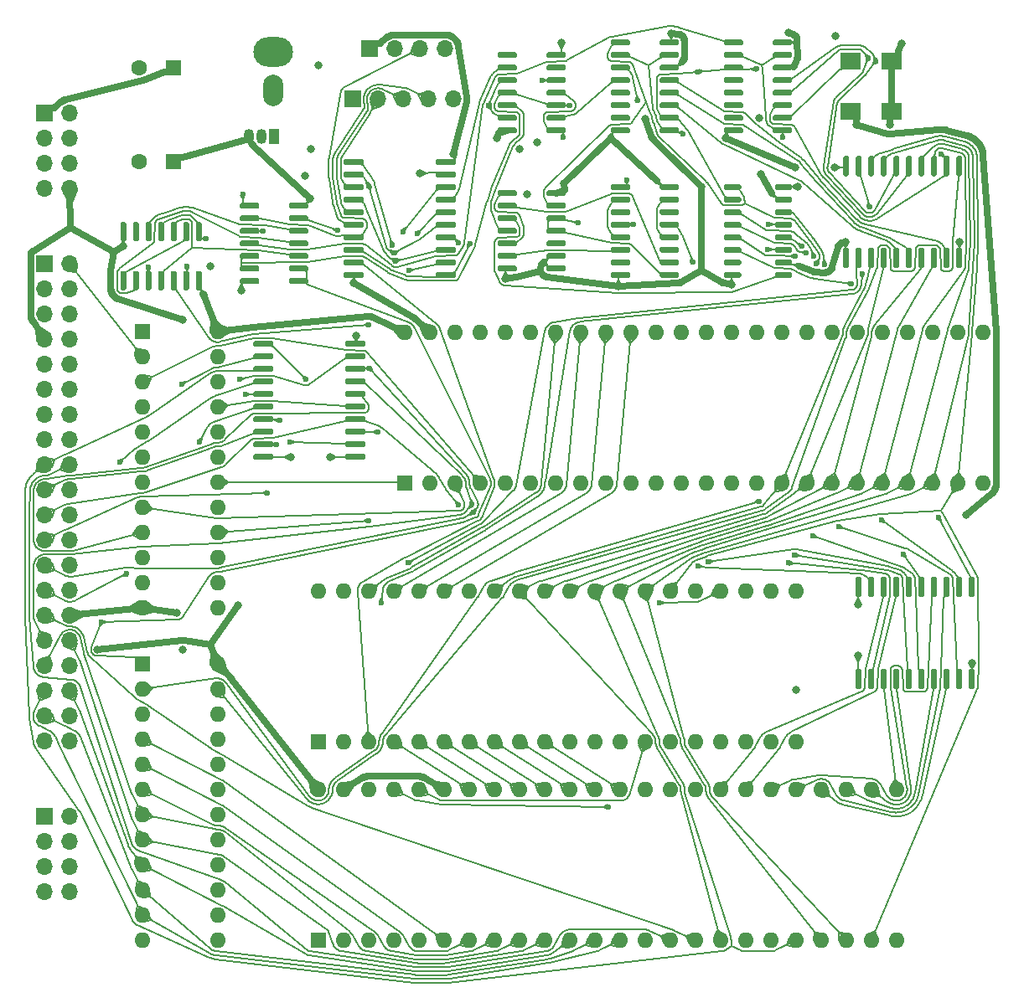
<source format=gbr>
%TF.GenerationSoftware,KiCad,Pcbnew,(5.1.9)-1*%
%TF.CreationDate,2021-11-03T00:39:52-04:00*%
%TF.ProjectId,main,6d61696e-2e6b-4696-9361-645f70636258,rev?*%
%TF.SameCoordinates,Original*%
%TF.FileFunction,Copper,L1,Top*%
%TF.FilePolarity,Positive*%
%FSLAX46Y46*%
G04 Gerber Fmt 4.6, Leading zero omitted, Abs format (unit mm)*
G04 Created by KiCad (PCBNEW (5.1.9)-1) date 2021-11-03 00:39:52*
%MOMM*%
%LPD*%
G01*
G04 APERTURE LIST*
%TA.AperFunction,ComponentPad*%
%ADD10O,4.000000X3.000000*%
%TD*%
%TA.AperFunction,ComponentPad*%
%ADD11O,2.000000X3.200000*%
%TD*%
%TA.AperFunction,SMDPad,CuDef*%
%ADD12R,2.000000X1.800000*%
%TD*%
%TA.AperFunction,ComponentPad*%
%ADD13R,1.050000X1.500000*%
%TD*%
%TA.AperFunction,ComponentPad*%
%ADD14O,1.050000X1.500000*%
%TD*%
%TA.AperFunction,ComponentPad*%
%ADD15O,1.600000X1.600000*%
%TD*%
%TA.AperFunction,ComponentPad*%
%ADD16R,1.600000X1.600000*%
%TD*%
%TA.AperFunction,ComponentPad*%
%ADD17O,1.700000X1.700000*%
%TD*%
%TA.AperFunction,ComponentPad*%
%ADD18R,1.700000X1.700000*%
%TD*%
%TA.AperFunction,ComponentPad*%
%ADD19C,1.600000*%
%TD*%
%TA.AperFunction,ViaPad*%
%ADD20C,0.800000*%
%TD*%
%TA.AperFunction,ViaPad*%
%ADD21C,0.600000*%
%TD*%
%TA.AperFunction,Conductor*%
%ADD22C,0.200000*%
%TD*%
%TA.AperFunction,Conductor*%
%ADD23C,0.700000*%
%TD*%
G04 APERTURE END LIST*
D10*
%TO.P,J6,2*%
%TO.N,GND*%
X45650000Y-24400000D03*
D11*
%TO.P,J6,1*%
%TO.N,Net-(J6-Pad1)*%
X45650000Y-28300000D03*
%TD*%
%TO.P,U18,16*%
%TO.N,+5V*%
%TA.AperFunction,SMDPad,CuDef*%
G36*
G01*
X96315000Y-38250000D02*
X96315000Y-37950000D01*
G75*
G02*
X96465000Y-37800000I150000J0D01*
G01*
X97915000Y-37800000D01*
G75*
G02*
X98065000Y-37950000I0J-150000D01*
G01*
X98065000Y-38250000D01*
G75*
G02*
X97915000Y-38400000I-150000J0D01*
G01*
X96465000Y-38400000D01*
G75*
G02*
X96315000Y-38250000I0J150000D01*
G01*
G37*
%TD.AperFunction*%
%TO.P,U18,15*%
%TO.N,GND*%
%TA.AperFunction,SMDPad,CuDef*%
G36*
G01*
X96315000Y-39520000D02*
X96315000Y-39220000D01*
G75*
G02*
X96465000Y-39070000I150000J0D01*
G01*
X97915000Y-39070000D01*
G75*
G02*
X98065000Y-39220000I0J-150000D01*
G01*
X98065000Y-39520000D01*
G75*
G02*
X97915000Y-39670000I-150000J0D01*
G01*
X96465000Y-39670000D01*
G75*
G02*
X96315000Y-39520000I0J150000D01*
G01*
G37*
%TD.AperFunction*%
%TO.P,U18,14*%
%TO.N,Net-(U16-Pad29)*%
%TA.AperFunction,SMDPad,CuDef*%
G36*
G01*
X96315000Y-40790000D02*
X96315000Y-40490000D01*
G75*
G02*
X96465000Y-40340000I150000J0D01*
G01*
X97915000Y-40340000D01*
G75*
G02*
X98065000Y-40490000I0J-150000D01*
G01*
X98065000Y-40790000D01*
G75*
G02*
X97915000Y-40940000I-150000J0D01*
G01*
X96465000Y-40940000D01*
G75*
G02*
X96315000Y-40790000I0J150000D01*
G01*
G37*
%TD.AperFunction*%
%TO.P,U18,13*%
%TO.N,Net-(U16-Pad30)*%
%TA.AperFunction,SMDPad,CuDef*%
G36*
G01*
X96315000Y-42060000D02*
X96315000Y-41760000D01*
G75*
G02*
X96465000Y-41610000I150000J0D01*
G01*
X97915000Y-41610000D01*
G75*
G02*
X98065000Y-41760000I0J-150000D01*
G01*
X98065000Y-42060000D01*
G75*
G02*
X97915000Y-42210000I-150000J0D01*
G01*
X96465000Y-42210000D01*
G75*
G02*
X96315000Y-42060000I0J150000D01*
G01*
G37*
%TD.AperFunction*%
%TO.P,U18,12*%
%TO.N,Net-(U16-Pad31)*%
%TA.AperFunction,SMDPad,CuDef*%
G36*
G01*
X96315000Y-43330000D02*
X96315000Y-43030000D01*
G75*
G02*
X96465000Y-42880000I150000J0D01*
G01*
X97915000Y-42880000D01*
G75*
G02*
X98065000Y-43030000I0J-150000D01*
G01*
X98065000Y-43330000D01*
G75*
G02*
X97915000Y-43480000I-150000J0D01*
G01*
X96465000Y-43480000D01*
G75*
G02*
X96315000Y-43330000I0J150000D01*
G01*
G37*
%TD.AperFunction*%
%TO.P,U18,11*%
%TO.N,Net-(U16-Pad32)*%
%TA.AperFunction,SMDPad,CuDef*%
G36*
G01*
X96315000Y-44600000D02*
X96315000Y-44300000D01*
G75*
G02*
X96465000Y-44150000I150000J0D01*
G01*
X97915000Y-44150000D01*
G75*
G02*
X98065000Y-44300000I0J-150000D01*
G01*
X98065000Y-44600000D01*
G75*
G02*
X97915000Y-44750000I-150000J0D01*
G01*
X96465000Y-44750000D01*
G75*
G02*
X96315000Y-44600000I0J150000D01*
G01*
G37*
%TD.AperFunction*%
%TO.P,U18,10*%
%TO.N,GND*%
%TA.AperFunction,SMDPad,CuDef*%
G36*
G01*
X96315000Y-45870000D02*
X96315000Y-45570000D01*
G75*
G02*
X96465000Y-45420000I150000J0D01*
G01*
X97915000Y-45420000D01*
G75*
G02*
X98065000Y-45570000I0J-150000D01*
G01*
X98065000Y-45870000D01*
G75*
G02*
X97915000Y-46020000I-150000J0D01*
G01*
X96465000Y-46020000D01*
G75*
G02*
X96315000Y-45870000I0J150000D01*
G01*
G37*
%TD.AperFunction*%
%TO.P,U18,9*%
%TO.N,Net-(U18-Pad9)*%
%TA.AperFunction,SMDPad,CuDef*%
G36*
G01*
X96315000Y-47140000D02*
X96315000Y-46840000D01*
G75*
G02*
X96465000Y-46690000I150000J0D01*
G01*
X97915000Y-46690000D01*
G75*
G02*
X98065000Y-46840000I0J-150000D01*
G01*
X98065000Y-47140000D01*
G75*
G02*
X97915000Y-47290000I-150000J0D01*
G01*
X96465000Y-47290000D01*
G75*
G02*
X96315000Y-47140000I0J150000D01*
G01*
G37*
%TD.AperFunction*%
%TO.P,U18,8*%
%TO.N,GND*%
%TA.AperFunction,SMDPad,CuDef*%
G36*
G01*
X91165000Y-47140000D02*
X91165000Y-46840000D01*
G75*
G02*
X91315000Y-46690000I150000J0D01*
G01*
X92765000Y-46690000D01*
G75*
G02*
X92915000Y-46840000I0J-150000D01*
G01*
X92915000Y-47140000D01*
G75*
G02*
X92765000Y-47290000I-150000J0D01*
G01*
X91315000Y-47290000D01*
G75*
G02*
X91165000Y-47140000I0J150000D01*
G01*
G37*
%TD.AperFunction*%
%TO.P,U18,7*%
%TO.N,Net-(U18-Pad7)*%
%TA.AperFunction,SMDPad,CuDef*%
G36*
G01*
X91165000Y-45870000D02*
X91165000Y-45570000D01*
G75*
G02*
X91315000Y-45420000I150000J0D01*
G01*
X92765000Y-45420000D01*
G75*
G02*
X92915000Y-45570000I0J-150000D01*
G01*
X92915000Y-45870000D01*
G75*
G02*
X92765000Y-46020000I-150000J0D01*
G01*
X91315000Y-46020000D01*
G75*
G02*
X91165000Y-45870000I0J150000D01*
G01*
G37*
%TD.AperFunction*%
%TO.P,U18,6*%
%TO.N,Net-(U16-Pad25)*%
%TA.AperFunction,SMDPad,CuDef*%
G36*
G01*
X91165000Y-44600000D02*
X91165000Y-44300000D01*
G75*
G02*
X91315000Y-44150000I150000J0D01*
G01*
X92765000Y-44150000D01*
G75*
G02*
X92915000Y-44300000I0J-150000D01*
G01*
X92915000Y-44600000D01*
G75*
G02*
X92765000Y-44750000I-150000J0D01*
G01*
X91315000Y-44750000D01*
G75*
G02*
X91165000Y-44600000I0J150000D01*
G01*
G37*
%TD.AperFunction*%
%TO.P,U18,5*%
%TO.N,Net-(U16-Pad26)*%
%TA.AperFunction,SMDPad,CuDef*%
G36*
G01*
X91165000Y-43330000D02*
X91165000Y-43030000D01*
G75*
G02*
X91315000Y-42880000I150000J0D01*
G01*
X92765000Y-42880000D01*
G75*
G02*
X92915000Y-43030000I0J-150000D01*
G01*
X92915000Y-43330000D01*
G75*
G02*
X92765000Y-43480000I-150000J0D01*
G01*
X91315000Y-43480000D01*
G75*
G02*
X91165000Y-43330000I0J150000D01*
G01*
G37*
%TD.AperFunction*%
%TO.P,U18,4*%
%TO.N,Net-(U16-Pad27)*%
%TA.AperFunction,SMDPad,CuDef*%
G36*
G01*
X91165000Y-42060000D02*
X91165000Y-41760000D01*
G75*
G02*
X91315000Y-41610000I150000J0D01*
G01*
X92765000Y-41610000D01*
G75*
G02*
X92915000Y-41760000I0J-150000D01*
G01*
X92915000Y-42060000D01*
G75*
G02*
X92765000Y-42210000I-150000J0D01*
G01*
X91315000Y-42210000D01*
G75*
G02*
X91165000Y-42060000I0J150000D01*
G01*
G37*
%TD.AperFunction*%
%TO.P,U18,3*%
%TO.N,Net-(U16-Pad28)*%
%TA.AperFunction,SMDPad,CuDef*%
G36*
G01*
X91165000Y-40790000D02*
X91165000Y-40490000D01*
G75*
G02*
X91315000Y-40340000I150000J0D01*
G01*
X92765000Y-40340000D01*
G75*
G02*
X92915000Y-40490000I0J-150000D01*
G01*
X92915000Y-40790000D01*
G75*
G02*
X92765000Y-40940000I-150000J0D01*
G01*
X91315000Y-40940000D01*
G75*
G02*
X91165000Y-40790000I0J150000D01*
G01*
G37*
%TD.AperFunction*%
%TO.P,U18,2*%
%TO.N,DOTCLOCK*%
%TA.AperFunction,SMDPad,CuDef*%
G36*
G01*
X91165000Y-39520000D02*
X91165000Y-39220000D01*
G75*
G02*
X91315000Y-39070000I150000J0D01*
G01*
X92765000Y-39070000D01*
G75*
G02*
X92915000Y-39220000I0J-150000D01*
G01*
X92915000Y-39520000D01*
G75*
G02*
X92765000Y-39670000I-150000J0D01*
G01*
X91315000Y-39670000D01*
G75*
G02*
X91165000Y-39520000I0J150000D01*
G01*
G37*
%TD.AperFunction*%
%TO.P,U18,1*%
%TO.N,CHARCLOCK*%
%TA.AperFunction,SMDPad,CuDef*%
G36*
G01*
X91165000Y-38250000D02*
X91165000Y-37950000D01*
G75*
G02*
X91315000Y-37800000I150000J0D01*
G01*
X92765000Y-37800000D01*
G75*
G02*
X92915000Y-37950000I0J-150000D01*
G01*
X92915000Y-38250000D01*
G75*
G02*
X92765000Y-38400000I-150000J0D01*
G01*
X91315000Y-38400000D01*
G75*
G02*
X91165000Y-38250000I0J150000D01*
G01*
G37*
%TD.AperFunction*%
%TD*%
%TO.P,U15,16*%
%TO.N,+5V*%
%TA.AperFunction,SMDPad,CuDef*%
G36*
G01*
X84685000Y-38250000D02*
X84685000Y-37950000D01*
G75*
G02*
X84835000Y-37800000I150000J0D01*
G01*
X86485000Y-37800000D01*
G75*
G02*
X86635000Y-37950000I0J-150000D01*
G01*
X86635000Y-38250000D01*
G75*
G02*
X86485000Y-38400000I-150000J0D01*
G01*
X84835000Y-38400000D01*
G75*
G02*
X84685000Y-38250000I0J150000D01*
G01*
G37*
%TD.AperFunction*%
%TO.P,U15,15*%
%TO.N,Net-(U15-Pad12)*%
%TA.AperFunction,SMDPad,CuDef*%
G36*
G01*
X84685000Y-39520000D02*
X84685000Y-39220000D01*
G75*
G02*
X84835000Y-39070000I150000J0D01*
G01*
X86485000Y-39070000D01*
G75*
G02*
X86635000Y-39220000I0J-150000D01*
G01*
X86635000Y-39520000D01*
G75*
G02*
X86485000Y-39670000I-150000J0D01*
G01*
X84835000Y-39670000D01*
G75*
G02*
X84685000Y-39520000I0J150000D01*
G01*
G37*
%TD.AperFunction*%
%TO.P,U15,14*%
%TO.N,Net-(U15-Pad14)*%
%TA.AperFunction,SMDPad,CuDef*%
G36*
G01*
X84685000Y-40790000D02*
X84685000Y-40490000D01*
G75*
G02*
X84835000Y-40340000I150000J0D01*
G01*
X86485000Y-40340000D01*
G75*
G02*
X86635000Y-40490000I0J-150000D01*
G01*
X86635000Y-40790000D01*
G75*
G02*
X86485000Y-40940000I-150000J0D01*
G01*
X84835000Y-40940000D01*
G75*
G02*
X84685000Y-40790000I0J150000D01*
G01*
G37*
%TD.AperFunction*%
%TO.P,U15,13*%
%TO.N,Net-(U15-Pad13)*%
%TA.AperFunction,SMDPad,CuDef*%
G36*
G01*
X84685000Y-42060000D02*
X84685000Y-41760000D01*
G75*
G02*
X84835000Y-41610000I150000J0D01*
G01*
X86485000Y-41610000D01*
G75*
G02*
X86635000Y-41760000I0J-150000D01*
G01*
X86635000Y-42060000D01*
G75*
G02*
X86485000Y-42210000I-150000J0D01*
G01*
X84835000Y-42210000D01*
G75*
G02*
X84685000Y-42060000I0J150000D01*
G01*
G37*
%TD.AperFunction*%
%TO.P,U15,12*%
%TO.N,Net-(U15-Pad12)*%
%TA.AperFunction,SMDPad,CuDef*%
G36*
G01*
X84685000Y-43330000D02*
X84685000Y-43030000D01*
G75*
G02*
X84835000Y-42880000I150000J0D01*
G01*
X86485000Y-42880000D01*
G75*
G02*
X86635000Y-43030000I0J-150000D01*
G01*
X86635000Y-43330000D01*
G75*
G02*
X86485000Y-43480000I-150000J0D01*
G01*
X84835000Y-43480000D01*
G75*
G02*
X84685000Y-43330000I0J150000D01*
G01*
G37*
%TD.AperFunction*%
%TO.P,U15,11*%
%TO.N,Net-(U15-Pad11)*%
%TA.AperFunction,SMDPad,CuDef*%
G36*
G01*
X84685000Y-44600000D02*
X84685000Y-44300000D01*
G75*
G02*
X84835000Y-44150000I150000J0D01*
G01*
X86485000Y-44150000D01*
G75*
G02*
X86635000Y-44300000I0J-150000D01*
G01*
X86635000Y-44600000D01*
G75*
G02*
X86485000Y-44750000I-150000J0D01*
G01*
X84835000Y-44750000D01*
G75*
G02*
X84685000Y-44600000I0J150000D01*
G01*
G37*
%TD.AperFunction*%
%TO.P,U15,10*%
%TO.N,/CURSOR*%
%TA.AperFunction,SMDPad,CuDef*%
G36*
G01*
X84685000Y-45870000D02*
X84685000Y-45570000D01*
G75*
G02*
X84835000Y-45420000I150000J0D01*
G01*
X86485000Y-45420000D01*
G75*
G02*
X86635000Y-45570000I0J-150000D01*
G01*
X86635000Y-45870000D01*
G75*
G02*
X86485000Y-46020000I-150000J0D01*
G01*
X84835000Y-46020000D01*
G75*
G02*
X84685000Y-45870000I0J150000D01*
G01*
G37*
%TD.AperFunction*%
%TO.P,U15,9*%
%TO.N,Net-(U15-Pad9)*%
%TA.AperFunction,SMDPad,CuDef*%
G36*
G01*
X84685000Y-47140000D02*
X84685000Y-46840000D01*
G75*
G02*
X84835000Y-46690000I150000J0D01*
G01*
X86485000Y-46690000D01*
G75*
G02*
X86635000Y-46840000I0J-150000D01*
G01*
X86635000Y-47140000D01*
G75*
G02*
X86485000Y-47290000I-150000J0D01*
G01*
X84835000Y-47290000D01*
G75*
G02*
X84685000Y-47140000I0J150000D01*
G01*
G37*
%TD.AperFunction*%
%TO.P,U15,8*%
%TO.N,GND*%
%TA.AperFunction,SMDPad,CuDef*%
G36*
G01*
X79735000Y-47140000D02*
X79735000Y-46840000D01*
G75*
G02*
X79885000Y-46690000I150000J0D01*
G01*
X81535000Y-46690000D01*
G75*
G02*
X81685000Y-46840000I0J-150000D01*
G01*
X81685000Y-47140000D01*
G75*
G02*
X81535000Y-47290000I-150000J0D01*
G01*
X79885000Y-47290000D01*
G75*
G02*
X79735000Y-47140000I0J150000D01*
G01*
G37*
%TD.AperFunction*%
%TO.P,U15,7*%
%TO.N,Net-(U15-Pad7)*%
%TA.AperFunction,SMDPad,CuDef*%
G36*
G01*
X79735000Y-45870000D02*
X79735000Y-45570000D01*
G75*
G02*
X79885000Y-45420000I150000J0D01*
G01*
X81535000Y-45420000D01*
G75*
G02*
X81685000Y-45570000I0J-150000D01*
G01*
X81685000Y-45870000D01*
G75*
G02*
X81535000Y-46020000I-150000J0D01*
G01*
X79885000Y-46020000D01*
G75*
G02*
X79735000Y-45870000I0J150000D01*
G01*
G37*
%TD.AperFunction*%
%TO.P,U15,6*%
%TO.N,/~DISPEN~*%
%TA.AperFunction,SMDPad,CuDef*%
G36*
G01*
X79735000Y-44600000D02*
X79735000Y-44300000D01*
G75*
G02*
X79885000Y-44150000I150000J0D01*
G01*
X81535000Y-44150000D01*
G75*
G02*
X81685000Y-44300000I0J-150000D01*
G01*
X81685000Y-44600000D01*
G75*
G02*
X81535000Y-44750000I-150000J0D01*
G01*
X79885000Y-44750000D01*
G75*
G02*
X79735000Y-44600000I0J150000D01*
G01*
G37*
%TD.AperFunction*%
%TO.P,U15,5*%
%TO.N,Net-(U15-Pad2)*%
%TA.AperFunction,SMDPad,CuDef*%
G36*
G01*
X79735000Y-43330000D02*
X79735000Y-43030000D01*
G75*
G02*
X79885000Y-42880000I150000J0D01*
G01*
X81535000Y-42880000D01*
G75*
G02*
X81685000Y-43030000I0J-150000D01*
G01*
X81685000Y-43330000D01*
G75*
G02*
X81535000Y-43480000I-150000J0D01*
G01*
X79885000Y-43480000D01*
G75*
G02*
X79735000Y-43330000I0J150000D01*
G01*
G37*
%TD.AperFunction*%
%TO.P,U15,4*%
%TO.N,Net-(U15-Pad4)*%
%TA.AperFunction,SMDPad,CuDef*%
G36*
G01*
X79735000Y-42060000D02*
X79735000Y-41760000D01*
G75*
G02*
X79885000Y-41610000I150000J0D01*
G01*
X81535000Y-41610000D01*
G75*
G02*
X81685000Y-41760000I0J-150000D01*
G01*
X81685000Y-42060000D01*
G75*
G02*
X81535000Y-42210000I-150000J0D01*
G01*
X79885000Y-42210000D01*
G75*
G02*
X79735000Y-42060000I0J150000D01*
G01*
G37*
%TD.AperFunction*%
%TO.P,U15,3*%
%TO.N,Net-(U15-Pad3)*%
%TA.AperFunction,SMDPad,CuDef*%
G36*
G01*
X79735000Y-40790000D02*
X79735000Y-40490000D01*
G75*
G02*
X79885000Y-40340000I150000J0D01*
G01*
X81535000Y-40340000D01*
G75*
G02*
X81685000Y-40490000I0J-150000D01*
G01*
X81685000Y-40790000D01*
G75*
G02*
X81535000Y-40940000I-150000J0D01*
G01*
X79885000Y-40940000D01*
G75*
G02*
X79735000Y-40790000I0J150000D01*
G01*
G37*
%TD.AperFunction*%
%TO.P,U15,2*%
%TO.N,Net-(U15-Pad2)*%
%TA.AperFunction,SMDPad,CuDef*%
G36*
G01*
X79735000Y-39520000D02*
X79735000Y-39220000D01*
G75*
G02*
X79885000Y-39070000I150000J0D01*
G01*
X81535000Y-39070000D01*
G75*
G02*
X81685000Y-39220000I0J-150000D01*
G01*
X81685000Y-39520000D01*
G75*
G02*
X81535000Y-39670000I-150000J0D01*
G01*
X79885000Y-39670000D01*
G75*
G02*
X79735000Y-39520000I0J150000D01*
G01*
G37*
%TD.AperFunction*%
%TO.P,U15,1*%
%TO.N,Net-(R12-Pad1)*%
%TA.AperFunction,SMDPad,CuDef*%
G36*
G01*
X79735000Y-38250000D02*
X79735000Y-37950000D01*
G75*
G02*
X79885000Y-37800000I150000J0D01*
G01*
X81535000Y-37800000D01*
G75*
G02*
X81685000Y-37950000I0J-150000D01*
G01*
X81685000Y-38250000D01*
G75*
G02*
X81535000Y-38400000I-150000J0D01*
G01*
X79885000Y-38400000D01*
G75*
G02*
X79735000Y-38250000I0J150000D01*
G01*
G37*
%TD.AperFunction*%
%TD*%
%TO.P,U14,20*%
%TO.N,+5V*%
%TA.AperFunction,SMDPad,CuDef*%
G36*
G01*
X62045000Y-35710000D02*
X62045000Y-35410000D01*
G75*
G02*
X62195000Y-35260000I150000J0D01*
G01*
X63945000Y-35260000D01*
G75*
G02*
X64095000Y-35410000I0J-150000D01*
G01*
X64095000Y-35710000D01*
G75*
G02*
X63945000Y-35860000I-150000J0D01*
G01*
X62195000Y-35860000D01*
G75*
G02*
X62045000Y-35710000I0J150000D01*
G01*
G37*
%TD.AperFunction*%
%TO.P,U14,19*%
%TO.N,GND*%
%TA.AperFunction,SMDPad,CuDef*%
G36*
G01*
X62045000Y-36980000D02*
X62045000Y-36680000D01*
G75*
G02*
X62195000Y-36530000I150000J0D01*
G01*
X63945000Y-36530000D01*
G75*
G02*
X64095000Y-36680000I0J-150000D01*
G01*
X64095000Y-36980000D01*
G75*
G02*
X63945000Y-37130000I-150000J0D01*
G01*
X62195000Y-37130000D01*
G75*
G02*
X62045000Y-36980000I0J150000D01*
G01*
G37*
%TD.AperFunction*%
%TO.P,U14,18*%
%TO.N,F_D3*%
%TA.AperFunction,SMDPad,CuDef*%
G36*
G01*
X62045000Y-38250000D02*
X62045000Y-37950000D01*
G75*
G02*
X62195000Y-37800000I150000J0D01*
G01*
X63945000Y-37800000D01*
G75*
G02*
X64095000Y-37950000I0J-150000D01*
G01*
X64095000Y-38250000D01*
G75*
G02*
X63945000Y-38400000I-150000J0D01*
G01*
X62195000Y-38400000D01*
G75*
G02*
X62045000Y-38250000I0J150000D01*
G01*
G37*
%TD.AperFunction*%
%TO.P,U14,17*%
%TO.N,IMAGE*%
%TA.AperFunction,SMDPad,CuDef*%
G36*
G01*
X62045000Y-39520000D02*
X62045000Y-39220000D01*
G75*
G02*
X62195000Y-39070000I150000J0D01*
G01*
X63945000Y-39070000D01*
G75*
G02*
X64095000Y-39220000I0J-150000D01*
G01*
X64095000Y-39520000D01*
G75*
G02*
X63945000Y-39670000I-150000J0D01*
G01*
X62195000Y-39670000D01*
G75*
G02*
X62045000Y-39520000I0J150000D01*
G01*
G37*
%TD.AperFunction*%
%TO.P,U14,16*%
%TO.N,F_D2*%
%TA.AperFunction,SMDPad,CuDef*%
G36*
G01*
X62045000Y-40790000D02*
X62045000Y-40490000D01*
G75*
G02*
X62195000Y-40340000I150000J0D01*
G01*
X63945000Y-40340000D01*
G75*
G02*
X64095000Y-40490000I0J-150000D01*
G01*
X64095000Y-40790000D01*
G75*
G02*
X63945000Y-40940000I-150000J0D01*
G01*
X62195000Y-40940000D01*
G75*
G02*
X62045000Y-40790000I0J150000D01*
G01*
G37*
%TD.AperFunction*%
%TO.P,U14,15*%
%TO.N,VS*%
%TA.AperFunction,SMDPad,CuDef*%
G36*
G01*
X62045000Y-42060000D02*
X62045000Y-41760000D01*
G75*
G02*
X62195000Y-41610000I150000J0D01*
G01*
X63945000Y-41610000D01*
G75*
G02*
X64095000Y-41760000I0J-150000D01*
G01*
X64095000Y-42060000D01*
G75*
G02*
X63945000Y-42210000I-150000J0D01*
G01*
X62195000Y-42210000D01*
G75*
G02*
X62045000Y-42060000I0J150000D01*
G01*
G37*
%TD.AperFunction*%
%TO.P,U14,14*%
%TO.N,F_D1*%
%TA.AperFunction,SMDPad,CuDef*%
G36*
G01*
X62045000Y-43330000D02*
X62045000Y-43030000D01*
G75*
G02*
X62195000Y-42880000I150000J0D01*
G01*
X63945000Y-42880000D01*
G75*
G02*
X64095000Y-43030000I0J-150000D01*
G01*
X64095000Y-43330000D01*
G75*
G02*
X63945000Y-43480000I-150000J0D01*
G01*
X62195000Y-43480000D01*
G75*
G02*
X62045000Y-43330000I0J150000D01*
G01*
G37*
%TD.AperFunction*%
%TO.P,U14,13*%
%TO.N,HS*%
%TA.AperFunction,SMDPad,CuDef*%
G36*
G01*
X62045000Y-44600000D02*
X62045000Y-44300000D01*
G75*
G02*
X62195000Y-44150000I150000J0D01*
G01*
X63945000Y-44150000D01*
G75*
G02*
X64095000Y-44300000I0J-150000D01*
G01*
X64095000Y-44600000D01*
G75*
G02*
X63945000Y-44750000I-150000J0D01*
G01*
X62195000Y-44750000D01*
G75*
G02*
X62045000Y-44600000I0J150000D01*
G01*
G37*
%TD.AperFunction*%
%TO.P,U14,12*%
%TO.N,F_D0*%
%TA.AperFunction,SMDPad,CuDef*%
G36*
G01*
X62045000Y-45870000D02*
X62045000Y-45570000D01*
G75*
G02*
X62195000Y-45420000I150000J0D01*
G01*
X63945000Y-45420000D01*
G75*
G02*
X64095000Y-45570000I0J-150000D01*
G01*
X64095000Y-45870000D01*
G75*
G02*
X63945000Y-46020000I-150000J0D01*
G01*
X62195000Y-46020000D01*
G75*
G02*
X62045000Y-45870000I0J150000D01*
G01*
G37*
%TD.AperFunction*%
%TO.P,U14,11*%
%TO.N,Net-(J3-Pad2)*%
%TA.AperFunction,SMDPad,CuDef*%
G36*
G01*
X62045000Y-47140000D02*
X62045000Y-46840000D01*
G75*
G02*
X62195000Y-46690000I150000J0D01*
G01*
X63945000Y-46690000D01*
G75*
G02*
X64095000Y-46840000I0J-150000D01*
G01*
X64095000Y-47140000D01*
G75*
G02*
X63945000Y-47290000I-150000J0D01*
G01*
X62195000Y-47290000D01*
G75*
G02*
X62045000Y-47140000I0J150000D01*
G01*
G37*
%TD.AperFunction*%
%TO.P,U14,10*%
%TO.N,GND*%
%TA.AperFunction,SMDPad,CuDef*%
G36*
G01*
X52745000Y-47140000D02*
X52745000Y-46840000D01*
G75*
G02*
X52895000Y-46690000I150000J0D01*
G01*
X54645000Y-46690000D01*
G75*
G02*
X54795000Y-46840000I0J-150000D01*
G01*
X54795000Y-47140000D01*
G75*
G02*
X54645000Y-47290000I-150000J0D01*
G01*
X52895000Y-47290000D01*
G75*
G02*
X52745000Y-47140000I0J150000D01*
G01*
G37*
%TD.AperFunction*%
%TO.P,U14,9*%
%TO.N,LIGHTPEN*%
%TA.AperFunction,SMDPad,CuDef*%
G36*
G01*
X52745000Y-45870000D02*
X52745000Y-45570000D01*
G75*
G02*
X52895000Y-45420000I150000J0D01*
G01*
X54645000Y-45420000D01*
G75*
G02*
X54795000Y-45570000I0J-150000D01*
G01*
X54795000Y-45870000D01*
G75*
G02*
X54645000Y-46020000I-150000J0D01*
G01*
X52895000Y-46020000D01*
G75*
G02*
X52745000Y-45870000I0J150000D01*
G01*
G37*
%TD.AperFunction*%
%TO.P,U14,8*%
%TO.N,Net-(J3-Pad2)*%
%TA.AperFunction,SMDPad,CuDef*%
G36*
G01*
X52745000Y-44600000D02*
X52745000Y-44300000D01*
G75*
G02*
X52895000Y-44150000I150000J0D01*
G01*
X54645000Y-44150000D01*
G75*
G02*
X54795000Y-44300000I0J-150000D01*
G01*
X54795000Y-44600000D01*
G75*
G02*
X54645000Y-44750000I-150000J0D01*
G01*
X52895000Y-44750000D01*
G75*
G02*
X52745000Y-44600000I0J150000D01*
G01*
G37*
%TD.AperFunction*%
%TO.P,U14,7*%
%TO.N,Net-(J4-Pad4)*%
%TA.AperFunction,SMDPad,CuDef*%
G36*
G01*
X52745000Y-43330000D02*
X52745000Y-43030000D01*
G75*
G02*
X52895000Y-42880000I150000J0D01*
G01*
X54645000Y-42880000D01*
G75*
G02*
X54795000Y-43030000I0J-150000D01*
G01*
X54795000Y-43330000D01*
G75*
G02*
X54645000Y-43480000I-150000J0D01*
G01*
X52895000Y-43480000D01*
G75*
G02*
X52745000Y-43330000I0J150000D01*
G01*
G37*
%TD.AperFunction*%
%TO.P,U14,6*%
%TO.N,Net-(J3-Pad3)*%
%TA.AperFunction,SMDPad,CuDef*%
G36*
G01*
X52745000Y-42060000D02*
X52745000Y-41760000D01*
G75*
G02*
X52895000Y-41610000I150000J0D01*
G01*
X54645000Y-41610000D01*
G75*
G02*
X54795000Y-41760000I0J-150000D01*
G01*
X54795000Y-42060000D01*
G75*
G02*
X54645000Y-42210000I-150000J0D01*
G01*
X52895000Y-42210000D01*
G75*
G02*
X52745000Y-42060000I0J150000D01*
G01*
G37*
%TD.AperFunction*%
%TO.P,U14,5*%
%TO.N,Net-(J4-Pad3)*%
%TA.AperFunction,SMDPad,CuDef*%
G36*
G01*
X52745000Y-40790000D02*
X52745000Y-40490000D01*
G75*
G02*
X52895000Y-40340000I150000J0D01*
G01*
X54645000Y-40340000D01*
G75*
G02*
X54795000Y-40490000I0J-150000D01*
G01*
X54795000Y-40790000D01*
G75*
G02*
X54645000Y-40940000I-150000J0D01*
G01*
X52895000Y-40940000D01*
G75*
G02*
X52745000Y-40790000I0J150000D01*
G01*
G37*
%TD.AperFunction*%
%TO.P,U14,4*%
%TO.N,HS*%
%TA.AperFunction,SMDPad,CuDef*%
G36*
G01*
X52745000Y-39520000D02*
X52745000Y-39220000D01*
G75*
G02*
X52895000Y-39070000I150000J0D01*
G01*
X54645000Y-39070000D01*
G75*
G02*
X54795000Y-39220000I0J-150000D01*
G01*
X54795000Y-39520000D01*
G75*
G02*
X54645000Y-39670000I-150000J0D01*
G01*
X52895000Y-39670000D01*
G75*
G02*
X52745000Y-39520000I0J150000D01*
G01*
G37*
%TD.AperFunction*%
%TO.P,U14,3*%
%TO.N,Net-(J4-Pad2)*%
%TA.AperFunction,SMDPad,CuDef*%
G36*
G01*
X52745000Y-38250000D02*
X52745000Y-37950000D01*
G75*
G02*
X52895000Y-37800000I150000J0D01*
G01*
X54645000Y-37800000D01*
G75*
G02*
X54795000Y-37950000I0J-150000D01*
G01*
X54795000Y-38250000D01*
G75*
G02*
X54645000Y-38400000I-150000J0D01*
G01*
X52895000Y-38400000D01*
G75*
G02*
X52745000Y-38250000I0J150000D01*
G01*
G37*
%TD.AperFunction*%
%TO.P,U14,2*%
%TO.N,VS*%
%TA.AperFunction,SMDPad,CuDef*%
G36*
G01*
X52745000Y-36980000D02*
X52745000Y-36680000D01*
G75*
G02*
X52895000Y-36530000I150000J0D01*
G01*
X54645000Y-36530000D01*
G75*
G02*
X54795000Y-36680000I0J-150000D01*
G01*
X54795000Y-36980000D01*
G75*
G02*
X54645000Y-37130000I-150000J0D01*
G01*
X52895000Y-37130000D01*
G75*
G02*
X52745000Y-36980000I0J150000D01*
G01*
G37*
%TD.AperFunction*%
%TO.P,U14,1*%
%TO.N,VIDSTAT*%
%TA.AperFunction,SMDPad,CuDef*%
G36*
G01*
X52745000Y-35710000D02*
X52745000Y-35410000D01*
G75*
G02*
X52895000Y-35260000I150000J0D01*
G01*
X54645000Y-35260000D01*
G75*
G02*
X54795000Y-35410000I0J-150000D01*
G01*
X54795000Y-35710000D01*
G75*
G02*
X54645000Y-35860000I-150000J0D01*
G01*
X52895000Y-35860000D01*
G75*
G02*
X52745000Y-35710000I0J150000D01*
G01*
G37*
%TD.AperFunction*%
%TD*%
%TO.P,U13,20*%
%TO.N,+5V*%
%TA.AperFunction,SMDPad,CuDef*%
G36*
G01*
X104925000Y-79560000D02*
X104625000Y-79560000D01*
G75*
G02*
X104475000Y-79410000I0J150000D01*
G01*
X104475000Y-77660000D01*
G75*
G02*
X104625000Y-77510000I150000J0D01*
G01*
X104925000Y-77510000D01*
G75*
G02*
X105075000Y-77660000I0J-150000D01*
G01*
X105075000Y-79410000D01*
G75*
G02*
X104925000Y-79560000I-150000J0D01*
G01*
G37*
%TD.AperFunction*%
%TO.P,U13,19*%
%TO.N,Net-(U13-Pad19)*%
%TA.AperFunction,SMDPad,CuDef*%
G36*
G01*
X106195000Y-79560000D02*
X105895000Y-79560000D01*
G75*
G02*
X105745000Y-79410000I0J150000D01*
G01*
X105745000Y-77660000D01*
G75*
G02*
X105895000Y-77510000I150000J0D01*
G01*
X106195000Y-77510000D01*
G75*
G02*
X106345000Y-77660000I0J-150000D01*
G01*
X106345000Y-79410000D01*
G75*
G02*
X106195000Y-79560000I-150000J0D01*
G01*
G37*
%TD.AperFunction*%
%TO.P,U13,18*%
%TO.N,Net-(U13-Pad18)*%
%TA.AperFunction,SMDPad,CuDef*%
G36*
G01*
X107465000Y-79560000D02*
X107165000Y-79560000D01*
G75*
G02*
X107015000Y-79410000I0J150000D01*
G01*
X107015000Y-77660000D01*
G75*
G02*
X107165000Y-77510000I150000J0D01*
G01*
X107465000Y-77510000D01*
G75*
G02*
X107615000Y-77660000I0J-150000D01*
G01*
X107615000Y-79410000D01*
G75*
G02*
X107465000Y-79560000I-150000J0D01*
G01*
G37*
%TD.AperFunction*%
%TO.P,U13,17*%
%TO.N,Net-(U13-Pad17)*%
%TA.AperFunction,SMDPad,CuDef*%
G36*
G01*
X108735000Y-79560000D02*
X108435000Y-79560000D01*
G75*
G02*
X108285000Y-79410000I0J150000D01*
G01*
X108285000Y-77660000D01*
G75*
G02*
X108435000Y-77510000I150000J0D01*
G01*
X108735000Y-77510000D01*
G75*
G02*
X108885000Y-77660000I0J-150000D01*
G01*
X108885000Y-79410000D01*
G75*
G02*
X108735000Y-79560000I-150000J0D01*
G01*
G37*
%TD.AperFunction*%
%TO.P,U13,16*%
%TO.N,Net-(U13-Pad16)*%
%TA.AperFunction,SMDPad,CuDef*%
G36*
G01*
X110005000Y-79560000D02*
X109705000Y-79560000D01*
G75*
G02*
X109555000Y-79410000I0J150000D01*
G01*
X109555000Y-77660000D01*
G75*
G02*
X109705000Y-77510000I150000J0D01*
G01*
X110005000Y-77510000D01*
G75*
G02*
X110155000Y-77660000I0J-150000D01*
G01*
X110155000Y-79410000D01*
G75*
G02*
X110005000Y-79560000I-150000J0D01*
G01*
G37*
%TD.AperFunction*%
%TO.P,U13,15*%
%TO.N,Net-(U13-Pad15)*%
%TA.AperFunction,SMDPad,CuDef*%
G36*
G01*
X111275000Y-79560000D02*
X110975000Y-79560000D01*
G75*
G02*
X110825000Y-79410000I0J150000D01*
G01*
X110825000Y-77660000D01*
G75*
G02*
X110975000Y-77510000I150000J0D01*
G01*
X111275000Y-77510000D01*
G75*
G02*
X111425000Y-77660000I0J-150000D01*
G01*
X111425000Y-79410000D01*
G75*
G02*
X111275000Y-79560000I-150000J0D01*
G01*
G37*
%TD.AperFunction*%
%TO.P,U13,14*%
%TO.N,Net-(U13-Pad14)*%
%TA.AperFunction,SMDPad,CuDef*%
G36*
G01*
X112545000Y-79560000D02*
X112245000Y-79560000D01*
G75*
G02*
X112095000Y-79410000I0J150000D01*
G01*
X112095000Y-77660000D01*
G75*
G02*
X112245000Y-77510000I150000J0D01*
G01*
X112545000Y-77510000D01*
G75*
G02*
X112695000Y-77660000I0J-150000D01*
G01*
X112695000Y-79410000D01*
G75*
G02*
X112545000Y-79560000I-150000J0D01*
G01*
G37*
%TD.AperFunction*%
%TO.P,U13,13*%
%TO.N,Net-(U13-Pad13)*%
%TA.AperFunction,SMDPad,CuDef*%
G36*
G01*
X113815000Y-79560000D02*
X113515000Y-79560000D01*
G75*
G02*
X113365000Y-79410000I0J150000D01*
G01*
X113365000Y-77660000D01*
G75*
G02*
X113515000Y-77510000I150000J0D01*
G01*
X113815000Y-77510000D01*
G75*
G02*
X113965000Y-77660000I0J-150000D01*
G01*
X113965000Y-79410000D01*
G75*
G02*
X113815000Y-79560000I-150000J0D01*
G01*
G37*
%TD.AperFunction*%
%TO.P,U13,12*%
%TO.N,Net-(U13-Pad12)*%
%TA.AperFunction,SMDPad,CuDef*%
G36*
G01*
X115085000Y-79560000D02*
X114785000Y-79560000D01*
G75*
G02*
X114635000Y-79410000I0J150000D01*
G01*
X114635000Y-77660000D01*
G75*
G02*
X114785000Y-77510000I150000J0D01*
G01*
X115085000Y-77510000D01*
G75*
G02*
X115235000Y-77660000I0J-150000D01*
G01*
X115235000Y-79410000D01*
G75*
G02*
X115085000Y-79560000I-150000J0D01*
G01*
G37*
%TD.AperFunction*%
%TO.P,U13,11*%
%TO.N,CHARCLOCK*%
%TA.AperFunction,SMDPad,CuDef*%
G36*
G01*
X116355000Y-79560000D02*
X116055000Y-79560000D01*
G75*
G02*
X115905000Y-79410000I0J150000D01*
G01*
X115905000Y-77660000D01*
G75*
G02*
X116055000Y-77510000I150000J0D01*
G01*
X116355000Y-77510000D01*
G75*
G02*
X116505000Y-77660000I0J-150000D01*
G01*
X116505000Y-79410000D01*
G75*
G02*
X116355000Y-79560000I-150000J0D01*
G01*
G37*
%TD.AperFunction*%
%TO.P,U13,10*%
%TO.N,GND*%
%TA.AperFunction,SMDPad,CuDef*%
G36*
G01*
X116355000Y-88860000D02*
X116055000Y-88860000D01*
G75*
G02*
X115905000Y-88710000I0J150000D01*
G01*
X115905000Y-86960000D01*
G75*
G02*
X116055000Y-86810000I150000J0D01*
G01*
X116355000Y-86810000D01*
G75*
G02*
X116505000Y-86960000I0J-150000D01*
G01*
X116505000Y-88710000D01*
G75*
G02*
X116355000Y-88860000I-150000J0D01*
G01*
G37*
%TD.AperFunction*%
%TO.P,U13,9*%
%TO.N,Net-(U13-Pad9)*%
%TA.AperFunction,SMDPad,CuDef*%
G36*
G01*
X115085000Y-88860000D02*
X114785000Y-88860000D01*
G75*
G02*
X114635000Y-88710000I0J150000D01*
G01*
X114635000Y-86960000D01*
G75*
G02*
X114785000Y-86810000I150000J0D01*
G01*
X115085000Y-86810000D01*
G75*
G02*
X115235000Y-86960000I0J-150000D01*
G01*
X115235000Y-88710000D01*
G75*
G02*
X115085000Y-88860000I-150000J0D01*
G01*
G37*
%TD.AperFunction*%
%TO.P,U13,8*%
%TO.N,Net-(U13-Pad8)*%
%TA.AperFunction,SMDPad,CuDef*%
G36*
G01*
X113815000Y-88860000D02*
X113515000Y-88860000D01*
G75*
G02*
X113365000Y-88710000I0J150000D01*
G01*
X113365000Y-86960000D01*
G75*
G02*
X113515000Y-86810000I150000J0D01*
G01*
X113815000Y-86810000D01*
G75*
G02*
X113965000Y-86960000I0J-150000D01*
G01*
X113965000Y-88710000D01*
G75*
G02*
X113815000Y-88860000I-150000J0D01*
G01*
G37*
%TD.AperFunction*%
%TO.P,U13,7*%
%TO.N,Net-(U13-Pad7)*%
%TA.AperFunction,SMDPad,CuDef*%
G36*
G01*
X112545000Y-88860000D02*
X112245000Y-88860000D01*
G75*
G02*
X112095000Y-88710000I0J150000D01*
G01*
X112095000Y-86960000D01*
G75*
G02*
X112245000Y-86810000I150000J0D01*
G01*
X112545000Y-86810000D01*
G75*
G02*
X112695000Y-86960000I0J-150000D01*
G01*
X112695000Y-88710000D01*
G75*
G02*
X112545000Y-88860000I-150000J0D01*
G01*
G37*
%TD.AperFunction*%
%TO.P,U13,6*%
%TO.N,Net-(U13-Pad6)*%
%TA.AperFunction,SMDPad,CuDef*%
G36*
G01*
X111275000Y-88860000D02*
X110975000Y-88860000D01*
G75*
G02*
X110825000Y-88710000I0J150000D01*
G01*
X110825000Y-86960000D01*
G75*
G02*
X110975000Y-86810000I150000J0D01*
G01*
X111275000Y-86810000D01*
G75*
G02*
X111425000Y-86960000I0J-150000D01*
G01*
X111425000Y-88710000D01*
G75*
G02*
X111275000Y-88860000I-150000J0D01*
G01*
G37*
%TD.AperFunction*%
%TO.P,U13,5*%
%TO.N,Net-(U13-Pad5)*%
%TA.AperFunction,SMDPad,CuDef*%
G36*
G01*
X110005000Y-88860000D02*
X109705000Y-88860000D01*
G75*
G02*
X109555000Y-88710000I0J150000D01*
G01*
X109555000Y-86960000D01*
G75*
G02*
X109705000Y-86810000I150000J0D01*
G01*
X110005000Y-86810000D01*
G75*
G02*
X110155000Y-86960000I0J-150000D01*
G01*
X110155000Y-88710000D01*
G75*
G02*
X110005000Y-88860000I-150000J0D01*
G01*
G37*
%TD.AperFunction*%
%TO.P,U13,4*%
%TO.N,Net-(U13-Pad4)*%
%TA.AperFunction,SMDPad,CuDef*%
G36*
G01*
X108735000Y-88860000D02*
X108435000Y-88860000D01*
G75*
G02*
X108285000Y-88710000I0J150000D01*
G01*
X108285000Y-86960000D01*
G75*
G02*
X108435000Y-86810000I150000J0D01*
G01*
X108735000Y-86810000D01*
G75*
G02*
X108885000Y-86960000I0J-150000D01*
G01*
X108885000Y-88710000D01*
G75*
G02*
X108735000Y-88860000I-150000J0D01*
G01*
G37*
%TD.AperFunction*%
%TO.P,U13,3*%
%TO.N,Net-(U13-Pad3)*%
%TA.AperFunction,SMDPad,CuDef*%
G36*
G01*
X107465000Y-88860000D02*
X107165000Y-88860000D01*
G75*
G02*
X107015000Y-88710000I0J150000D01*
G01*
X107015000Y-86960000D01*
G75*
G02*
X107165000Y-86810000I150000J0D01*
G01*
X107465000Y-86810000D01*
G75*
G02*
X107615000Y-86960000I0J-150000D01*
G01*
X107615000Y-88710000D01*
G75*
G02*
X107465000Y-88860000I-150000J0D01*
G01*
G37*
%TD.AperFunction*%
%TO.P,U13,2*%
%TO.N,Net-(U13-Pad2)*%
%TA.AperFunction,SMDPad,CuDef*%
G36*
G01*
X106195000Y-88860000D02*
X105895000Y-88860000D01*
G75*
G02*
X105745000Y-88710000I0J150000D01*
G01*
X105745000Y-86960000D01*
G75*
G02*
X105895000Y-86810000I150000J0D01*
G01*
X106195000Y-86810000D01*
G75*
G02*
X106345000Y-86960000I0J-150000D01*
G01*
X106345000Y-88710000D01*
G75*
G02*
X106195000Y-88860000I-150000J0D01*
G01*
G37*
%TD.AperFunction*%
%TO.P,U13,1*%
%TO.N,GND*%
%TA.AperFunction,SMDPad,CuDef*%
G36*
G01*
X104925000Y-88860000D02*
X104625000Y-88860000D01*
G75*
G02*
X104475000Y-88710000I0J150000D01*
G01*
X104475000Y-86960000D01*
G75*
G02*
X104625000Y-86810000I150000J0D01*
G01*
X104925000Y-86810000D01*
G75*
G02*
X105075000Y-86960000I0J-150000D01*
G01*
X105075000Y-88710000D01*
G75*
G02*
X104925000Y-88860000I-150000J0D01*
G01*
G37*
%TD.AperFunction*%
%TD*%
%TO.P,U12,20*%
%TO.N,+5V*%
%TA.AperFunction,SMDPad,CuDef*%
G36*
G01*
X45651000Y-65255000D02*
X45651000Y-65555000D01*
G75*
G02*
X45501000Y-65705000I-150000J0D01*
G01*
X43751000Y-65705000D01*
G75*
G02*
X43601000Y-65555000I0J150000D01*
G01*
X43601000Y-65255000D01*
G75*
G02*
X43751000Y-65105000I150000J0D01*
G01*
X45501000Y-65105000D01*
G75*
G02*
X45651000Y-65255000I0J-150000D01*
G01*
G37*
%TD.AperFunction*%
%TO.P,U12,19*%
%TO.N,OPT7*%
%TA.AperFunction,SMDPad,CuDef*%
G36*
G01*
X45651000Y-63985000D02*
X45651000Y-64285000D01*
G75*
G02*
X45501000Y-64435000I-150000J0D01*
G01*
X43751000Y-64435000D01*
G75*
G02*
X43601000Y-64285000I0J150000D01*
G01*
X43601000Y-63985000D01*
G75*
G02*
X43751000Y-63835000I150000J0D01*
G01*
X45501000Y-63835000D01*
G75*
G02*
X45651000Y-63985000I0J-150000D01*
G01*
G37*
%TD.AperFunction*%
%TO.P,U12,18*%
%TO.N,F_D7*%
%TA.AperFunction,SMDPad,CuDef*%
G36*
G01*
X45651000Y-62715000D02*
X45651000Y-63015000D01*
G75*
G02*
X45501000Y-63165000I-150000J0D01*
G01*
X43751000Y-63165000D01*
G75*
G02*
X43601000Y-63015000I0J150000D01*
G01*
X43601000Y-62715000D01*
G75*
G02*
X43751000Y-62565000I150000J0D01*
G01*
X45501000Y-62565000D01*
G75*
G02*
X45651000Y-62715000I0J-150000D01*
G01*
G37*
%TD.AperFunction*%
%TO.P,U12,17*%
%TO.N,F_D6*%
%TA.AperFunction,SMDPad,CuDef*%
G36*
G01*
X45651000Y-61445000D02*
X45651000Y-61745000D01*
G75*
G02*
X45501000Y-61895000I-150000J0D01*
G01*
X43751000Y-61895000D01*
G75*
G02*
X43601000Y-61745000I0J150000D01*
G01*
X43601000Y-61445000D01*
G75*
G02*
X43751000Y-61295000I150000J0D01*
G01*
X45501000Y-61295000D01*
G75*
G02*
X45651000Y-61445000I0J-150000D01*
G01*
G37*
%TD.AperFunction*%
%TO.P,U12,16*%
%TO.N,OPT6*%
%TA.AperFunction,SMDPad,CuDef*%
G36*
G01*
X45651000Y-60175000D02*
X45651000Y-60475000D01*
G75*
G02*
X45501000Y-60625000I-150000J0D01*
G01*
X43751000Y-60625000D01*
G75*
G02*
X43601000Y-60475000I0J150000D01*
G01*
X43601000Y-60175000D01*
G75*
G02*
X43751000Y-60025000I150000J0D01*
G01*
X45501000Y-60025000D01*
G75*
G02*
X45651000Y-60175000I0J-150000D01*
G01*
G37*
%TD.AperFunction*%
%TO.P,U12,15*%
%TO.N,OPT5*%
%TA.AperFunction,SMDPad,CuDef*%
G36*
G01*
X45651000Y-58905000D02*
X45651000Y-59205000D01*
G75*
G02*
X45501000Y-59355000I-150000J0D01*
G01*
X43751000Y-59355000D01*
G75*
G02*
X43601000Y-59205000I0J150000D01*
G01*
X43601000Y-58905000D01*
G75*
G02*
X43751000Y-58755000I150000J0D01*
G01*
X45501000Y-58755000D01*
G75*
G02*
X45651000Y-58905000I0J-150000D01*
G01*
G37*
%TD.AperFunction*%
%TO.P,U12,14*%
%TO.N,F_D5*%
%TA.AperFunction,SMDPad,CuDef*%
G36*
G01*
X45651000Y-57635000D02*
X45651000Y-57935000D01*
G75*
G02*
X45501000Y-58085000I-150000J0D01*
G01*
X43751000Y-58085000D01*
G75*
G02*
X43601000Y-57935000I0J150000D01*
G01*
X43601000Y-57635000D01*
G75*
G02*
X43751000Y-57485000I150000J0D01*
G01*
X45501000Y-57485000D01*
G75*
G02*
X45651000Y-57635000I0J-150000D01*
G01*
G37*
%TD.AperFunction*%
%TO.P,U12,13*%
%TO.N,F_D4*%
%TA.AperFunction,SMDPad,CuDef*%
G36*
G01*
X45651000Y-56365000D02*
X45651000Y-56665000D01*
G75*
G02*
X45501000Y-56815000I-150000J0D01*
G01*
X43751000Y-56815000D01*
G75*
G02*
X43601000Y-56665000I0J150000D01*
G01*
X43601000Y-56365000D01*
G75*
G02*
X43751000Y-56215000I150000J0D01*
G01*
X45501000Y-56215000D01*
G75*
G02*
X45651000Y-56365000I0J-150000D01*
G01*
G37*
%TD.AperFunction*%
%TO.P,U12,12*%
%TO.N,OPT4*%
%TA.AperFunction,SMDPad,CuDef*%
G36*
G01*
X45651000Y-55095000D02*
X45651000Y-55395000D01*
G75*
G02*
X45501000Y-55545000I-150000J0D01*
G01*
X43751000Y-55545000D01*
G75*
G02*
X43601000Y-55395000I0J150000D01*
G01*
X43601000Y-55095000D01*
G75*
G02*
X43751000Y-54945000I150000J0D01*
G01*
X45501000Y-54945000D01*
G75*
G02*
X45651000Y-55095000I0J-150000D01*
G01*
G37*
%TD.AperFunction*%
%TO.P,U12,11*%
%TO.N,OPTIONS1*%
%TA.AperFunction,SMDPad,CuDef*%
G36*
G01*
X45651000Y-53825000D02*
X45651000Y-54125000D01*
G75*
G02*
X45501000Y-54275000I-150000J0D01*
G01*
X43751000Y-54275000D01*
G75*
G02*
X43601000Y-54125000I0J150000D01*
G01*
X43601000Y-53825000D01*
G75*
G02*
X43751000Y-53675000I150000J0D01*
G01*
X45501000Y-53675000D01*
G75*
G02*
X45651000Y-53825000I0J-150000D01*
G01*
G37*
%TD.AperFunction*%
%TO.P,U12,10*%
%TO.N,GND*%
%TA.AperFunction,SMDPad,CuDef*%
G36*
G01*
X54951000Y-53825000D02*
X54951000Y-54125000D01*
G75*
G02*
X54801000Y-54275000I-150000J0D01*
G01*
X53051000Y-54275000D01*
G75*
G02*
X52901000Y-54125000I0J150000D01*
G01*
X52901000Y-53825000D01*
G75*
G02*
X53051000Y-53675000I150000J0D01*
G01*
X54801000Y-53675000D01*
G75*
G02*
X54951000Y-53825000I0J-150000D01*
G01*
G37*
%TD.AperFunction*%
%TO.P,U12,9*%
%TO.N,OPT3*%
%TA.AperFunction,SMDPad,CuDef*%
G36*
G01*
X54951000Y-55095000D02*
X54951000Y-55395000D01*
G75*
G02*
X54801000Y-55545000I-150000J0D01*
G01*
X53051000Y-55545000D01*
G75*
G02*
X52901000Y-55395000I0J150000D01*
G01*
X52901000Y-55095000D01*
G75*
G02*
X53051000Y-54945000I150000J0D01*
G01*
X54801000Y-54945000D01*
G75*
G02*
X54951000Y-55095000I0J-150000D01*
G01*
G37*
%TD.AperFunction*%
%TO.P,U12,8*%
%TO.N,F_D3*%
%TA.AperFunction,SMDPad,CuDef*%
G36*
G01*
X54951000Y-56365000D02*
X54951000Y-56665000D01*
G75*
G02*
X54801000Y-56815000I-150000J0D01*
G01*
X53051000Y-56815000D01*
G75*
G02*
X52901000Y-56665000I0J150000D01*
G01*
X52901000Y-56365000D01*
G75*
G02*
X53051000Y-56215000I150000J0D01*
G01*
X54801000Y-56215000D01*
G75*
G02*
X54951000Y-56365000I0J-150000D01*
G01*
G37*
%TD.AperFunction*%
%TO.P,U12,7*%
%TO.N,F_D2*%
%TA.AperFunction,SMDPad,CuDef*%
G36*
G01*
X54951000Y-57635000D02*
X54951000Y-57935000D01*
G75*
G02*
X54801000Y-58085000I-150000J0D01*
G01*
X53051000Y-58085000D01*
G75*
G02*
X52901000Y-57935000I0J150000D01*
G01*
X52901000Y-57635000D01*
G75*
G02*
X53051000Y-57485000I150000J0D01*
G01*
X54801000Y-57485000D01*
G75*
G02*
X54951000Y-57635000I0J-150000D01*
G01*
G37*
%TD.AperFunction*%
%TO.P,U12,6*%
%TO.N,OPT2*%
%TA.AperFunction,SMDPad,CuDef*%
G36*
G01*
X54951000Y-58905000D02*
X54951000Y-59205000D01*
G75*
G02*
X54801000Y-59355000I-150000J0D01*
G01*
X53051000Y-59355000D01*
G75*
G02*
X52901000Y-59205000I0J150000D01*
G01*
X52901000Y-58905000D01*
G75*
G02*
X53051000Y-58755000I150000J0D01*
G01*
X54801000Y-58755000D01*
G75*
G02*
X54951000Y-58905000I0J-150000D01*
G01*
G37*
%TD.AperFunction*%
%TO.P,U12,5*%
%TO.N,OPT1*%
%TA.AperFunction,SMDPad,CuDef*%
G36*
G01*
X54951000Y-60175000D02*
X54951000Y-60475000D01*
G75*
G02*
X54801000Y-60625000I-150000J0D01*
G01*
X53051000Y-60625000D01*
G75*
G02*
X52901000Y-60475000I0J150000D01*
G01*
X52901000Y-60175000D01*
G75*
G02*
X53051000Y-60025000I150000J0D01*
G01*
X54801000Y-60025000D01*
G75*
G02*
X54951000Y-60175000I0J-150000D01*
G01*
G37*
%TD.AperFunction*%
%TO.P,U12,4*%
%TO.N,F_D1*%
%TA.AperFunction,SMDPad,CuDef*%
G36*
G01*
X54951000Y-61445000D02*
X54951000Y-61745000D01*
G75*
G02*
X54801000Y-61895000I-150000J0D01*
G01*
X53051000Y-61895000D01*
G75*
G02*
X52901000Y-61745000I0J150000D01*
G01*
X52901000Y-61445000D01*
G75*
G02*
X53051000Y-61295000I150000J0D01*
G01*
X54801000Y-61295000D01*
G75*
G02*
X54951000Y-61445000I0J-150000D01*
G01*
G37*
%TD.AperFunction*%
%TO.P,U12,3*%
%TO.N,F_D0*%
%TA.AperFunction,SMDPad,CuDef*%
G36*
G01*
X54951000Y-62715000D02*
X54951000Y-63015000D01*
G75*
G02*
X54801000Y-63165000I-150000J0D01*
G01*
X53051000Y-63165000D01*
G75*
G02*
X52901000Y-63015000I0J150000D01*
G01*
X52901000Y-62715000D01*
G75*
G02*
X53051000Y-62565000I150000J0D01*
G01*
X54801000Y-62565000D01*
G75*
G02*
X54951000Y-62715000I0J-150000D01*
G01*
G37*
%TD.AperFunction*%
%TO.P,U12,2*%
%TO.N,OPT0*%
%TA.AperFunction,SMDPad,CuDef*%
G36*
G01*
X54951000Y-63985000D02*
X54951000Y-64285000D01*
G75*
G02*
X54801000Y-64435000I-150000J0D01*
G01*
X53051000Y-64435000D01*
G75*
G02*
X52901000Y-64285000I0J150000D01*
G01*
X52901000Y-63985000D01*
G75*
G02*
X53051000Y-63835000I150000J0D01*
G01*
X54801000Y-63835000D01*
G75*
G02*
X54951000Y-63985000I0J-150000D01*
G01*
G37*
%TD.AperFunction*%
%TO.P,U12,1*%
%TO.N,GND*%
%TA.AperFunction,SMDPad,CuDef*%
G36*
G01*
X54951000Y-65255000D02*
X54951000Y-65555000D01*
G75*
G02*
X54801000Y-65705000I-150000J0D01*
G01*
X53051000Y-65705000D01*
G75*
G02*
X52901000Y-65555000I0J150000D01*
G01*
X52901000Y-65255000D01*
G75*
G02*
X53051000Y-65105000I150000J0D01*
G01*
X54801000Y-65105000D01*
G75*
G02*
X54951000Y-65255000I0J-150000D01*
G01*
G37*
%TD.AperFunction*%
%TD*%
%TO.P,U6,20*%
%TO.N,+5V*%
%TA.AperFunction,SMDPad,CuDef*%
G36*
G01*
X103655000Y-37015000D02*
X103355000Y-37015000D01*
G75*
G02*
X103205000Y-36865000I0J150000D01*
G01*
X103205000Y-35115000D01*
G75*
G02*
X103355000Y-34965000I150000J0D01*
G01*
X103655000Y-34965000D01*
G75*
G02*
X103805000Y-35115000I0J-150000D01*
G01*
X103805000Y-36865000D01*
G75*
G02*
X103655000Y-37015000I-150000J0D01*
G01*
G37*
%TD.AperFunction*%
%TO.P,U6,19*%
%TO.N,~SYSRES~*%
%TA.AperFunction,SMDPad,CuDef*%
G36*
G01*
X104925000Y-37015000D02*
X104625000Y-37015000D01*
G75*
G02*
X104475000Y-36865000I0J150000D01*
G01*
X104475000Y-35115000D01*
G75*
G02*
X104625000Y-34965000I150000J0D01*
G01*
X104925000Y-34965000D01*
G75*
G02*
X105075000Y-35115000I0J-150000D01*
G01*
X105075000Y-36865000D01*
G75*
G02*
X104925000Y-37015000I-150000J0D01*
G01*
G37*
%TD.AperFunction*%
%TO.P,U6,18*%
%TO.N,F_D7*%
%TA.AperFunction,SMDPad,CuDef*%
G36*
G01*
X106195000Y-37015000D02*
X105895000Y-37015000D01*
G75*
G02*
X105745000Y-36865000I0J150000D01*
G01*
X105745000Y-35115000D01*
G75*
G02*
X105895000Y-34965000I150000J0D01*
G01*
X106195000Y-34965000D01*
G75*
G02*
X106345000Y-35115000I0J-150000D01*
G01*
X106345000Y-36865000D01*
G75*
G02*
X106195000Y-37015000I-150000J0D01*
G01*
G37*
%TD.AperFunction*%
%TO.P,U6,17*%
%TO.N,F_D6*%
%TA.AperFunction,SMDPad,CuDef*%
G36*
G01*
X107465000Y-37015000D02*
X107165000Y-37015000D01*
G75*
G02*
X107015000Y-36865000I0J150000D01*
G01*
X107015000Y-35115000D01*
G75*
G02*
X107165000Y-34965000I150000J0D01*
G01*
X107465000Y-34965000D01*
G75*
G02*
X107615000Y-35115000I0J-150000D01*
G01*
X107615000Y-36865000D01*
G75*
G02*
X107465000Y-37015000I-150000J0D01*
G01*
G37*
%TD.AperFunction*%
%TO.P,U6,16*%
%TO.N,DC2*%
%TA.AperFunction,SMDPad,CuDef*%
G36*
G01*
X108735000Y-37015000D02*
X108435000Y-37015000D01*
G75*
G02*
X108285000Y-36865000I0J150000D01*
G01*
X108285000Y-35115000D01*
G75*
G02*
X108435000Y-34965000I150000J0D01*
G01*
X108735000Y-34965000D01*
G75*
G02*
X108885000Y-35115000I0J-150000D01*
G01*
X108885000Y-36865000D01*
G75*
G02*
X108735000Y-37015000I-150000J0D01*
G01*
G37*
%TD.AperFunction*%
%TO.P,U6,15*%
%TO.N,DC1*%
%TA.AperFunction,SMDPad,CuDef*%
G36*
G01*
X110005000Y-37015000D02*
X109705000Y-37015000D01*
G75*
G02*
X109555000Y-36865000I0J150000D01*
G01*
X109555000Y-35115000D01*
G75*
G02*
X109705000Y-34965000I150000J0D01*
G01*
X110005000Y-34965000D01*
G75*
G02*
X110155000Y-35115000I0J-150000D01*
G01*
X110155000Y-36865000D01*
G75*
G02*
X110005000Y-37015000I-150000J0D01*
G01*
G37*
%TD.AperFunction*%
%TO.P,U6,14*%
%TO.N,F_D5*%
%TA.AperFunction,SMDPad,CuDef*%
G36*
G01*
X111275000Y-37015000D02*
X110975000Y-37015000D01*
G75*
G02*
X110825000Y-36865000I0J150000D01*
G01*
X110825000Y-35115000D01*
G75*
G02*
X110975000Y-34965000I150000J0D01*
G01*
X111275000Y-34965000D01*
G75*
G02*
X111425000Y-35115000I0J-150000D01*
G01*
X111425000Y-36865000D01*
G75*
G02*
X111275000Y-37015000I-150000J0D01*
G01*
G37*
%TD.AperFunction*%
%TO.P,U6,13*%
%TO.N,F_D4*%
%TA.AperFunction,SMDPad,CuDef*%
G36*
G01*
X112545000Y-37015000D02*
X112245000Y-37015000D01*
G75*
G02*
X112095000Y-36865000I0J150000D01*
G01*
X112095000Y-35115000D01*
G75*
G02*
X112245000Y-34965000I150000J0D01*
G01*
X112545000Y-34965000D01*
G75*
G02*
X112695000Y-35115000I0J-150000D01*
G01*
X112695000Y-36865000D01*
G75*
G02*
X112545000Y-37015000I-150000J0D01*
G01*
G37*
%TD.AperFunction*%
%TO.P,U6,12*%
%TO.N,DC0*%
%TA.AperFunction,SMDPad,CuDef*%
G36*
G01*
X113815000Y-37015000D02*
X113515000Y-37015000D01*
G75*
G02*
X113365000Y-36865000I0J150000D01*
G01*
X113365000Y-35115000D01*
G75*
G02*
X113515000Y-34965000I150000J0D01*
G01*
X113815000Y-34965000D01*
G75*
G02*
X113965000Y-35115000I0J-150000D01*
G01*
X113965000Y-36865000D01*
G75*
G02*
X113815000Y-37015000I-150000J0D01*
G01*
G37*
%TD.AperFunction*%
%TO.P,U6,11*%
%TO.N,OPTIONS2*%
%TA.AperFunction,SMDPad,CuDef*%
G36*
G01*
X115085000Y-37015000D02*
X114785000Y-37015000D01*
G75*
G02*
X114635000Y-36865000I0J150000D01*
G01*
X114635000Y-35115000D01*
G75*
G02*
X114785000Y-34965000I150000J0D01*
G01*
X115085000Y-34965000D01*
G75*
G02*
X115235000Y-35115000I0J-150000D01*
G01*
X115235000Y-36865000D01*
G75*
G02*
X115085000Y-37015000I-150000J0D01*
G01*
G37*
%TD.AperFunction*%
%TO.P,U6,10*%
%TO.N,GND*%
%TA.AperFunction,SMDPad,CuDef*%
G36*
G01*
X115085000Y-46315000D02*
X114785000Y-46315000D01*
G75*
G02*
X114635000Y-46165000I0J150000D01*
G01*
X114635000Y-44415000D01*
G75*
G02*
X114785000Y-44265000I150000J0D01*
G01*
X115085000Y-44265000D01*
G75*
G02*
X115235000Y-44415000I0J-150000D01*
G01*
X115235000Y-46165000D01*
G75*
G02*
X115085000Y-46315000I-150000J0D01*
G01*
G37*
%TD.AperFunction*%
%TO.P,U6,9*%
%TO.N,PL2*%
%TA.AperFunction,SMDPad,CuDef*%
G36*
G01*
X113815000Y-46315000D02*
X113515000Y-46315000D01*
G75*
G02*
X113365000Y-46165000I0J150000D01*
G01*
X113365000Y-44415000D01*
G75*
G02*
X113515000Y-44265000I150000J0D01*
G01*
X113815000Y-44265000D01*
G75*
G02*
X113965000Y-44415000I0J-150000D01*
G01*
X113965000Y-46165000D01*
G75*
G02*
X113815000Y-46315000I-150000J0D01*
G01*
G37*
%TD.AperFunction*%
%TO.P,U6,8*%
%TO.N,F_D3*%
%TA.AperFunction,SMDPad,CuDef*%
G36*
G01*
X112545000Y-46315000D02*
X112245000Y-46315000D01*
G75*
G02*
X112095000Y-46165000I0J150000D01*
G01*
X112095000Y-44415000D01*
G75*
G02*
X112245000Y-44265000I150000J0D01*
G01*
X112545000Y-44265000D01*
G75*
G02*
X112695000Y-44415000I0J-150000D01*
G01*
X112695000Y-46165000D01*
G75*
G02*
X112545000Y-46315000I-150000J0D01*
G01*
G37*
%TD.AperFunction*%
%TO.P,U6,7*%
%TO.N,F_D2*%
%TA.AperFunction,SMDPad,CuDef*%
G36*
G01*
X111275000Y-46315000D02*
X110975000Y-46315000D01*
G75*
G02*
X110825000Y-46165000I0J150000D01*
G01*
X110825000Y-44415000D01*
G75*
G02*
X110975000Y-44265000I150000J0D01*
G01*
X111275000Y-44265000D01*
G75*
G02*
X111425000Y-44415000I0J-150000D01*
G01*
X111425000Y-46165000D01*
G75*
G02*
X111275000Y-46315000I-150000J0D01*
G01*
G37*
%TD.AperFunction*%
%TO.P,U6,6*%
%TO.N,PL1*%
%TA.AperFunction,SMDPad,CuDef*%
G36*
G01*
X110005000Y-46315000D02*
X109705000Y-46315000D01*
G75*
G02*
X109555000Y-46165000I0J150000D01*
G01*
X109555000Y-44415000D01*
G75*
G02*
X109705000Y-44265000I150000J0D01*
G01*
X110005000Y-44265000D01*
G75*
G02*
X110155000Y-44415000I0J-150000D01*
G01*
X110155000Y-46165000D01*
G75*
G02*
X110005000Y-46315000I-150000J0D01*
G01*
G37*
%TD.AperFunction*%
%TO.P,U6,5*%
%TO.N,PL0*%
%TA.AperFunction,SMDPad,CuDef*%
G36*
G01*
X108735000Y-46315000D02*
X108435000Y-46315000D01*
G75*
G02*
X108285000Y-46165000I0J150000D01*
G01*
X108285000Y-44415000D01*
G75*
G02*
X108435000Y-44265000I150000J0D01*
G01*
X108735000Y-44265000D01*
G75*
G02*
X108885000Y-44415000I0J-150000D01*
G01*
X108885000Y-46165000D01*
G75*
G02*
X108735000Y-46315000I-150000J0D01*
G01*
G37*
%TD.AperFunction*%
%TO.P,U6,4*%
%TO.N,F_D1*%
%TA.AperFunction,SMDPad,CuDef*%
G36*
G01*
X107465000Y-46315000D02*
X107165000Y-46315000D01*
G75*
G02*
X107015000Y-46165000I0J150000D01*
G01*
X107015000Y-44415000D01*
G75*
G02*
X107165000Y-44265000I150000J0D01*
G01*
X107465000Y-44265000D01*
G75*
G02*
X107615000Y-44415000I0J-150000D01*
G01*
X107615000Y-46165000D01*
G75*
G02*
X107465000Y-46315000I-150000J0D01*
G01*
G37*
%TD.AperFunction*%
%TO.P,U6,3*%
%TO.N,F_D0*%
%TA.AperFunction,SMDPad,CuDef*%
G36*
G01*
X106195000Y-46315000D02*
X105895000Y-46315000D01*
G75*
G02*
X105745000Y-46165000I0J150000D01*
G01*
X105745000Y-44415000D01*
G75*
G02*
X105895000Y-44265000I150000J0D01*
G01*
X106195000Y-44265000D01*
G75*
G02*
X106345000Y-44415000I0J-150000D01*
G01*
X106345000Y-46165000D01*
G75*
G02*
X106195000Y-46315000I-150000J0D01*
G01*
G37*
%TD.AperFunction*%
%TO.P,U6,2*%
%TO.N,OPT8*%
%TA.AperFunction,SMDPad,CuDef*%
G36*
G01*
X104925000Y-46315000D02*
X104625000Y-46315000D01*
G75*
G02*
X104475000Y-46165000I0J150000D01*
G01*
X104475000Y-44415000D01*
G75*
G02*
X104625000Y-44265000I150000J0D01*
G01*
X104925000Y-44265000D01*
G75*
G02*
X105075000Y-44415000I0J-150000D01*
G01*
X105075000Y-46165000D01*
G75*
G02*
X104925000Y-46315000I-150000J0D01*
G01*
G37*
%TD.AperFunction*%
%TO.P,U6,1*%
%TO.N,GND*%
%TA.AperFunction,SMDPad,CuDef*%
G36*
G01*
X103655000Y-46315000D02*
X103355000Y-46315000D01*
G75*
G02*
X103205000Y-46165000I0J150000D01*
G01*
X103205000Y-44415000D01*
G75*
G02*
X103355000Y-44265000I150000J0D01*
G01*
X103655000Y-44265000D01*
G75*
G02*
X103805000Y-44415000I0J-150000D01*
G01*
X103805000Y-46165000D01*
G75*
G02*
X103655000Y-46315000I-150000J0D01*
G01*
G37*
%TD.AperFunction*%
%TD*%
%TO.P,U4,14*%
%TO.N,+5V*%
%TA.AperFunction,SMDPad,CuDef*%
G36*
G01*
X70255000Y-32235000D02*
X70255000Y-32535000D01*
G75*
G02*
X70105000Y-32685000I-150000J0D01*
G01*
X68455000Y-32685000D01*
G75*
G02*
X68305000Y-32535000I0J150000D01*
G01*
X68305000Y-32235000D01*
G75*
G02*
X68455000Y-32085000I150000J0D01*
G01*
X70105000Y-32085000D01*
G75*
G02*
X70255000Y-32235000I0J-150000D01*
G01*
G37*
%TD.AperFunction*%
%TO.P,U4,13*%
%TO.N,Net-(R15-Pad1)*%
%TA.AperFunction,SMDPad,CuDef*%
G36*
G01*
X70255000Y-30965000D02*
X70255000Y-31265000D01*
G75*
G02*
X70105000Y-31415000I-150000J0D01*
G01*
X68455000Y-31415000D01*
G75*
G02*
X68305000Y-31265000I0J150000D01*
G01*
X68305000Y-30965000D01*
G75*
G02*
X68455000Y-30815000I150000J0D01*
G01*
X70105000Y-30815000D01*
G75*
G02*
X70255000Y-30965000I0J-150000D01*
G01*
G37*
%TD.AperFunction*%
%TO.P,U4,12*%
%TO.N,Net-(U2-Pad4)*%
%TA.AperFunction,SMDPad,CuDef*%
G36*
G01*
X70255000Y-29695000D02*
X70255000Y-29995000D01*
G75*
G02*
X70105000Y-30145000I-150000J0D01*
G01*
X68455000Y-30145000D01*
G75*
G02*
X68305000Y-29995000I0J150000D01*
G01*
X68305000Y-29695000D01*
G75*
G02*
X68455000Y-29545000I150000J0D01*
G01*
X70105000Y-29545000D01*
G75*
G02*
X70255000Y-29695000I0J-150000D01*
G01*
G37*
%TD.AperFunction*%
%TO.P,U4,11*%
%TO.N,DOTCLOCK*%
%TA.AperFunction,SMDPad,CuDef*%
G36*
G01*
X70255000Y-28425000D02*
X70255000Y-28725000D01*
G75*
G02*
X70105000Y-28875000I-150000J0D01*
G01*
X68455000Y-28875000D01*
G75*
G02*
X68305000Y-28725000I0J150000D01*
G01*
X68305000Y-28425000D01*
G75*
G02*
X68455000Y-28275000I150000J0D01*
G01*
X70105000Y-28275000D01*
G75*
G02*
X70255000Y-28425000I0J-150000D01*
G01*
G37*
%TD.AperFunction*%
%TO.P,U4,10*%
%TO.N,Net-(R15-Pad1)*%
%TA.AperFunction,SMDPad,CuDef*%
G36*
G01*
X70255000Y-27155000D02*
X70255000Y-27455000D01*
G75*
G02*
X70105000Y-27605000I-150000J0D01*
G01*
X68455000Y-27605000D01*
G75*
G02*
X68305000Y-27455000I0J150000D01*
G01*
X68305000Y-27155000D01*
G75*
G02*
X68455000Y-27005000I150000J0D01*
G01*
X70105000Y-27005000D01*
G75*
G02*
X70255000Y-27155000I0J-150000D01*
G01*
G37*
%TD.AperFunction*%
%TO.P,U4,9*%
%TO.N,IMAGE*%
%TA.AperFunction,SMDPad,CuDef*%
G36*
G01*
X70255000Y-25885000D02*
X70255000Y-26185000D01*
G75*
G02*
X70105000Y-26335000I-150000J0D01*
G01*
X68455000Y-26335000D01*
G75*
G02*
X68305000Y-26185000I0J150000D01*
G01*
X68305000Y-25885000D01*
G75*
G02*
X68455000Y-25735000I150000J0D01*
G01*
X70105000Y-25735000D01*
G75*
G02*
X70255000Y-25885000I0J-150000D01*
G01*
G37*
%TD.AperFunction*%
%TO.P,U4,8*%
%TO.N,Net-(U4-Pad8)*%
%TA.AperFunction,SMDPad,CuDef*%
G36*
G01*
X70255000Y-24615000D02*
X70255000Y-24915000D01*
G75*
G02*
X70105000Y-25065000I-150000J0D01*
G01*
X68455000Y-25065000D01*
G75*
G02*
X68305000Y-24915000I0J150000D01*
G01*
X68305000Y-24615000D01*
G75*
G02*
X68455000Y-24465000I150000J0D01*
G01*
X70105000Y-24465000D01*
G75*
G02*
X70255000Y-24615000I0J-150000D01*
G01*
G37*
%TD.AperFunction*%
%TO.P,U4,7*%
%TO.N,GND*%
%TA.AperFunction,SMDPad,CuDef*%
G36*
G01*
X75205000Y-24615000D02*
X75205000Y-24915000D01*
G75*
G02*
X75055000Y-25065000I-150000J0D01*
G01*
X73405000Y-25065000D01*
G75*
G02*
X73255000Y-24915000I0J150000D01*
G01*
X73255000Y-24615000D01*
G75*
G02*
X73405000Y-24465000I150000J0D01*
G01*
X75055000Y-24465000D01*
G75*
G02*
X75205000Y-24615000I0J-150000D01*
G01*
G37*
%TD.AperFunction*%
%TO.P,U4,6*%
%TO.N,Net-(U4-Pad6)*%
%TA.AperFunction,SMDPad,CuDef*%
G36*
G01*
X75205000Y-25885000D02*
X75205000Y-26185000D01*
G75*
G02*
X75055000Y-26335000I-150000J0D01*
G01*
X73405000Y-26335000D01*
G75*
G02*
X73255000Y-26185000I0J150000D01*
G01*
X73255000Y-25885000D01*
G75*
G02*
X73405000Y-25735000I150000J0D01*
G01*
X75055000Y-25735000D01*
G75*
G02*
X75205000Y-25885000I0J-150000D01*
G01*
G37*
%TD.AperFunction*%
%TO.P,U4,5*%
%TO.N,CRTCCLOCK*%
%TA.AperFunction,SMDPad,CuDef*%
G36*
G01*
X75205000Y-27155000D02*
X75205000Y-27455000D01*
G75*
G02*
X75055000Y-27605000I-150000J0D01*
G01*
X73405000Y-27605000D01*
G75*
G02*
X73255000Y-27455000I0J150000D01*
G01*
X73255000Y-27155000D01*
G75*
G02*
X73405000Y-27005000I150000J0D01*
G01*
X75055000Y-27005000D01*
G75*
G02*
X75205000Y-27155000I0J-150000D01*
G01*
G37*
%TD.AperFunction*%
%TO.P,U4,4*%
%TO.N,Net-(R4-Pad1)*%
%TA.AperFunction,SMDPad,CuDef*%
G36*
G01*
X75205000Y-28425000D02*
X75205000Y-28725000D01*
G75*
G02*
X75055000Y-28875000I-150000J0D01*
G01*
X73405000Y-28875000D01*
G75*
G02*
X73255000Y-28725000I0J150000D01*
G01*
X73255000Y-28425000D01*
G75*
G02*
X73405000Y-28275000I150000J0D01*
G01*
X75055000Y-28275000D01*
G75*
G02*
X75205000Y-28425000I0J-150000D01*
G01*
G37*
%TD.AperFunction*%
%TO.P,U4,3*%
%TO.N,DOTCLOCK*%
%TA.AperFunction,SMDPad,CuDef*%
G36*
G01*
X75205000Y-29695000D02*
X75205000Y-29995000D01*
G75*
G02*
X75055000Y-30145000I-150000J0D01*
G01*
X73405000Y-30145000D01*
G75*
G02*
X73255000Y-29995000I0J150000D01*
G01*
X73255000Y-29695000D01*
G75*
G02*
X73405000Y-29545000I150000J0D01*
G01*
X75055000Y-29545000D01*
G75*
G02*
X75205000Y-29695000I0J-150000D01*
G01*
G37*
%TD.AperFunction*%
%TO.P,U4,2*%
%TO.N,Net-(U4-Pad2)*%
%TA.AperFunction,SMDPad,CuDef*%
G36*
G01*
X75205000Y-30965000D02*
X75205000Y-31265000D01*
G75*
G02*
X75055000Y-31415000I-150000J0D01*
G01*
X73405000Y-31415000D01*
G75*
G02*
X73255000Y-31265000I0J150000D01*
G01*
X73255000Y-30965000D01*
G75*
G02*
X73405000Y-30815000I150000J0D01*
G01*
X75055000Y-30815000D01*
G75*
G02*
X75205000Y-30965000I0J-150000D01*
G01*
G37*
%TD.AperFunction*%
%TO.P,U4,1*%
%TO.N,Net-(R4-Pad1)*%
%TA.AperFunction,SMDPad,CuDef*%
G36*
G01*
X75205000Y-32235000D02*
X75205000Y-32535000D01*
G75*
G02*
X75055000Y-32685000I-150000J0D01*
G01*
X73405000Y-32685000D01*
G75*
G02*
X73255000Y-32535000I0J150000D01*
G01*
X73255000Y-32235000D01*
G75*
G02*
X73405000Y-32085000I150000J0D01*
G01*
X75055000Y-32085000D01*
G75*
G02*
X75205000Y-32235000I0J-150000D01*
G01*
G37*
%TD.AperFunction*%
%TD*%
%TO.P,U3,14*%
%TO.N,+5V*%
%TA.AperFunction,SMDPad,CuDef*%
G36*
G01*
X37950000Y-46585000D02*
X38250000Y-46585000D01*
G75*
G02*
X38400000Y-46735000I0J-150000D01*
G01*
X38400000Y-48385000D01*
G75*
G02*
X38250000Y-48535000I-150000J0D01*
G01*
X37950000Y-48535000D01*
G75*
G02*
X37800000Y-48385000I0J150000D01*
G01*
X37800000Y-46735000D01*
G75*
G02*
X37950000Y-46585000I150000J0D01*
G01*
G37*
%TD.AperFunction*%
%TO.P,U3,13*%
%TO.N,Net-(R1-Pad1)*%
%TA.AperFunction,SMDPad,CuDef*%
G36*
G01*
X36680000Y-46585000D02*
X36980000Y-46585000D01*
G75*
G02*
X37130000Y-46735000I0J-150000D01*
G01*
X37130000Y-48385000D01*
G75*
G02*
X36980000Y-48535000I-150000J0D01*
G01*
X36680000Y-48535000D01*
G75*
G02*
X36530000Y-48385000I0J150000D01*
G01*
X36530000Y-46735000D01*
G75*
G02*
X36680000Y-46585000I150000J0D01*
G01*
G37*
%TD.AperFunction*%
%TO.P,U3,12*%
%TO.N,~MC6845CS~*%
%TA.AperFunction,SMDPad,CuDef*%
G36*
G01*
X35410000Y-46585000D02*
X35710000Y-46585000D01*
G75*
G02*
X35860000Y-46735000I0J-150000D01*
G01*
X35860000Y-48385000D01*
G75*
G02*
X35710000Y-48535000I-150000J0D01*
G01*
X35410000Y-48535000D01*
G75*
G02*
X35260000Y-48385000I0J150000D01*
G01*
X35260000Y-46735000D01*
G75*
G02*
X35410000Y-46585000I150000J0D01*
G01*
G37*
%TD.AperFunction*%
%TO.P,U3,11*%
%TO.N,Net-(U1-Pad10)*%
%TA.AperFunction,SMDPad,CuDef*%
G36*
G01*
X34140000Y-46585000D02*
X34440000Y-46585000D01*
G75*
G02*
X34590000Y-46735000I0J-150000D01*
G01*
X34590000Y-48385000D01*
G75*
G02*
X34440000Y-48535000I-150000J0D01*
G01*
X34140000Y-48535000D01*
G75*
G02*
X33990000Y-48385000I0J150000D01*
G01*
X33990000Y-46735000D01*
G75*
G02*
X34140000Y-46585000I150000J0D01*
G01*
G37*
%TD.AperFunction*%
%TO.P,U3,10*%
%TO.N,Net-(R1-Pad1)*%
%TA.AperFunction,SMDPad,CuDef*%
G36*
G01*
X32870000Y-46585000D02*
X33170000Y-46585000D01*
G75*
G02*
X33320000Y-46735000I0J-150000D01*
G01*
X33320000Y-48385000D01*
G75*
G02*
X33170000Y-48535000I-150000J0D01*
G01*
X32870000Y-48535000D01*
G75*
G02*
X32720000Y-48385000I0J150000D01*
G01*
X32720000Y-46735000D01*
G75*
G02*
X32870000Y-46585000I150000J0D01*
G01*
G37*
%TD.AperFunction*%
%TO.P,U3,9*%
%TO.N,Net-(U1-Pad11)*%
%TA.AperFunction,SMDPad,CuDef*%
G36*
G01*
X31600000Y-46585000D02*
X31900000Y-46585000D01*
G75*
G02*
X32050000Y-46735000I0J-150000D01*
G01*
X32050000Y-48385000D01*
G75*
G02*
X31900000Y-48535000I-150000J0D01*
G01*
X31600000Y-48535000D01*
G75*
G02*
X31450000Y-48385000I0J150000D01*
G01*
X31450000Y-46735000D01*
G75*
G02*
X31600000Y-46585000I150000J0D01*
G01*
G37*
%TD.AperFunction*%
%TO.P,U3,8*%
%TO.N,Net-(U3-Pad2)*%
%TA.AperFunction,SMDPad,CuDef*%
G36*
G01*
X30330000Y-46585000D02*
X30630000Y-46585000D01*
G75*
G02*
X30780000Y-46735000I0J-150000D01*
G01*
X30780000Y-48385000D01*
G75*
G02*
X30630000Y-48535000I-150000J0D01*
G01*
X30330000Y-48535000D01*
G75*
G02*
X30180000Y-48385000I0J150000D01*
G01*
X30180000Y-46735000D01*
G75*
G02*
X30330000Y-46585000I150000J0D01*
G01*
G37*
%TD.AperFunction*%
%TO.P,U3,7*%
%TO.N,GND*%
%TA.AperFunction,SMDPad,CuDef*%
G36*
G01*
X30330000Y-41635000D02*
X30630000Y-41635000D01*
G75*
G02*
X30780000Y-41785000I0J-150000D01*
G01*
X30780000Y-43435000D01*
G75*
G02*
X30630000Y-43585000I-150000J0D01*
G01*
X30330000Y-43585000D01*
G75*
G02*
X30180000Y-43435000I0J150000D01*
G01*
X30180000Y-41785000D01*
G75*
G02*
X30330000Y-41635000I150000J0D01*
G01*
G37*
%TD.AperFunction*%
%TO.P,U3,6*%
%TO.N,Net-(U3-Pad6)*%
%TA.AperFunction,SMDPad,CuDef*%
G36*
G01*
X31600000Y-41635000D02*
X31900000Y-41635000D01*
G75*
G02*
X32050000Y-41785000I0J-150000D01*
G01*
X32050000Y-43435000D01*
G75*
G02*
X31900000Y-43585000I-150000J0D01*
G01*
X31600000Y-43585000D01*
G75*
G02*
X31450000Y-43435000I0J150000D01*
G01*
X31450000Y-41785000D01*
G75*
G02*
X31600000Y-41635000I150000J0D01*
G01*
G37*
%TD.AperFunction*%
%TO.P,U3,5*%
%TO.N,Net-(U1-Pad12)*%
%TA.AperFunction,SMDPad,CuDef*%
G36*
G01*
X32870000Y-41635000D02*
X33170000Y-41635000D01*
G75*
G02*
X33320000Y-41785000I0J-150000D01*
G01*
X33320000Y-43435000D01*
G75*
G02*
X33170000Y-43585000I-150000J0D01*
G01*
X32870000Y-43585000D01*
G75*
G02*
X32720000Y-43435000I0J150000D01*
G01*
X32720000Y-41785000D01*
G75*
G02*
X32870000Y-41635000I150000J0D01*
G01*
G37*
%TD.AperFunction*%
%TO.P,U3,4*%
%TO.N,Net-(R1-Pad1)*%
%TA.AperFunction,SMDPad,CuDef*%
G36*
G01*
X34140000Y-41635000D02*
X34440000Y-41635000D01*
G75*
G02*
X34590000Y-41785000I0J-150000D01*
G01*
X34590000Y-43435000D01*
G75*
G02*
X34440000Y-43585000I-150000J0D01*
G01*
X34140000Y-43585000D01*
G75*
G02*
X33990000Y-43435000I0J150000D01*
G01*
X33990000Y-41785000D01*
G75*
G02*
X34140000Y-41635000I150000J0D01*
G01*
G37*
%TD.AperFunction*%
%TO.P,U3,3*%
%TO.N,Net-(U1-Pad10)*%
%TA.AperFunction,SMDPad,CuDef*%
G36*
G01*
X35410000Y-41635000D02*
X35710000Y-41635000D01*
G75*
G02*
X35860000Y-41785000I0J-150000D01*
G01*
X35860000Y-43435000D01*
G75*
G02*
X35710000Y-43585000I-150000J0D01*
G01*
X35410000Y-43585000D01*
G75*
G02*
X35260000Y-43435000I0J150000D01*
G01*
X35260000Y-41785000D01*
G75*
G02*
X35410000Y-41635000I150000J0D01*
G01*
G37*
%TD.AperFunction*%
%TO.P,U3,2*%
%TO.N,Net-(U3-Pad2)*%
%TA.AperFunction,SMDPad,CuDef*%
G36*
G01*
X36680000Y-41635000D02*
X36980000Y-41635000D01*
G75*
G02*
X37130000Y-41785000I0J-150000D01*
G01*
X37130000Y-43435000D01*
G75*
G02*
X36980000Y-43585000I-150000J0D01*
G01*
X36680000Y-43585000D01*
G75*
G02*
X36530000Y-43435000I0J150000D01*
G01*
X36530000Y-41785000D01*
G75*
G02*
X36680000Y-41635000I150000J0D01*
G01*
G37*
%TD.AperFunction*%
%TO.P,U3,1*%
%TO.N,Net-(R1-Pad1)*%
%TA.AperFunction,SMDPad,CuDef*%
G36*
G01*
X37950000Y-41635000D02*
X38250000Y-41635000D01*
G75*
G02*
X38400000Y-41785000I0J-150000D01*
G01*
X38400000Y-43435000D01*
G75*
G02*
X38250000Y-43585000I-150000J0D01*
G01*
X37950000Y-43585000D01*
G75*
G02*
X37800000Y-43435000I0J150000D01*
G01*
X37800000Y-41785000D01*
G75*
G02*
X37950000Y-41635000I150000J0D01*
G01*
G37*
%TD.AperFunction*%
%TD*%
%TO.P,U2,14*%
%TO.N,+5V*%
%TA.AperFunction,SMDPad,CuDef*%
G36*
G01*
X73255000Y-38885000D02*
X73255000Y-38585000D01*
G75*
G02*
X73405000Y-38435000I150000J0D01*
G01*
X75055000Y-38435000D01*
G75*
G02*
X75205000Y-38585000I0J-150000D01*
G01*
X75205000Y-38885000D01*
G75*
G02*
X75055000Y-39035000I-150000J0D01*
G01*
X73405000Y-39035000D01*
G75*
G02*
X73255000Y-38885000I0J150000D01*
G01*
G37*
%TD.AperFunction*%
%TO.P,U2,13*%
%TO.N,CHARCLOCK*%
%TA.AperFunction,SMDPad,CuDef*%
G36*
G01*
X73255000Y-40155000D02*
X73255000Y-39855000D01*
G75*
G02*
X73405000Y-39705000I150000J0D01*
G01*
X75055000Y-39705000D01*
G75*
G02*
X75205000Y-39855000I0J-150000D01*
G01*
X75205000Y-40155000D01*
G75*
G02*
X75055000Y-40305000I-150000J0D01*
G01*
X73405000Y-40305000D01*
G75*
G02*
X73255000Y-40155000I0J150000D01*
G01*
G37*
%TD.AperFunction*%
%TO.P,U2,12*%
%TO.N,Net-(U15-Pad9)*%
%TA.AperFunction,SMDPad,CuDef*%
G36*
G01*
X73255000Y-41425000D02*
X73255000Y-41125000D01*
G75*
G02*
X73405000Y-40975000I150000J0D01*
G01*
X75055000Y-40975000D01*
G75*
G02*
X75205000Y-41125000I0J-150000D01*
G01*
X75205000Y-41425000D01*
G75*
G02*
X75055000Y-41575000I-150000J0D01*
G01*
X73405000Y-41575000D01*
G75*
G02*
X73255000Y-41425000I0J150000D01*
G01*
G37*
%TD.AperFunction*%
%TO.P,U2,11*%
%TA.AperFunction,SMDPad,CuDef*%
G36*
G01*
X73255000Y-42695000D02*
X73255000Y-42395000D01*
G75*
G02*
X73405000Y-42245000I150000J0D01*
G01*
X75055000Y-42245000D01*
G75*
G02*
X75205000Y-42395000I0J-150000D01*
G01*
X75205000Y-42695000D01*
G75*
G02*
X75055000Y-42845000I-150000J0D01*
G01*
X73405000Y-42845000D01*
G75*
G02*
X73255000Y-42695000I0J150000D01*
G01*
G37*
%TD.AperFunction*%
%TO.P,U2,10*%
%TO.N,Net-(U2-Pad10)*%
%TA.AperFunction,SMDPad,CuDef*%
G36*
G01*
X73255000Y-43965000D02*
X73255000Y-43665000D01*
G75*
G02*
X73405000Y-43515000I150000J0D01*
G01*
X75055000Y-43515000D01*
G75*
G02*
X75205000Y-43665000I0J-150000D01*
G01*
X75205000Y-43965000D01*
G75*
G02*
X75055000Y-44115000I-150000J0D01*
G01*
X73405000Y-44115000D01*
G75*
G02*
X73255000Y-43965000I0J150000D01*
G01*
G37*
%TD.AperFunction*%
%TO.P,U2,9*%
%TO.N,GND*%
%TA.AperFunction,SMDPad,CuDef*%
G36*
G01*
X73255000Y-45235000D02*
X73255000Y-44935000D01*
G75*
G02*
X73405000Y-44785000I150000J0D01*
G01*
X75055000Y-44785000D01*
G75*
G02*
X75205000Y-44935000I0J-150000D01*
G01*
X75205000Y-45235000D01*
G75*
G02*
X75055000Y-45385000I-150000J0D01*
G01*
X73405000Y-45385000D01*
G75*
G02*
X73255000Y-45235000I0J150000D01*
G01*
G37*
%TD.AperFunction*%
%TO.P,U2,8*%
%TA.AperFunction,SMDPad,CuDef*%
G36*
G01*
X73255000Y-46505000D02*
X73255000Y-46205000D01*
G75*
G02*
X73405000Y-46055000I150000J0D01*
G01*
X75055000Y-46055000D01*
G75*
G02*
X75205000Y-46205000I0J-150000D01*
G01*
X75205000Y-46505000D01*
G75*
G02*
X75055000Y-46655000I-150000J0D01*
G01*
X73405000Y-46655000D01*
G75*
G02*
X73255000Y-46505000I0J150000D01*
G01*
G37*
%TD.AperFunction*%
%TO.P,U2,7*%
%TA.AperFunction,SMDPad,CuDef*%
G36*
G01*
X68305000Y-46505000D02*
X68305000Y-46205000D01*
G75*
G02*
X68455000Y-46055000I150000J0D01*
G01*
X70105000Y-46055000D01*
G75*
G02*
X70255000Y-46205000I0J-150000D01*
G01*
X70255000Y-46505000D01*
G75*
G02*
X70105000Y-46655000I-150000J0D01*
G01*
X68455000Y-46655000D01*
G75*
G02*
X68305000Y-46505000I0J150000D01*
G01*
G37*
%TD.AperFunction*%
%TO.P,U2,6*%
%TO.N,/~DISPEN~*%
%TA.AperFunction,SMDPad,CuDef*%
G36*
G01*
X68305000Y-45235000D02*
X68305000Y-44935000D01*
G75*
G02*
X68455000Y-44785000I150000J0D01*
G01*
X70105000Y-44785000D01*
G75*
G02*
X70255000Y-44935000I0J-150000D01*
G01*
X70255000Y-45235000D01*
G75*
G02*
X70105000Y-45385000I-150000J0D01*
G01*
X68455000Y-45385000D01*
G75*
G02*
X68305000Y-45235000I0J150000D01*
G01*
G37*
%TD.AperFunction*%
%TO.P,U2,5*%
%TO.N,Net-(U2-Pad1)*%
%TA.AperFunction,SMDPad,CuDef*%
G36*
G01*
X68305000Y-43965000D02*
X68305000Y-43665000D01*
G75*
G02*
X68455000Y-43515000I150000J0D01*
G01*
X70105000Y-43515000D01*
G75*
G02*
X70255000Y-43665000I0J-150000D01*
G01*
X70255000Y-43965000D01*
G75*
G02*
X70105000Y-44115000I-150000J0D01*
G01*
X68455000Y-44115000D01*
G75*
G02*
X68305000Y-43965000I0J150000D01*
G01*
G37*
%TD.AperFunction*%
%TO.P,U2,4*%
%TO.N,Net-(U2-Pad4)*%
%TA.AperFunction,SMDPad,CuDef*%
G36*
G01*
X68305000Y-42695000D02*
X68305000Y-42395000D01*
G75*
G02*
X68455000Y-42245000I150000J0D01*
G01*
X70105000Y-42245000D01*
G75*
G02*
X70255000Y-42395000I0J-150000D01*
G01*
X70255000Y-42695000D01*
G75*
G02*
X70105000Y-42845000I-150000J0D01*
G01*
X68455000Y-42845000D01*
G75*
G02*
X68305000Y-42695000I0J150000D01*
G01*
G37*
%TD.AperFunction*%
%TO.P,U2,3*%
%TO.N,Net-(U18-Pad9)*%
%TA.AperFunction,SMDPad,CuDef*%
G36*
G01*
X68305000Y-41425000D02*
X68305000Y-41125000D01*
G75*
G02*
X68455000Y-40975000I150000J0D01*
G01*
X70105000Y-40975000D01*
G75*
G02*
X70255000Y-41125000I0J-150000D01*
G01*
X70255000Y-41425000D01*
G75*
G02*
X70105000Y-41575000I-150000J0D01*
G01*
X68455000Y-41575000D01*
G75*
G02*
X68305000Y-41425000I0J150000D01*
G01*
G37*
%TD.AperFunction*%
%TO.P,U2,2*%
%TO.N,/CURSOR*%
%TA.AperFunction,SMDPad,CuDef*%
G36*
G01*
X68305000Y-40155000D02*
X68305000Y-39855000D01*
G75*
G02*
X68455000Y-39705000I150000J0D01*
G01*
X70105000Y-39705000D01*
G75*
G02*
X70255000Y-39855000I0J-150000D01*
G01*
X70255000Y-40155000D01*
G75*
G02*
X70105000Y-40305000I-150000J0D01*
G01*
X68455000Y-40305000D01*
G75*
G02*
X68305000Y-40155000I0J150000D01*
G01*
G37*
%TD.AperFunction*%
%TO.P,U2,1*%
%TO.N,Net-(U2-Pad1)*%
%TA.AperFunction,SMDPad,CuDef*%
G36*
G01*
X68305000Y-38885000D02*
X68305000Y-38585000D01*
G75*
G02*
X68455000Y-38435000I150000J0D01*
G01*
X70105000Y-38435000D01*
G75*
G02*
X70255000Y-38585000I0J-150000D01*
G01*
X70255000Y-38885000D01*
G75*
G02*
X70105000Y-39035000I-150000J0D01*
G01*
X68455000Y-39035000D01*
G75*
G02*
X68305000Y-38885000I0J150000D01*
G01*
G37*
%TD.AperFunction*%
%TD*%
%TO.P,U1,14*%
%TO.N,+5V*%
%TA.AperFunction,SMDPad,CuDef*%
G36*
G01*
X47220000Y-40155000D02*
X47220000Y-39855000D01*
G75*
G02*
X47370000Y-39705000I150000J0D01*
G01*
X49020000Y-39705000D01*
G75*
G02*
X49170000Y-39855000I0J-150000D01*
G01*
X49170000Y-40155000D01*
G75*
G02*
X49020000Y-40305000I-150000J0D01*
G01*
X47370000Y-40305000D01*
G75*
G02*
X47220000Y-40155000I0J150000D01*
G01*
G37*
%TD.AperFunction*%
%TO.P,U1,13*%
%TO.N,MC6845E*%
%TA.AperFunction,SMDPad,CuDef*%
G36*
G01*
X47220000Y-41425000D02*
X47220000Y-41125000D01*
G75*
G02*
X47370000Y-40975000I150000J0D01*
G01*
X49020000Y-40975000D01*
G75*
G02*
X49170000Y-41125000I0J-150000D01*
G01*
X49170000Y-41425000D01*
G75*
G02*
X49020000Y-41575000I-150000J0D01*
G01*
X47370000Y-41575000D01*
G75*
G02*
X47220000Y-41425000I0J150000D01*
G01*
G37*
%TD.AperFunction*%
%TO.P,U1,12*%
%TO.N,Net-(U1-Pad12)*%
%TA.AperFunction,SMDPad,CuDef*%
G36*
G01*
X47220000Y-42695000D02*
X47220000Y-42395000D01*
G75*
G02*
X47370000Y-42245000I150000J0D01*
G01*
X49020000Y-42245000D01*
G75*
G02*
X49170000Y-42395000I0J-150000D01*
G01*
X49170000Y-42695000D01*
G75*
G02*
X49020000Y-42845000I-150000J0D01*
G01*
X47370000Y-42845000D01*
G75*
G02*
X47220000Y-42695000I0J150000D01*
G01*
G37*
%TD.AperFunction*%
%TO.P,U1,11*%
%TO.N,Net-(U1-Pad11)*%
%TA.AperFunction,SMDPad,CuDef*%
G36*
G01*
X47220000Y-43965000D02*
X47220000Y-43665000D01*
G75*
G02*
X47370000Y-43515000I150000J0D01*
G01*
X49020000Y-43515000D01*
G75*
G02*
X49170000Y-43665000I0J-150000D01*
G01*
X49170000Y-43965000D01*
G75*
G02*
X49020000Y-44115000I-150000J0D01*
G01*
X47370000Y-44115000D01*
G75*
G02*
X47220000Y-43965000I0J150000D01*
G01*
G37*
%TD.AperFunction*%
%TO.P,U1,10*%
%TO.N,Net-(U1-Pad10)*%
%TA.AperFunction,SMDPad,CuDef*%
G36*
G01*
X47220000Y-45235000D02*
X47220000Y-44935000D01*
G75*
G02*
X47370000Y-44785000I150000J0D01*
G01*
X49020000Y-44785000D01*
G75*
G02*
X49170000Y-44935000I0J-150000D01*
G01*
X49170000Y-45235000D01*
G75*
G02*
X49020000Y-45385000I-150000J0D01*
G01*
X47370000Y-45385000D01*
G75*
G02*
X47220000Y-45235000I0J150000D01*
G01*
G37*
%TD.AperFunction*%
%TO.P,U1,9*%
%TO.N,Z80CLK*%
%TA.AperFunction,SMDPad,CuDef*%
G36*
G01*
X47220000Y-46505000D02*
X47220000Y-46205000D01*
G75*
G02*
X47370000Y-46055000I150000J0D01*
G01*
X49020000Y-46055000D01*
G75*
G02*
X49170000Y-46205000I0J-150000D01*
G01*
X49170000Y-46505000D01*
G75*
G02*
X49020000Y-46655000I-150000J0D01*
G01*
X47370000Y-46655000D01*
G75*
G02*
X47220000Y-46505000I0J150000D01*
G01*
G37*
%TD.AperFunction*%
%TO.P,U1,8*%
%TA.AperFunction,SMDPad,CuDef*%
G36*
G01*
X47220000Y-47775000D02*
X47220000Y-47475000D01*
G75*
G02*
X47370000Y-47325000I150000J0D01*
G01*
X49020000Y-47325000D01*
G75*
G02*
X49170000Y-47475000I0J-150000D01*
G01*
X49170000Y-47775000D01*
G75*
G02*
X49020000Y-47925000I-150000J0D01*
G01*
X47370000Y-47925000D01*
G75*
G02*
X47220000Y-47775000I0J150000D01*
G01*
G37*
%TD.AperFunction*%
%TO.P,U1,7*%
%TO.N,GND*%
%TA.AperFunction,SMDPad,CuDef*%
G36*
G01*
X42270000Y-47775000D02*
X42270000Y-47475000D01*
G75*
G02*
X42420000Y-47325000I150000J0D01*
G01*
X44070000Y-47325000D01*
G75*
G02*
X44220000Y-47475000I0J-150000D01*
G01*
X44220000Y-47775000D01*
G75*
G02*
X44070000Y-47925000I-150000J0D01*
G01*
X42420000Y-47925000D01*
G75*
G02*
X42270000Y-47775000I0J150000D01*
G01*
G37*
%TD.AperFunction*%
%TO.P,U1,6*%
%TO.N,DOTCLOCK*%
%TA.AperFunction,SMDPad,CuDef*%
G36*
G01*
X42270000Y-46505000D02*
X42270000Y-46205000D01*
G75*
G02*
X42420000Y-46055000I150000J0D01*
G01*
X44070000Y-46055000D01*
G75*
G02*
X44220000Y-46205000I0J-150000D01*
G01*
X44220000Y-46505000D01*
G75*
G02*
X44070000Y-46655000I-150000J0D01*
G01*
X42420000Y-46655000D01*
G75*
G02*
X42270000Y-46505000I0J150000D01*
G01*
G37*
%TD.AperFunction*%
%TO.P,U1,5*%
%TA.AperFunction,SMDPad,CuDef*%
G36*
G01*
X42270000Y-45235000D02*
X42270000Y-44935000D01*
G75*
G02*
X42420000Y-44785000I150000J0D01*
G01*
X44070000Y-44785000D01*
G75*
G02*
X44220000Y-44935000I0J-150000D01*
G01*
X44220000Y-45235000D01*
G75*
G02*
X44070000Y-45385000I-150000J0D01*
G01*
X42420000Y-45385000D01*
G75*
G02*
X42270000Y-45235000I0J150000D01*
G01*
G37*
%TD.AperFunction*%
%TO.P,U1,4*%
%TO.N,Net-(U1-Pad4)*%
%TA.AperFunction,SMDPad,CuDef*%
G36*
G01*
X42270000Y-43965000D02*
X42270000Y-43665000D01*
G75*
G02*
X42420000Y-43515000I150000J0D01*
G01*
X44070000Y-43515000D01*
G75*
G02*
X44220000Y-43665000I0J-150000D01*
G01*
X44220000Y-43965000D01*
G75*
G02*
X44070000Y-44115000I-150000J0D01*
G01*
X42420000Y-44115000D01*
G75*
G02*
X42270000Y-43965000I0J150000D01*
G01*
G37*
%TD.AperFunction*%
%TO.P,U1,3*%
%TO.N,Net-(J4-Pad3)*%
%TA.AperFunction,SMDPad,CuDef*%
G36*
G01*
X42270000Y-42695000D02*
X42270000Y-42395000D01*
G75*
G02*
X42420000Y-42245000I150000J0D01*
G01*
X44070000Y-42245000D01*
G75*
G02*
X44220000Y-42395000I0J-150000D01*
G01*
X44220000Y-42695000D01*
G75*
G02*
X44070000Y-42845000I-150000J0D01*
G01*
X42420000Y-42845000D01*
G75*
G02*
X42270000Y-42695000I0J150000D01*
G01*
G37*
%TD.AperFunction*%
%TO.P,U1,2*%
%TO.N,Net-(J4-Pad4)*%
%TA.AperFunction,SMDPad,CuDef*%
G36*
G01*
X42270000Y-41425000D02*
X42270000Y-41125000D01*
G75*
G02*
X42420000Y-40975000I150000J0D01*
G01*
X44070000Y-40975000D01*
G75*
G02*
X44220000Y-41125000I0J-150000D01*
G01*
X44220000Y-41425000D01*
G75*
G02*
X44070000Y-41575000I-150000J0D01*
G01*
X42420000Y-41575000D01*
G75*
G02*
X42270000Y-41425000I0J150000D01*
G01*
G37*
%TD.AperFunction*%
%TO.P,U1,1*%
%TO.N,Net-(R6-Pad2)*%
%TA.AperFunction,SMDPad,CuDef*%
G36*
G01*
X42270000Y-40155000D02*
X42270000Y-39855000D01*
G75*
G02*
X42420000Y-39705000I150000J0D01*
G01*
X44070000Y-39705000D01*
G75*
G02*
X44220000Y-39855000I0J-150000D01*
G01*
X44220000Y-40155000D01*
G75*
G02*
X44070000Y-40305000I-150000J0D01*
G01*
X42420000Y-40305000D01*
G75*
G02*
X42270000Y-40155000I0J150000D01*
G01*
G37*
%TD.AperFunction*%
%TD*%
%TO.P,U9,16*%
%TO.N,+5V*%
%TA.AperFunction,SMDPad,CuDef*%
G36*
G01*
X81685000Y-32235000D02*
X81685000Y-32535000D01*
G75*
G02*
X81535000Y-32685000I-150000J0D01*
G01*
X79885000Y-32685000D01*
G75*
G02*
X79735000Y-32535000I0J150000D01*
G01*
X79735000Y-32235000D01*
G75*
G02*
X79885000Y-32085000I150000J0D01*
G01*
X81535000Y-32085000D01*
G75*
G02*
X81685000Y-32235000I0J-150000D01*
G01*
G37*
%TD.AperFunction*%
%TO.P,U9,15*%
%TO.N,Net-(U9-Pad15)*%
%TA.AperFunction,SMDPad,CuDef*%
G36*
G01*
X81685000Y-30965000D02*
X81685000Y-31265000D01*
G75*
G02*
X81535000Y-31415000I-150000J0D01*
G01*
X79885000Y-31415000D01*
G75*
G02*
X79735000Y-31265000I0J150000D01*
G01*
X79735000Y-30965000D01*
G75*
G02*
X79885000Y-30815000I150000J0D01*
G01*
X81535000Y-30815000D01*
G75*
G02*
X81685000Y-30965000I0J-150000D01*
G01*
G37*
%TD.AperFunction*%
%TO.P,U9,14*%
%TO.N,Net-(U9-Pad14)*%
%TA.AperFunction,SMDPad,CuDef*%
G36*
G01*
X81685000Y-29695000D02*
X81685000Y-29995000D01*
G75*
G02*
X81535000Y-30145000I-150000J0D01*
G01*
X79885000Y-30145000D01*
G75*
G02*
X79735000Y-29995000I0J150000D01*
G01*
X79735000Y-29695000D01*
G75*
G02*
X79885000Y-29545000I150000J0D01*
G01*
X81535000Y-29545000D01*
G75*
G02*
X81685000Y-29695000I0J-150000D01*
G01*
G37*
%TD.AperFunction*%
%TO.P,U9,13*%
%TO.N,Net-(U9-Pad13)*%
%TA.AperFunction,SMDPad,CuDef*%
G36*
G01*
X81685000Y-28425000D02*
X81685000Y-28725000D01*
G75*
G02*
X81535000Y-28875000I-150000J0D01*
G01*
X79885000Y-28875000D01*
G75*
G02*
X79735000Y-28725000I0J150000D01*
G01*
X79735000Y-28425000D01*
G75*
G02*
X79885000Y-28275000I150000J0D01*
G01*
X81535000Y-28275000D01*
G75*
G02*
X81685000Y-28425000I0J-150000D01*
G01*
G37*
%TD.AperFunction*%
%TO.P,U9,12*%
%TO.N,Net-(U4-Pad2)*%
%TA.AperFunction,SMDPad,CuDef*%
G36*
G01*
X81685000Y-27155000D02*
X81685000Y-27455000D01*
G75*
G02*
X81535000Y-27605000I-150000J0D01*
G01*
X79885000Y-27605000D01*
G75*
G02*
X79735000Y-27455000I0J150000D01*
G01*
X79735000Y-27155000D01*
G75*
G02*
X79885000Y-27005000I150000J0D01*
G01*
X81535000Y-27005000D01*
G75*
G02*
X81685000Y-27155000I0J-150000D01*
G01*
G37*
%TD.AperFunction*%
%TO.P,U9,11*%
%TO.N,Net-(U15-Pad9)*%
%TA.AperFunction,SMDPad,CuDef*%
G36*
G01*
X81685000Y-25885000D02*
X81685000Y-26185000D01*
G75*
G02*
X81535000Y-26335000I-150000J0D01*
G01*
X79885000Y-26335000D01*
G75*
G02*
X79735000Y-26185000I0J150000D01*
G01*
X79735000Y-25885000D01*
G75*
G02*
X79885000Y-25735000I150000J0D01*
G01*
X81535000Y-25735000D01*
G75*
G02*
X81685000Y-25885000I0J-150000D01*
G01*
G37*
%TD.AperFunction*%
%TO.P,U9,10*%
%TO.N,Net-(R5-Pad1)*%
%TA.AperFunction,SMDPad,CuDef*%
G36*
G01*
X81685000Y-24615000D02*
X81685000Y-24915000D01*
G75*
G02*
X81535000Y-25065000I-150000J0D01*
G01*
X79885000Y-25065000D01*
G75*
G02*
X79735000Y-24915000I0J150000D01*
G01*
X79735000Y-24615000D01*
G75*
G02*
X79885000Y-24465000I150000J0D01*
G01*
X81535000Y-24465000D01*
G75*
G02*
X81685000Y-24615000I0J-150000D01*
G01*
G37*
%TD.AperFunction*%
%TO.P,U9,9*%
%TO.N,CHARCLOCK*%
%TA.AperFunction,SMDPad,CuDef*%
G36*
G01*
X81685000Y-23345000D02*
X81685000Y-23645000D01*
G75*
G02*
X81535000Y-23795000I-150000J0D01*
G01*
X79885000Y-23795000D01*
G75*
G02*
X79735000Y-23645000I0J150000D01*
G01*
X79735000Y-23345000D01*
G75*
G02*
X79885000Y-23195000I150000J0D01*
G01*
X81535000Y-23195000D01*
G75*
G02*
X81685000Y-23345000I0J-150000D01*
G01*
G37*
%TD.AperFunction*%
%TO.P,U9,8*%
%TO.N,GND*%
%TA.AperFunction,SMDPad,CuDef*%
G36*
G01*
X86635000Y-23345000D02*
X86635000Y-23645000D01*
G75*
G02*
X86485000Y-23795000I-150000J0D01*
G01*
X84835000Y-23795000D01*
G75*
G02*
X84685000Y-23645000I0J150000D01*
G01*
X84685000Y-23345000D01*
G75*
G02*
X84835000Y-23195000I150000J0D01*
G01*
X86485000Y-23195000D01*
G75*
G02*
X86635000Y-23345000I0J-150000D01*
G01*
G37*
%TD.AperFunction*%
%TO.P,U9,7*%
%TO.N,Net-(R5-Pad1)*%
%TA.AperFunction,SMDPad,CuDef*%
G36*
G01*
X86635000Y-24615000D02*
X86635000Y-24915000D01*
G75*
G02*
X86485000Y-25065000I-150000J0D01*
G01*
X84835000Y-25065000D01*
G75*
G02*
X84685000Y-24915000I0J150000D01*
G01*
X84685000Y-24615000D01*
G75*
G02*
X84835000Y-24465000I150000J0D01*
G01*
X86485000Y-24465000D01*
G75*
G02*
X86635000Y-24615000I0J-150000D01*
G01*
G37*
%TD.AperFunction*%
%TO.P,U9,6*%
%TO.N,GND*%
%TA.AperFunction,SMDPad,CuDef*%
G36*
G01*
X86635000Y-25885000D02*
X86635000Y-26185000D01*
G75*
G02*
X86485000Y-26335000I-150000J0D01*
G01*
X84835000Y-26335000D01*
G75*
G02*
X84685000Y-26185000I0J150000D01*
G01*
X84685000Y-25885000D01*
G75*
G02*
X84835000Y-25735000I150000J0D01*
G01*
X86485000Y-25735000D01*
G75*
G02*
X86635000Y-25885000I0J-150000D01*
G01*
G37*
%TD.AperFunction*%
%TO.P,U9,5*%
%TO.N,PL2*%
%TA.AperFunction,SMDPad,CuDef*%
G36*
G01*
X86635000Y-27155000D02*
X86635000Y-27455000D01*
G75*
G02*
X86485000Y-27605000I-150000J0D01*
G01*
X84835000Y-27605000D01*
G75*
G02*
X84685000Y-27455000I0J150000D01*
G01*
X84685000Y-27155000D01*
G75*
G02*
X84835000Y-27005000I150000J0D01*
G01*
X86485000Y-27005000D01*
G75*
G02*
X86635000Y-27155000I0J-150000D01*
G01*
G37*
%TD.AperFunction*%
%TO.P,U9,4*%
%TO.N,PL1*%
%TA.AperFunction,SMDPad,CuDef*%
G36*
G01*
X86635000Y-28425000D02*
X86635000Y-28725000D01*
G75*
G02*
X86485000Y-28875000I-150000J0D01*
G01*
X84835000Y-28875000D01*
G75*
G02*
X84685000Y-28725000I0J150000D01*
G01*
X84685000Y-28425000D01*
G75*
G02*
X84835000Y-28275000I150000J0D01*
G01*
X86485000Y-28275000D01*
G75*
G02*
X86635000Y-28425000I0J-150000D01*
G01*
G37*
%TD.AperFunction*%
%TO.P,U9,3*%
%TO.N,PL0*%
%TA.AperFunction,SMDPad,CuDef*%
G36*
G01*
X86635000Y-29695000D02*
X86635000Y-29995000D01*
G75*
G02*
X86485000Y-30145000I-150000J0D01*
G01*
X84835000Y-30145000D01*
G75*
G02*
X84685000Y-29995000I0J150000D01*
G01*
X84685000Y-29695000D01*
G75*
G02*
X84835000Y-29545000I150000J0D01*
G01*
X86485000Y-29545000D01*
G75*
G02*
X86635000Y-29695000I0J-150000D01*
G01*
G37*
%TD.AperFunction*%
%TO.P,U9,2*%
%TO.N,DOTCLOCK*%
%TA.AperFunction,SMDPad,CuDef*%
G36*
G01*
X86635000Y-30965000D02*
X86635000Y-31265000D01*
G75*
G02*
X86485000Y-31415000I-150000J0D01*
G01*
X84835000Y-31415000D01*
G75*
G02*
X84685000Y-31265000I0J150000D01*
G01*
X84685000Y-30965000D01*
G75*
G02*
X84835000Y-30815000I150000J0D01*
G01*
X86485000Y-30815000D01*
G75*
G02*
X86635000Y-30965000I0J-150000D01*
G01*
G37*
%TD.AperFunction*%
%TO.P,U9,1*%
%TO.N,Net-(R5-Pad1)*%
%TA.AperFunction,SMDPad,CuDef*%
G36*
G01*
X86635000Y-32235000D02*
X86635000Y-32535000D01*
G75*
G02*
X86485000Y-32685000I-150000J0D01*
G01*
X84835000Y-32685000D01*
G75*
G02*
X84685000Y-32535000I0J150000D01*
G01*
X84685000Y-32235000D01*
G75*
G02*
X84835000Y-32085000I150000J0D01*
G01*
X86485000Y-32085000D01*
G75*
G02*
X86635000Y-32235000I0J-150000D01*
G01*
G37*
%TD.AperFunction*%
%TD*%
%TO.P,U17,16*%
%TO.N,+5V*%
%TA.AperFunction,SMDPad,CuDef*%
G36*
G01*
X93115000Y-32235000D02*
X93115000Y-32535000D01*
G75*
G02*
X92965000Y-32685000I-150000J0D01*
G01*
X91315000Y-32685000D01*
G75*
G02*
X91165000Y-32535000I0J150000D01*
G01*
X91165000Y-32235000D01*
G75*
G02*
X91315000Y-32085000I150000J0D01*
G01*
X92965000Y-32085000D01*
G75*
G02*
X93115000Y-32235000I0J-150000D01*
G01*
G37*
%TD.AperFunction*%
%TO.P,U17,15*%
%TO.N,Net-(U17-Pad15)*%
%TA.AperFunction,SMDPad,CuDef*%
G36*
G01*
X93115000Y-30965000D02*
X93115000Y-31265000D01*
G75*
G02*
X92965000Y-31415000I-150000J0D01*
G01*
X91315000Y-31415000D01*
G75*
G02*
X91165000Y-31265000I0J150000D01*
G01*
X91165000Y-30965000D01*
G75*
G02*
X91315000Y-30815000I150000J0D01*
G01*
X92965000Y-30815000D01*
G75*
G02*
X93115000Y-30965000I0J-150000D01*
G01*
G37*
%TD.AperFunction*%
%TO.P,U17,14*%
%TO.N,Net-(U17-Pad14)*%
%TA.AperFunction,SMDPad,CuDef*%
G36*
G01*
X93115000Y-29695000D02*
X93115000Y-29995000D01*
G75*
G02*
X92965000Y-30145000I-150000J0D01*
G01*
X91315000Y-30145000D01*
G75*
G02*
X91165000Y-29995000I0J150000D01*
G01*
X91165000Y-29695000D01*
G75*
G02*
X91315000Y-29545000I150000J0D01*
G01*
X92965000Y-29545000D01*
G75*
G02*
X93115000Y-29695000I0J-150000D01*
G01*
G37*
%TD.AperFunction*%
%TO.P,U17,13*%
%TO.N,Net-(U17-Pad13)*%
%TA.AperFunction,SMDPad,CuDef*%
G36*
G01*
X93115000Y-28425000D02*
X93115000Y-28725000D01*
G75*
G02*
X92965000Y-28875000I-150000J0D01*
G01*
X91315000Y-28875000D01*
G75*
G02*
X91165000Y-28725000I0J150000D01*
G01*
X91165000Y-28425000D01*
G75*
G02*
X91315000Y-28275000I150000J0D01*
G01*
X92965000Y-28275000D01*
G75*
G02*
X93115000Y-28425000I0J-150000D01*
G01*
G37*
%TD.AperFunction*%
%TO.P,U17,12*%
%TO.N,Net-(U17-Pad12)*%
%TA.AperFunction,SMDPad,CuDef*%
G36*
G01*
X93115000Y-27155000D02*
X93115000Y-27455000D01*
G75*
G02*
X92965000Y-27605000I-150000J0D01*
G01*
X91315000Y-27605000D01*
G75*
G02*
X91165000Y-27455000I0J150000D01*
G01*
X91165000Y-27155000D01*
G75*
G02*
X91315000Y-27005000I150000J0D01*
G01*
X92965000Y-27005000D01*
G75*
G02*
X93115000Y-27155000I0J-150000D01*
G01*
G37*
%TD.AperFunction*%
%TO.P,U17,11*%
%TO.N,DOTCLOCK*%
%TA.AperFunction,SMDPad,CuDef*%
G36*
G01*
X93115000Y-25885000D02*
X93115000Y-26185000D01*
G75*
G02*
X92965000Y-26335000I-150000J0D01*
G01*
X91315000Y-26335000D01*
G75*
G02*
X91165000Y-26185000I0J150000D01*
G01*
X91165000Y-25885000D01*
G75*
G02*
X91315000Y-25735000I150000J0D01*
G01*
X92965000Y-25735000D01*
G75*
G02*
X93115000Y-25885000I0J-150000D01*
G01*
G37*
%TD.AperFunction*%
%TO.P,U17,10*%
%TO.N,Net-(R14-Pad1)*%
%TA.AperFunction,SMDPad,CuDef*%
G36*
G01*
X93115000Y-24615000D02*
X93115000Y-24915000D01*
G75*
G02*
X92965000Y-25065000I-150000J0D01*
G01*
X91315000Y-25065000D01*
G75*
G02*
X91165000Y-24915000I0J150000D01*
G01*
X91165000Y-24615000D01*
G75*
G02*
X91315000Y-24465000I150000J0D01*
G01*
X92965000Y-24465000D01*
G75*
G02*
X93115000Y-24615000I0J-150000D01*
G01*
G37*
%TD.AperFunction*%
%TO.P,U17,9*%
%TO.N,Net-(U1-Pad4)*%
%TA.AperFunction,SMDPad,CuDef*%
G36*
G01*
X93115000Y-23345000D02*
X93115000Y-23645000D01*
G75*
G02*
X92965000Y-23795000I-150000J0D01*
G01*
X91315000Y-23795000D01*
G75*
G02*
X91165000Y-23645000I0J150000D01*
G01*
X91165000Y-23345000D01*
G75*
G02*
X91315000Y-23195000I150000J0D01*
G01*
X92965000Y-23195000D01*
G75*
G02*
X93115000Y-23345000I0J-150000D01*
G01*
G37*
%TD.AperFunction*%
%TO.P,U17,8*%
%TO.N,GND*%
%TA.AperFunction,SMDPad,CuDef*%
G36*
G01*
X98065000Y-23345000D02*
X98065000Y-23645000D01*
G75*
G02*
X97915000Y-23795000I-150000J0D01*
G01*
X96265000Y-23795000D01*
G75*
G02*
X96115000Y-23645000I0J150000D01*
G01*
X96115000Y-23345000D01*
G75*
G02*
X96265000Y-23195000I150000J0D01*
G01*
X97915000Y-23195000D01*
G75*
G02*
X98065000Y-23345000I0J-150000D01*
G01*
G37*
%TD.AperFunction*%
%TO.P,U17,7*%
%TO.N,Net-(R14-Pad1)*%
%TA.AperFunction,SMDPad,CuDef*%
G36*
G01*
X98065000Y-24615000D02*
X98065000Y-24915000D01*
G75*
G02*
X97915000Y-25065000I-150000J0D01*
G01*
X96265000Y-25065000D01*
G75*
G02*
X96115000Y-24915000I0J150000D01*
G01*
X96115000Y-24615000D01*
G75*
G02*
X96265000Y-24465000I150000J0D01*
G01*
X97915000Y-24465000D01*
G75*
G02*
X98065000Y-24615000I0J-150000D01*
G01*
G37*
%TD.AperFunction*%
%TO.P,U17,6*%
%TO.N,GND*%
%TA.AperFunction,SMDPad,CuDef*%
G36*
G01*
X98065000Y-25885000D02*
X98065000Y-26185000D01*
G75*
G02*
X97915000Y-26335000I-150000J0D01*
G01*
X96265000Y-26335000D01*
G75*
G02*
X96115000Y-26185000I0J150000D01*
G01*
X96115000Y-25885000D01*
G75*
G02*
X96265000Y-25735000I150000J0D01*
G01*
X97915000Y-25735000D01*
G75*
G02*
X98065000Y-25885000I0J-150000D01*
G01*
G37*
%TD.AperFunction*%
%TO.P,U17,5*%
%TO.N,DC2*%
%TA.AperFunction,SMDPad,CuDef*%
G36*
G01*
X98065000Y-27155000D02*
X98065000Y-27455000D01*
G75*
G02*
X97915000Y-27605000I-150000J0D01*
G01*
X96265000Y-27605000D01*
G75*
G02*
X96115000Y-27455000I0J150000D01*
G01*
X96115000Y-27155000D01*
G75*
G02*
X96265000Y-27005000I150000J0D01*
G01*
X97915000Y-27005000D01*
G75*
G02*
X98065000Y-27155000I0J-150000D01*
G01*
G37*
%TD.AperFunction*%
%TO.P,U17,4*%
%TO.N,DC1*%
%TA.AperFunction,SMDPad,CuDef*%
G36*
G01*
X98065000Y-28425000D02*
X98065000Y-28725000D01*
G75*
G02*
X97915000Y-28875000I-150000J0D01*
G01*
X96265000Y-28875000D01*
G75*
G02*
X96115000Y-28725000I0J150000D01*
G01*
X96115000Y-28425000D01*
G75*
G02*
X96265000Y-28275000I150000J0D01*
G01*
X97915000Y-28275000D01*
G75*
G02*
X98065000Y-28425000I0J-150000D01*
G01*
G37*
%TD.AperFunction*%
%TO.P,U17,3*%
%TO.N,DC0*%
%TA.AperFunction,SMDPad,CuDef*%
G36*
G01*
X98065000Y-29695000D02*
X98065000Y-29995000D01*
G75*
G02*
X97915000Y-30145000I-150000J0D01*
G01*
X96265000Y-30145000D01*
G75*
G02*
X96115000Y-29995000I0J150000D01*
G01*
X96115000Y-29695000D01*
G75*
G02*
X96265000Y-29545000I150000J0D01*
G01*
X97915000Y-29545000D01*
G75*
G02*
X98065000Y-29695000I0J-150000D01*
G01*
G37*
%TD.AperFunction*%
%TO.P,U17,2*%
%TO.N,Net-(U17-Pad2)*%
%TA.AperFunction,SMDPad,CuDef*%
G36*
G01*
X98065000Y-30965000D02*
X98065000Y-31265000D01*
G75*
G02*
X97915000Y-31415000I-150000J0D01*
G01*
X96265000Y-31415000D01*
G75*
G02*
X96115000Y-31265000I0J150000D01*
G01*
X96115000Y-30965000D01*
G75*
G02*
X96265000Y-30815000I150000J0D01*
G01*
X97915000Y-30815000D01*
G75*
G02*
X98065000Y-30965000I0J-150000D01*
G01*
G37*
%TD.AperFunction*%
%TO.P,U17,1*%
%TO.N,Net-(R14-Pad1)*%
%TA.AperFunction,SMDPad,CuDef*%
G36*
G01*
X98065000Y-32235000D02*
X98065000Y-32535000D01*
G75*
G02*
X97915000Y-32685000I-150000J0D01*
G01*
X96265000Y-32685000D01*
G75*
G02*
X96115000Y-32535000I0J150000D01*
G01*
X96115000Y-32235000D01*
G75*
G02*
X96265000Y-32085000I150000J0D01*
G01*
X97915000Y-32085000D01*
G75*
G02*
X98065000Y-32235000I0J-150000D01*
G01*
G37*
%TD.AperFunction*%
%TD*%
D12*
%TO.P,X1,4*%
%TO.N,+5V*%
X103945000Y-30480000D03*
%TO.P,X1,3*%
%TO.N,Net-(U17-Pad2)*%
X103945000Y-25400000D03*
%TO.P,X1,2*%
%TO.N,GND*%
X108145000Y-25400000D03*
%TO.P,X1,1*%
X108145000Y-30480000D03*
%TD*%
D13*
%TO.P,Q1,1*%
%TO.N,Net-(J6-Pad1)*%
X45720000Y-33020000D03*
D14*
%TO.P,Q1,3*%
%TO.N,+5V*%
X43180000Y-33020000D03*
%TO.P,Q1,2*%
%TO.N,Net-(Q1-Pad2)*%
X44450000Y-33020000D03*
%TD*%
D15*
%TO.P,U11,24*%
%TO.N,+5V*%
X40005000Y-52705000D03*
%TO.P,U11,12*%
%TO.N,GND*%
X32385000Y-80645000D03*
%TO.P,U11,23*%
%TO.N,Net-(R9-Pad2)*%
X40005000Y-55245000D03*
%TO.P,U11,11*%
%TO.N,OPT6*%
X32385000Y-78105000D03*
%TO.P,U11,22*%
%TO.N,OPT0*%
X40005000Y-57785000D03*
%TO.P,U11,10*%
%TO.N,OPT4*%
X32385000Y-75565000D03*
%TO.P,U11,21*%
%TO.N,OPT1*%
X40005000Y-60325000D03*
%TO.P,U11,9*%
%TO.N,OPT2*%
X32385000Y-73025000D03*
%TO.P,U11,20*%
%TO.N,Net-(U11-Pad20)*%
X40005000Y-62865000D03*
%TO.P,U11,8*%
%TO.N,F_A11*%
X32385000Y-70485000D03*
%TO.P,U11,19*%
%TO.N,~SCMEM~*%
X40005000Y-65405000D03*
%TO.P,U11,7*%
%TO.N,F_A14*%
X32385000Y-67945000D03*
%TO.P,U11,18*%
%TO.N,~CRMEM~*%
X40005000Y-67945000D03*
%TO.P,U11,6*%
%TO.N,F_A15*%
X32385000Y-65405000D03*
%TO.P,U11,17*%
%TO.N,Net-(U11-Pad17)*%
X40005000Y-70485000D03*
%TO.P,U11,5*%
%TO.N,F_A13*%
X32385000Y-62865000D03*
%TO.P,U11,16*%
%TO.N,OPT8*%
X40005000Y-73025000D03*
%TO.P,U11,4*%
%TO.N,F_A12*%
X32385000Y-60325000D03*
%TO.P,U11,15*%
%TO.N,OPT3*%
X40005000Y-75565000D03*
%TO.P,U11,3*%
%TO.N,F_A10*%
X32385000Y-57785000D03*
%TO.P,U11,14*%
%TO.N,OPT5*%
X40005000Y-78105000D03*
%TO.P,U11,2*%
%TO.N,~MEMRQ~*%
X32385000Y-55245000D03*
%TO.P,U11,13*%
%TO.N,OPT7*%
X40005000Y-80645000D03*
D16*
%TO.P,U11,1*%
%TO.N,~EXMEM~*%
X32385000Y-52705000D03*
%TD*%
D17*
%TO.P,J4,5*%
%TO.N,GND*%
X63825000Y-29210000D03*
%TO.P,J4,4*%
%TO.N,Net-(J4-Pad4)*%
X61285000Y-29210000D03*
%TO.P,J4,3*%
%TO.N,Net-(J4-Pad3)*%
X58745000Y-29210000D03*
%TO.P,J4,2*%
%TO.N,Net-(J4-Pad2)*%
X56205000Y-29210000D03*
D18*
%TO.P,J4,1*%
%TO.N,+5V*%
X53665000Y-29210000D03*
%TD*%
D17*
%TO.P,J3,4*%
%TO.N,GND*%
X62992000Y-24130000D03*
%TO.P,J3,3*%
%TO.N,Net-(J3-Pad3)*%
X60452000Y-24130000D03*
%TO.P,J3,2*%
%TO.N,Net-(J3-Pad2)*%
X57912000Y-24130000D03*
D18*
%TO.P,J3,1*%
%TO.N,+5V*%
X55372000Y-24130000D03*
%TD*%
D15*
%TO.P,U16,48*%
%TO.N,+5V*%
X58928000Y-52832000D03*
%TO.P,U16,24*%
%TO.N,GND*%
X117348000Y-68072000D03*
%TO.P,U16,47*%
X61468000Y-52832000D03*
%TO.P,U16,23*%
%TO.N,F_D7*%
X114808000Y-68072000D03*
%TO.P,U16,46*%
%TO.N,Net-(R13-Pad1)*%
X64008000Y-52832000D03*
%TO.P,U16,22*%
%TO.N,F_D6*%
X112268000Y-68072000D03*
%TO.P,U16,45*%
%TO.N,Net-(U13-Pad19)*%
X66548000Y-52832000D03*
%TO.P,U16,21*%
%TO.N,F_D5*%
X109728000Y-68072000D03*
%TO.P,U16,44*%
%TO.N,Net-(U13-Pad16)*%
X69088000Y-52832000D03*
%TO.P,U16,20*%
%TO.N,F_D4*%
X107188000Y-68072000D03*
%TO.P,U16,43*%
%TO.N,GND*%
X71628000Y-52832000D03*
%TO.P,U16,19*%
%TO.N,F_D3*%
X104648000Y-68072000D03*
%TO.P,U16,42*%
%TO.N,Net-(U16-Pad42)*%
X74168000Y-52832000D03*
%TO.P,U16,18*%
%TO.N,F_D2*%
X102108000Y-68072000D03*
%TO.P,U16,41*%
%TO.N,Net-(U16-Pad41)*%
X76708000Y-52832000D03*
%TO.P,U16,17*%
%TO.N,F_D1*%
X99568000Y-68072000D03*
%TO.P,U16,40*%
%TO.N,Net-(U16-Pad40)*%
X79248000Y-52832000D03*
%TO.P,U16,16*%
%TO.N,F_D0*%
X97028000Y-68072000D03*
%TO.P,U16,39*%
%TO.N,Net-(U16-Pad39)*%
X81788000Y-52832000D03*
%TO.P,U16,15*%
%TO.N,F_A9*%
X94488000Y-68072000D03*
%TO.P,U16,38*%
%TO.N,Net-(U13-Pad2)*%
X84328000Y-52832000D03*
%TO.P,U16,14*%
%TO.N,F_A8*%
X91948000Y-68072000D03*
%TO.P,U16,37*%
%TO.N,Net-(U13-Pad5)*%
X86868000Y-52832000D03*
%TO.P,U16,13*%
%TO.N,F_A7*%
X89408000Y-68072000D03*
%TO.P,U16,36*%
%TO.N,Net-(U13-Pad6)*%
X89408000Y-52832000D03*
%TO.P,U16,12*%
%TO.N,F_A6*%
X86868000Y-68072000D03*
%TO.P,U16,35*%
%TO.N,Net-(U13-Pad9)*%
X91948000Y-52832000D03*
%TO.P,U16,11*%
%TO.N,F_A5*%
X84328000Y-68072000D03*
%TO.P,U16,34*%
%TO.N,Net-(U13-Pad12)*%
X94488000Y-52832000D03*
%TO.P,U16,10*%
%TO.N,F_A4*%
X81788000Y-68072000D03*
%TO.P,U16,33*%
%TO.N,Net-(U13-Pad15)*%
X97028000Y-52832000D03*
%TO.P,U16,9*%
%TO.N,F_A3*%
X79248000Y-68072000D03*
%TO.P,U16,32*%
%TO.N,Net-(U16-Pad32)*%
X99568000Y-52832000D03*
%TO.P,U16,8*%
%TO.N,F_A2*%
X76708000Y-68072000D03*
%TO.P,U16,31*%
%TO.N,Net-(U16-Pad31)*%
X102108000Y-52832000D03*
%TO.P,U16,7*%
%TO.N,F_A1*%
X74168000Y-68072000D03*
%TO.P,U16,30*%
%TO.N,Net-(U16-Pad30)*%
X104648000Y-52832000D03*
%TO.P,U16,6*%
%TO.N,F_A0*%
X71628000Y-68072000D03*
%TO.P,U16,29*%
%TO.N,Net-(U16-Pad29)*%
X107188000Y-52832000D03*
%TO.P,U16,5*%
%TO.N,~F_RD~*%
X69088000Y-68072000D03*
%TO.P,U16,28*%
%TO.N,Net-(U16-Pad28)*%
X109728000Y-52832000D03*
%TO.P,U16,4*%
%TO.N,F_A10*%
X66548000Y-68072000D03*
%TO.P,U16,27*%
%TO.N,Net-(U16-Pad27)*%
X112268000Y-52832000D03*
%TO.P,U16,3*%
%TO.N,F_A11*%
X64008000Y-68072000D03*
%TO.P,U16,26*%
%TO.N,Net-(U16-Pad26)*%
X114808000Y-52832000D03*
%TO.P,U16,2*%
%TO.N,~F_WR~*%
X61468000Y-68072000D03*
%TO.P,U16,25*%
%TO.N,Net-(U16-Pad25)*%
X117348000Y-52832000D03*
D16*
%TO.P,U16,1*%
%TO.N,~CRMEM~*%
X58928000Y-68072000D03*
%TD*%
D15*
%TO.P,U8,40*%
%TO.N,VS*%
X50165000Y-78960700D03*
%TO.P,U8,20*%
%TO.N,+5V*%
X98425000Y-94200700D03*
%TO.P,U8,39*%
%TO.N,HS*%
X52705000Y-78960700D03*
%TO.P,U8,19*%
%TO.N,Net-(U15-Pad13)*%
X95885000Y-94200700D03*
%TO.P,U8,38*%
%TO.N,Net-(U16-Pad42)*%
X55245000Y-78960700D03*
%TO.P,U8,18*%
%TO.N,Net-(U15-Pad4)*%
X93345000Y-94200700D03*
%TO.P,U8,37*%
%TO.N,Net-(U16-Pad41)*%
X57785000Y-78960700D03*
%TO.P,U8,17*%
%TO.N,Net-(U8-Pad17)*%
X90805000Y-94200700D03*
%TO.P,U8,36*%
%TO.N,Net-(U16-Pad40)*%
X60325000Y-78960700D03*
%TO.P,U8,16*%
%TO.N,Net-(U8-Pad16)*%
X88265000Y-94200700D03*
%TO.P,U8,35*%
%TO.N,Net-(U16-Pad39)*%
X62865000Y-78960700D03*
%TO.P,U8,15*%
%TO.N,Net-(U7-Pad45)*%
X85725000Y-94200700D03*
%TO.P,U8,34*%
%TO.N,Net-(U8-Pad34)*%
X65405000Y-78960700D03*
%TO.P,U8,14*%
%TO.N,Net-(U7-Pad44)*%
X83185000Y-94200700D03*
%TO.P,U8,33*%
%TO.N,F_D0*%
X67945000Y-78960700D03*
%TO.P,U8,13*%
%TO.N,Net-(U7-Pad33)*%
X80645000Y-94200700D03*
%TO.P,U8,32*%
%TO.N,F_D1*%
X70485000Y-78960700D03*
%TO.P,U8,12*%
%TO.N,Net-(U7-Pad34)*%
X78105000Y-94200700D03*
%TO.P,U8,31*%
%TO.N,F_D2*%
X73025000Y-78960700D03*
%TO.P,U8,11*%
%TO.N,Net-(U7-Pad35)*%
X75565000Y-94200700D03*
%TO.P,U8,30*%
%TO.N,F_D3*%
X75565000Y-78960700D03*
%TO.P,U8,10*%
%TO.N,Net-(U7-Pad36)*%
X73025000Y-94200700D03*
%TO.P,U8,29*%
%TO.N,F_D4*%
X78105000Y-78960700D03*
%TO.P,U8,9*%
%TO.N,Net-(U7-Pad37)*%
X70485000Y-94200700D03*
%TO.P,U8,28*%
%TO.N,F_D5*%
X80645000Y-78960700D03*
%TO.P,U8,8*%
%TO.N,Net-(U7-Pad38)*%
X67945000Y-94200700D03*
%TO.P,U8,27*%
%TO.N,F_D6*%
X83185000Y-78960700D03*
%TO.P,U8,7*%
%TO.N,Net-(U7-Pad39)*%
X65405000Y-94200700D03*
%TO.P,U8,26*%
%TO.N,F_D7*%
X85725000Y-78960700D03*
%TO.P,U8,6*%
%TO.N,Net-(U7-Pad40)*%
X62865000Y-94200700D03*
%TO.P,U8,25*%
%TO.N,~MC6845CS~*%
X88265000Y-78960700D03*
%TO.P,U8,5*%
%TO.N,Net-(U7-Pad41)*%
X60325000Y-94200700D03*
%TO.P,U8,24*%
%TO.N,F_A0*%
X90805000Y-78960700D03*
%TO.P,U8,4*%
%TO.N,Net-(U7-Pad42)*%
X57785000Y-94200700D03*
%TO.P,U8,23*%
%TO.N,MC6845E*%
X93345000Y-78960700D03*
%TO.P,U8,3*%
%TO.N,LIGHTPEN*%
X55245000Y-94200700D03*
%TO.P,U8,22*%
%TO.N,~F_OUT~*%
X95885000Y-78960700D03*
%TO.P,U8,2*%
%TO.N,~SYSRES~*%
X52705000Y-94200700D03*
%TO.P,U8,21*%
%TO.N,CRTCCLOCK*%
X98425000Y-78960700D03*
D16*
%TO.P,U8,1*%
%TO.N,GND*%
X50165000Y-94200700D03*
%TD*%
D15*
%TO.P,U7,48*%
%TO.N,+5V*%
X50165000Y-99060000D03*
%TO.P,U7,24*%
%TO.N,GND*%
X108585000Y-114300000D03*
%TO.P,U7,47*%
X52705000Y-99060000D03*
%TO.P,U7,23*%
%TO.N,F_D7*%
X106045000Y-114300000D03*
%TO.P,U7,46*%
%TO.N,Net-(R2-Pad2)*%
X55245000Y-99060000D03*
%TO.P,U7,22*%
%TO.N,F_D6*%
X103505000Y-114300000D03*
%TO.P,U7,45*%
%TO.N,Net-(U7-Pad45)*%
X57785000Y-99060000D03*
%TO.P,U7,21*%
%TO.N,F_D5*%
X100965000Y-114300000D03*
%TO.P,U7,44*%
%TO.N,Net-(U7-Pad44)*%
X60325000Y-99060000D03*
%TO.P,U7,20*%
%TO.N,F_D4*%
X98425000Y-114300000D03*
%TO.P,U7,43*%
%TO.N,GND*%
X62865000Y-99060000D03*
%TO.P,U7,19*%
%TO.N,F_D3*%
X95885000Y-114300000D03*
%TO.P,U7,42*%
%TO.N,Net-(U7-Pad42)*%
X65405000Y-99060000D03*
%TO.P,U7,18*%
%TO.N,F_D2*%
X93345000Y-114300000D03*
%TO.P,U7,41*%
%TO.N,Net-(U7-Pad41)*%
X67945000Y-99060000D03*
%TO.P,U7,17*%
%TO.N,F_D1*%
X90805000Y-114300000D03*
%TO.P,U7,40*%
%TO.N,Net-(U7-Pad40)*%
X70485000Y-99060000D03*
%TO.P,U7,16*%
%TO.N,F_D0*%
X88265000Y-114300000D03*
%TO.P,U7,39*%
%TO.N,Net-(U7-Pad39)*%
X73025000Y-99060000D03*
%TO.P,U7,15*%
%TO.N,F_A9*%
X85725000Y-114300000D03*
%TO.P,U7,38*%
%TO.N,Net-(U7-Pad38)*%
X75565000Y-99060000D03*
%TO.P,U7,14*%
%TO.N,F_A8*%
X83185000Y-114300000D03*
%TO.P,U7,37*%
%TO.N,Net-(U7-Pad37)*%
X78105000Y-99060000D03*
%TO.P,U7,13*%
%TO.N,F_A7*%
X80645000Y-114300000D03*
%TO.P,U7,36*%
%TO.N,Net-(U7-Pad36)*%
X80645000Y-99060000D03*
%TO.P,U7,12*%
%TO.N,F_A6*%
X78105000Y-114300000D03*
%TO.P,U7,35*%
%TO.N,Net-(U7-Pad35)*%
X83185000Y-99060000D03*
%TO.P,U7,11*%
%TO.N,F_A5*%
X75565000Y-114300000D03*
%TO.P,U7,34*%
%TO.N,Net-(U7-Pad34)*%
X85725000Y-99060000D03*
%TO.P,U7,10*%
%TO.N,F_A4*%
X73025000Y-114300000D03*
%TO.P,U7,33*%
%TO.N,Net-(U7-Pad33)*%
X88265000Y-99060000D03*
%TO.P,U7,9*%
%TO.N,F_A3*%
X70485000Y-114300000D03*
%TO.P,U7,32*%
%TO.N,Net-(U13-Pad18)*%
X90805000Y-99060000D03*
%TO.P,U7,8*%
%TO.N,F_A2*%
X67945000Y-114300000D03*
%TO.P,U7,31*%
%TO.N,Net-(U13-Pad17)*%
X93345000Y-99060000D03*
%TO.P,U7,7*%
%TO.N,F_A1*%
X65405000Y-114300000D03*
%TO.P,U7,30*%
%TO.N,Net-(U13-Pad14)*%
X95885000Y-99060000D03*
%TO.P,U7,6*%
%TO.N,F_A0*%
X62865000Y-114300000D03*
%TO.P,U7,29*%
%TO.N,Net-(U13-Pad13)*%
X98425000Y-99060000D03*
%TO.P,U7,5*%
%TO.N,~F_RD~*%
X60325000Y-114300000D03*
%TO.P,U7,28*%
%TO.N,Net-(U13-Pad8)*%
X100965000Y-99060000D03*
%TO.P,U7,4*%
%TO.N,F_A10*%
X57785000Y-114300000D03*
%TO.P,U7,27*%
%TO.N,Net-(U13-Pad7)*%
X103505000Y-99060000D03*
%TO.P,U7,3*%
%TO.N,F_A11*%
X55245000Y-114300000D03*
%TO.P,U7,26*%
%TO.N,Net-(U13-Pad4)*%
X106045000Y-99060000D03*
%TO.P,U7,2*%
%TO.N,~F_WR~*%
X52705000Y-114300000D03*
%TO.P,U7,25*%
%TO.N,Net-(U13-Pad3)*%
X108585000Y-99060000D03*
D16*
%TO.P,U7,1*%
%TO.N,~SCMEM~*%
X50165000Y-114300000D03*
%TD*%
D15*
%TO.P,U5,24*%
%TO.N,+5V*%
X40005000Y-86360000D03*
%TO.P,U5,12*%
%TO.N,GND*%
X32385000Y-114300000D03*
%TO.P,U5,23*%
%TO.N,OPTIONS2*%
X40005000Y-88900000D03*
%TO.P,U5,11*%
%TO.N,F_A7*%
X32385000Y-111760000D03*
%TO.P,U5,22*%
%TO.N,Net-(U5-Pad22)*%
X40005000Y-91440000D03*
%TO.P,U5,10*%
%TO.N,F_A6*%
X32385000Y-109220000D03*
%TO.P,U5,21*%
%TO.N,Net-(U5-Pad21)*%
X40005000Y-93980000D03*
%TO.P,U5,9*%
%TO.N,F_A5*%
X32385000Y-106680000D03*
%TO.P,U5,20*%
%TO.N,Net-(U5-Pad20)*%
X40005000Y-96520000D03*
%TO.P,U5,8*%
%TO.N,F_A4*%
X32385000Y-104140000D03*
%TO.P,U5,19*%
%TO.N,~MC6845CS~*%
X40005000Y-99060000D03*
%TO.P,U5,7*%
%TO.N,F_A3*%
X32385000Y-101600000D03*
%TO.P,U5,18*%
%TO.N,Net-(R3-Pad2)*%
X40005000Y-101600000D03*
%TO.P,U5,6*%
%TO.N,F_A2*%
X32385000Y-99060000D03*
%TO.P,U5,17*%
%TO.N,Net-(U5-Pad17)*%
X40005000Y-104140000D03*
%TO.P,U5,5*%
%TO.N,F_A1*%
X32385000Y-96520000D03*
%TO.P,U5,16*%
%TO.N,Net-(U5-Pad16)*%
X40005000Y-106680000D03*
%TO.P,U5,4*%
%TO.N,F_A0*%
X32385000Y-93980000D03*
%TO.P,U5,15*%
%TO.N,VIDSTAT*%
X40005000Y-109220000D03*
%TO.P,U5,3*%
%TO.N,~F_IN~*%
X32385000Y-91440000D03*
%TO.P,U5,14*%
%TO.N,OPTIONS1*%
X40005000Y-111760000D03*
%TO.P,U5,2*%
%TO.N,~F_OUT~*%
X32385000Y-88900000D03*
%TO.P,U5,13*%
%TO.N,GND*%
X40005000Y-114300000D03*
D16*
%TO.P,U5,1*%
%TO.N,Z80CLK*%
X32385000Y-86360000D03*
%TD*%
D19*
%TO.P,C8,2*%
%TO.N,GND*%
X32060000Y-35560000D03*
D16*
%TO.P,C8,1*%
%TO.N,+5V*%
X35560000Y-35560000D03*
%TD*%
D19*
%TO.P,C11,2*%
%TO.N,GND*%
X32060000Y-26035000D03*
D16*
%TO.P,C11,1*%
%TO.N,+5V*%
X35560000Y-26035000D03*
%TD*%
D18*
%TO.P,J1,1*%
%TO.N,+5V*%
X22540000Y-30600000D03*
D17*
%TO.P,J1,2*%
%TO.N,GND*%
X25080000Y-30600000D03*
%TO.P,J1,3*%
%TO.N,+5V*%
X22540000Y-33140000D03*
%TO.P,J1,4*%
%TO.N,GND*%
X25080000Y-33140000D03*
%TO.P,J1,5*%
%TO.N,Net-(J1-Pad5)*%
X22540000Y-35680000D03*
%TO.P,J1,6*%
%TO.N,GND*%
X25080000Y-35680000D03*
%TO.P,J1,7*%
%TO.N,Net-(J1-Pad7)*%
X22540000Y-38220000D03*
%TO.P,J1,8*%
%TO.N,GND*%
X25080000Y-38220000D03*
%TD*%
%TO.P,J2,8*%
%TO.N,Net-(J2-Pad8)*%
X25080000Y-109400000D03*
%TO.P,J2,7*%
%TO.N,Net-(J2-Pad7)*%
X22540000Y-109400000D03*
%TO.P,J2,6*%
%TO.N,Net-(J2-Pad6)*%
X25080000Y-106860000D03*
%TO.P,J2,5*%
%TO.N,Net-(J2-Pad5)*%
X22540000Y-106860000D03*
%TO.P,J2,4*%
%TO.N,Net-(J2-Pad4)*%
X25080000Y-104320000D03*
%TO.P,J2,3*%
%TO.N,Net-(J2-Pad3)*%
X22540000Y-104320000D03*
%TO.P,J2,2*%
%TO.N,Net-(J2-Pad2)*%
X25080000Y-101780000D03*
D18*
%TO.P,J2,1*%
%TO.N,Net-(J2-Pad1)*%
X22540000Y-101780000D03*
%TD*%
D17*
%TO.P,J5,40*%
%TO.N,+5V*%
X25080000Y-94130000D03*
%TO.P,J5,39*%
%TO.N,F_A2*%
X22540000Y-94130000D03*
%TO.P,J5,38*%
%TO.N,GND*%
X25080000Y-91590000D03*
%TO.P,J5,37*%
%TO.N,F_A6*%
X22540000Y-91590000D03*
%TO.P,J5,36*%
%TO.N,F_A5*%
X25080000Y-89050000D03*
%TO.P,J5,35*%
%TO.N,F_A7*%
X22540000Y-89050000D03*
%TO.P,J5,34*%
%TO.N,Net-(J5-Pad34)*%
X25080000Y-86510000D03*
%TO.P,J5,33*%
%TO.N,F_A3*%
X22540000Y-86510000D03*
%TO.P,J5,32*%
%TO.N,F_A4*%
X25080000Y-83970000D03*
%TO.P,J5,31*%
%TO.N,F_D2*%
X22540000Y-83970000D03*
%TO.P,J5,30*%
%TO.N,GND*%
X25080000Y-81430000D03*
%TO.P,J5,29*%
%TO.N,F_D0*%
X22540000Y-81430000D03*
%TO.P,J5,28*%
%TO.N,F_A1*%
X25080000Y-78890000D03*
%TO.P,J5,27*%
%TO.N,F_D5*%
X22540000Y-78890000D03*
%TO.P,J5,26*%
%TO.N,F_A0*%
X25080000Y-76350000D03*
%TO.P,J5,25*%
%TO.N,F_D3*%
X22540000Y-76350000D03*
%TO.P,J5,24*%
%TO.N,Z80CLK*%
X25080000Y-73810000D03*
%TO.P,J5,23*%
%TO.N,F_D6*%
X22540000Y-73810000D03*
%TO.P,J5,22*%
%TO.N,~INT~*%
X25080000Y-71270000D03*
%TO.P,J5,21*%
%TO.N,F_D1*%
X22540000Y-71270000D03*
%TO.P,J5,20*%
%TO.N,~F_IN~*%
X25080000Y-68730000D03*
%TO.P,J5,19*%
%TO.N,F_D7*%
X22540000Y-68730000D03*
%TO.P,J5,18*%
%TO.N,F_A9*%
X25080000Y-66190000D03*
%TO.P,J5,17*%
%TO.N,F_D4*%
X22540000Y-66190000D03*
%TO.P,J5,16*%
%TO.N,~F_RD~*%
X25080000Y-63650000D03*
%TO.P,J5,15*%
%TO.N,~INUSE~*%
X22540000Y-63650000D03*
%TO.P,J5,14*%
%TO.N,~F_WR~*%
X25080000Y-61110000D03*
%TO.P,J5,13*%
%TO.N,Net-(J5-Pad13)*%
X22540000Y-61110000D03*
%TO.P,J5,12*%
%TO.N,F_A8*%
X25080000Y-58570000D03*
%TO.P,J5,11*%
%TO.N,~F_OUT~*%
X22540000Y-58570000D03*
%TO.P,J5,10*%
%TO.N,F_A11*%
X25080000Y-56030000D03*
%TO.P,J5,9*%
%TO.N,F_A14*%
X22540000Y-56030000D03*
%TO.P,J5,8*%
%TO.N,F_A15*%
X25080000Y-53490000D03*
%TO.P,J5,7*%
%TO.N,GND*%
X22540000Y-53490000D03*
%TO.P,J5,6*%
%TO.N,F_A12*%
X25080000Y-50950000D03*
%TO.P,J5,5*%
%TO.N,F_A13*%
X22540000Y-50950000D03*
%TO.P,J5,4*%
%TO.N,~EXMEM~*%
X25080000Y-48410000D03*
%TO.P,J5,3*%
%TO.N,F_A10*%
X22540000Y-48410000D03*
%TO.P,J5,2*%
%TO.N,~MEMRQ~*%
X25080000Y-45870000D03*
D18*
%TO.P,J5,1*%
%TO.N,Net-(J5-Pad1)*%
X22540000Y-45870000D03*
%TD*%
D20*
%TO.N,+5V*%
X75011300Y-37696300D03*
X42031500Y-80442200D03*
X115609800Y-71271400D03*
X27880100Y-84863600D03*
X47393700Y-65417800D03*
X104747500Y-80317400D03*
X39298900Y-46071700D03*
X38572900Y-49007000D03*
X49317600Y-39295100D03*
X63871300Y-34734400D03*
X68232200Y-33180800D03*
X72281400Y-33552900D03*
X79738700Y-33117300D03*
X91386400Y-33133100D03*
X102411600Y-22807700D03*
X104572600Y-31833000D03*
X102328600Y-36145900D03*
X98374900Y-36111700D03*
X98625100Y-38101300D03*
%TO.N,GND*%
X35913800Y-81199700D03*
X30472500Y-44080300D03*
X48844400Y-36928100D03*
X53796100Y-47836800D03*
X54017600Y-53141700D03*
X36467400Y-84883200D03*
X91953500Y-47999300D03*
X80540600Y-48107600D03*
X69112900Y-47352600D03*
X51376200Y-65443700D03*
X36503600Y-51517000D03*
X42414600Y-48530000D03*
X50171900Y-25756500D03*
X49443600Y-34265000D03*
X60477800Y-36708000D03*
X71302600Y-38812700D03*
X70500100Y-34293000D03*
X74773000Y-23518500D03*
X85813600Y-22536900D03*
X83244400Y-31229600D03*
X88907400Y-38075000D03*
X94943600Y-36826500D03*
X94764800Y-31127100D03*
X97673200Y-22465000D03*
X109127100Y-23584300D03*
X107899100Y-31782800D03*
X103448800Y-43686200D03*
X114959900Y-43629200D03*
X116242100Y-86247000D03*
X104734900Y-85484700D03*
X98490700Y-88991900D03*
D21*
%TO.N,~F_OUT~*%
X94737500Y-69867200D03*
%TO.N,F_D2*%
X60162500Y-42836300D03*
X65729600Y-70189600D03*
%TO.N,F_D0*%
X56201400Y-62885700D03*
X59319000Y-46523200D03*
%TO.N,F_D5*%
X30849300Y-77226000D03*
X30112200Y-65943300D03*
%TO.N,F_D3*%
X58708000Y-42617800D03*
X65851800Y-70980200D03*
X55378700Y-56415000D03*
%TO.N,F_D6*%
X46270500Y-61686600D03*
X45071700Y-69023300D03*
%TO.N,F_D1*%
X64326700Y-43767700D03*
X64372500Y-70241800D03*
%TO.N,F_A0*%
X84662600Y-80161300D03*
%TO.N,~SYSRES~*%
X105882900Y-40119100D03*
X105186600Y-46845800D03*
X56511900Y-80140100D03*
%TO.N,Net-(R4-Pad1)*%
X74946300Y-33115600D03*
%TO.N,Net-(R5-Pad1)*%
X87043500Y-32694500D03*
%TO.N,CHARCLOCK*%
X112851400Y-71529900D03*
X100512200Y-45876100D03*
%TO.N,CRTCCLOCK*%
X72787600Y-27304300D03*
%TO.N,DOTCLOCK*%
X88570800Y-26442300D03*
X75601200Y-29838000D03*
X94461600Y-26170600D03*
%TO.N,VS*%
X55296600Y-37958800D03*
X57797200Y-44788200D03*
%TO.N,HS*%
X57989200Y-45576000D03*
%TO.N,Net-(J3-Pad2)*%
X65491300Y-43793300D03*
%TO.N,Net-(J4-Pad3)*%
X44648400Y-42529500D03*
%TO.N,Net-(U13-Pad9)*%
X102766900Y-72437800D03*
%TO.N,Net-(U15-Pad9)*%
X82422600Y-29372200D03*
X76478000Y-41713000D03*
%TO.N,VIDSTAT*%
X57650800Y-43990900D03*
%TO.N,Net-(U13-Pad12)*%
X107052700Y-71772400D03*
%TO.N,Net-(U13-Pad2)*%
X97702800Y-76118000D03*
%TO.N,DC2*%
X106533800Y-25347100D03*
%TO.N,DC1*%
X105747400Y-25033900D03*
%TO.N,DC0*%
X113074000Y-34737400D03*
%TO.N,Z80CLK*%
X28266000Y-82079900D03*
%TO.N,Net-(R1-Pad1)*%
X33029300Y-46219100D03*
X38830600Y-43290600D03*
X36910000Y-46155400D03*
%TO.N,MC6845E*%
X52159000Y-42505800D03*
%TO.N,Net-(R6-Pad2)*%
X42545600Y-38846200D03*
%TO.N,Net-(R12-Pad1)*%
X81390600Y-37369400D03*
%TO.N,Net-(R14-Pad1)*%
X97112700Y-33106300D03*
%TO.N,Net-(R15-Pad1)*%
X67404400Y-29894000D03*
%TO.N,~MC6845CS~*%
X55313500Y-52041400D03*
%TO.N,OPTIONS1*%
X48913400Y-57553800D03*
%TO.N,Net-(U7-Pad45)*%
X79485100Y-100773800D03*
%TO.N,Net-(U15-Pad13)*%
X88006600Y-45727800D03*
%TO.N,Net-(U15-Pad4)*%
X82073300Y-41892000D03*
%TO.N,OPT6*%
X38164300Y-63890300D03*
%TO.N,OPT0*%
X47319000Y-63911400D03*
%TO.N,OPT4*%
X36357100Y-58047600D03*
%TO.N,OPT3*%
X42203700Y-57576400D03*
%TO.N,OPT5*%
X42799500Y-59062000D03*
%TO.N,OPT7*%
X45992500Y-64128600D03*
%TO.N,Net-(U13-Pad19)*%
X88549500Y-76398900D03*
%TO.N,Net-(U13-Pad16)*%
X89595800Y-76016700D03*
%TO.N,Net-(U13-Pad6)*%
X100126100Y-73349100D03*
%TO.N,Net-(U13-Pad15)*%
X109311000Y-75203100D03*
%TO.N,Net-(U13-Pad5)*%
X98318200Y-75331500D03*
%TO.N,Net-(U16-Pad32)*%
X95603700Y-44434500D03*
%TO.N,Net-(U16-Pad31)*%
X99046900Y-44104800D03*
%TO.N,Net-(U16-Pad30)*%
X95663500Y-41903300D03*
%TO.N,Net-(U16-Pad29)*%
X101315500Y-45918400D03*
%TO.N,Net-(U16-Pad28)*%
X100233900Y-45122300D03*
%TO.N,Net-(U16-Pad27)*%
X99502800Y-44772800D03*
%TO.N,Net-(U16-Pad26)*%
X98346700Y-45085100D03*
%TO.N,Net-(U16-Pad25)*%
X104034100Y-47907600D03*
%TO.N,OPT8*%
X59246000Y-76101700D03*
X55285600Y-71835500D03*
%TD*%
D22*
%TO.N,+5V*%
X49083400Y-39719000D02*
X49433800Y-39571700D01*
X49083400Y-39719000D02*
X49021600Y-39343900D01*
X38313700Y-48521600D02*
X38274100Y-48981200D01*
X38313700Y-48521600D02*
X38717700Y-48744200D01*
X79846200Y-32679900D02*
X79569100Y-32869900D01*
X79846200Y-32679900D02*
X80003700Y-32976700D01*
X63957800Y-35257300D02*
X64143000Y-34861500D01*
X63957800Y-35257300D02*
X63655000Y-34942300D01*
X46753700Y-65417800D02*
X47253100Y-65682800D01*
X46753700Y-65417800D02*
X47253100Y-65152800D01*
X98065600Y-38101300D02*
X98464200Y-38354500D01*
X98065600Y-38101300D02*
X98464200Y-37848100D01*
X84728900Y-37843900D02*
X84622400Y-37448000D01*
X84728900Y-37843900D02*
X84328200Y-37757400D01*
X104747500Y-79677400D02*
X104482500Y-80176800D01*
X104747500Y-79677400D02*
X105012500Y-80176800D01*
D23*
X57954200Y-52365000D02*
X58582000Y-53119800D01*
X57954200Y-52365000D02*
X58935800Y-52382000D01*
X41079200Y-52593700D02*
X40149300Y-52278800D01*
X41079200Y-52593700D02*
X40233700Y-53092600D01*
X40749100Y-87142800D02*
X40430700Y-86214100D01*
X40749100Y-87142800D02*
X39837700Y-86777700D01*
X49500000Y-98209000D02*
X49727200Y-99164200D01*
X49500000Y-98209000D02*
X50371800Y-98660400D01*
X39619000Y-85351300D02*
X39555900Y-86331100D01*
X39619000Y-85351300D02*
X40320100Y-86038700D01*
D22*
X91415000Y-32685600D02*
X91176700Y-32918600D01*
X91415000Y-32685600D02*
X91621700Y-32947000D01*
D23*
X39615000Y-51697900D02*
X39555800Y-52677900D01*
X39615000Y-51697900D02*
X40318800Y-52382500D01*
D22*
X102968600Y-36145900D02*
X102469200Y-35880900D01*
X102968600Y-36145900D02*
X102469200Y-36410900D01*
X48195000Y-40005000D02*
X49083400Y-39719000D01*
X49083400Y-39719000D02*
X49317600Y-39295100D01*
D23*
X35560000Y-35560000D02*
X36010000Y-35110000D01*
X36010000Y-35110000D02*
X36360000Y-35110000D01*
X36360000Y-35110000D02*
X36371750Y-35109800D01*
X36371750Y-35109800D02*
X36383490Y-35109210D01*
X36383490Y-35109210D02*
X36395210Y-35108220D01*
X36395210Y-35108220D02*
X36406880Y-35106850D01*
X36406880Y-35106850D02*
X36418500Y-35105080D01*
X36418500Y-35105080D02*
X36430050Y-35102920D01*
X36430050Y-35102920D02*
X36441530Y-35100370D01*
X36441530Y-35100370D02*
X36452910Y-35097440D01*
X36452900Y-35097400D02*
X43180000Y-33245000D01*
X43180000Y-33245000D02*
X43180000Y-33020000D01*
D22*
X38100000Y-47560000D02*
X38313400Y-48520900D01*
X38313400Y-48520900D02*
X38313600Y-48521300D01*
X38313600Y-48521300D02*
X38313700Y-48521600D01*
X38313700Y-48521600D02*
X38572900Y-49007000D01*
X79738700Y-33117300D02*
X79846200Y-32679900D01*
X79846200Y-32679900D02*
X80710000Y-32385000D01*
D23*
X103945000Y-30480000D02*
X104572600Y-31030000D01*
X104572600Y-31030000D02*
X104572600Y-31380000D01*
X104572600Y-31380000D02*
X104572600Y-31833000D01*
D22*
X63070000Y-35560000D02*
X63958000Y-35260500D01*
X63958000Y-35260500D02*
X63958000Y-35259400D01*
X63958000Y-35259400D02*
X63957800Y-35257300D01*
X63957800Y-35257300D02*
X63871300Y-34734400D01*
X47393700Y-65417800D02*
X45651600Y-65417800D01*
X45651600Y-65417800D02*
X45551600Y-65417800D01*
X45551600Y-65417800D02*
X44626000Y-65405000D01*
X97190000Y-38100000D02*
X97965600Y-38101300D01*
X97965600Y-38101300D02*
X98065600Y-38101300D01*
X98065600Y-38101300D02*
X98625100Y-38101300D01*
X85660000Y-38100000D02*
X84728900Y-37843900D01*
X84728900Y-37843900D02*
X84381000Y-37513000D01*
D23*
X27880100Y-84863600D02*
X36364500Y-83938800D01*
X36617000Y-83945100D02*
X36585650Y-83940640D01*
X36585650Y-83940640D02*
X36554170Y-83937220D01*
X36554170Y-83937220D02*
X36522600Y-83934850D01*
X36522600Y-83934850D02*
X36490960Y-83933540D01*
X36490960Y-83933540D02*
X36459300Y-83933280D01*
X36459300Y-83933280D02*
X36427640Y-83934080D01*
X36427640Y-83934080D02*
X36396030Y-83935930D01*
X36396030Y-83935930D02*
X36364500Y-83938840D01*
X36617000Y-83945100D02*
X39240900Y-84363500D01*
D22*
X104747500Y-80317400D02*
X104747500Y-79560600D01*
X104747500Y-79560600D02*
X104747500Y-79460600D01*
X104747500Y-79460600D02*
X104775000Y-78535000D01*
D23*
X22540000Y-30600000D02*
X23040000Y-30100000D01*
X23040000Y-30100000D02*
X23390000Y-30100000D01*
X23390000Y-30100000D02*
X23407870Y-30099540D01*
X23407870Y-30099540D02*
X23425700Y-30098170D01*
X23425700Y-30098170D02*
X23443430Y-30095900D01*
X23443430Y-30095900D02*
X23461030Y-30092720D01*
X23461030Y-30092720D02*
X23478430Y-30088640D01*
X23478430Y-30088640D02*
X23495610Y-30083690D01*
X23495610Y-30083690D02*
X23512510Y-30077860D01*
X23512510Y-30077860D02*
X23529100Y-30071170D01*
X23529100Y-30071170D02*
X23545320Y-30063650D01*
X23545320Y-30063650D02*
X23561130Y-30055310D01*
X23561130Y-30055310D02*
X23576500Y-30046170D01*
X23576500Y-30046170D02*
X23591380Y-30036260D01*
X23591380Y-30036260D02*
X23605730Y-30025610D01*
X23605730Y-30025610D02*
X23619530Y-30014230D01*
X23619500Y-30014200D02*
X24161900Y-29543100D01*
X24742900Y-29241200D02*
X24684920Y-29256910D01*
X24684920Y-29256910D02*
X24627660Y-29275100D01*
X24627660Y-29275100D02*
X24571240Y-29295720D01*
X24571240Y-29295720D02*
X24515750Y-29318750D01*
X24515750Y-29318750D02*
X24461300Y-29344140D01*
X24461300Y-29344140D02*
X24407990Y-29371840D01*
X24407990Y-29371840D02*
X24355920Y-29401800D01*
X24355920Y-29401800D02*
X24305190Y-29433970D01*
X24305190Y-29433970D02*
X24255870Y-29468280D01*
X24255870Y-29468280D02*
X24208080Y-29504680D01*
X24208080Y-29504680D02*
X24161890Y-29543090D01*
X24742900Y-29241200D02*
X32385100Y-27345300D01*
X32385100Y-27345300D02*
X32415640Y-27337340D01*
X32415640Y-27337340D02*
X32445990Y-27328670D01*
X32445990Y-27328670D02*
X32476130Y-27319290D01*
X32476130Y-27319290D02*
X32506050Y-27309210D01*
X32506050Y-27309210D02*
X32535710Y-27298440D01*
X32535700Y-27298400D02*
X34636700Y-26507400D01*
X34760000Y-26485000D02*
X34746000Y-26485280D01*
X34746000Y-26485280D02*
X34732030Y-26486120D01*
X34732030Y-26486120D02*
X34718100Y-26487520D01*
X34718100Y-26487520D02*
X34704240Y-26489470D01*
X34704240Y-26489470D02*
X34690470Y-26491980D01*
X34690470Y-26491980D02*
X34676810Y-26495030D01*
X34676810Y-26495030D02*
X34663280Y-26498630D01*
X34663280Y-26498630D02*
X34649910Y-26502770D01*
X34649910Y-26502770D02*
X34636710Y-26507430D01*
X34760000Y-26485000D02*
X35110000Y-26485000D01*
X35110000Y-26485000D02*
X35560000Y-26035000D01*
X58928000Y-52832000D02*
X55681000Y-51275000D01*
X55681000Y-51275000D02*
X55645850Y-51259120D01*
X55645850Y-51259120D02*
X55610020Y-51244850D01*
X55610020Y-51244850D02*
X55573580Y-51232210D01*
X55573580Y-51232210D02*
X55536610Y-51221250D01*
X55536610Y-51221250D02*
X55499170Y-51211970D01*
X55499170Y-51211970D02*
X55461350Y-51204400D01*
X55461350Y-51204400D02*
X55423230Y-51198560D01*
X55423230Y-51198560D02*
X55384880Y-51194450D01*
X55384880Y-51194450D02*
X55346380Y-51192080D01*
X55346380Y-51192080D02*
X55307820Y-51191460D01*
X55307820Y-51191460D02*
X55269270Y-51192600D01*
X55269270Y-51192600D02*
X55230810Y-51195480D01*
X55230800Y-51195400D02*
X43593500Y-52333100D01*
X43593500Y-52333100D02*
X43585700Y-52333900D01*
X43585700Y-52333900D02*
X40005000Y-52705000D01*
X63871300Y-34734400D02*
X65182200Y-29553400D01*
X65182200Y-29553400D02*
X65195140Y-29497440D01*
X65195140Y-29497440D02*
X65205780Y-29440990D01*
X65205780Y-29440990D02*
X65214100Y-29384150D01*
X65214100Y-29384150D02*
X65220070Y-29327030D01*
X65220070Y-29327030D02*
X65223700Y-29269700D01*
X65223700Y-29269700D02*
X65224970Y-29212270D01*
X65224970Y-29212270D02*
X65223880Y-29154840D01*
X65223880Y-29154840D02*
X65220440Y-29097510D01*
X65220440Y-29097510D02*
X65214650Y-29040360D01*
X65214650Y-29040360D02*
X65206520Y-28983500D01*
X65206500Y-28983500D02*
X64373500Y-23903500D01*
X64373500Y-23903500D02*
X64358560Y-23826080D01*
X64358560Y-23826080D02*
X64339280Y-23749620D01*
X64339280Y-23749620D02*
X64315720Y-23674370D01*
X64315720Y-23674370D02*
X64287970Y-23600560D01*
X64287970Y-23600560D02*
X64256110Y-23528440D01*
X64256110Y-23528440D02*
X64220230Y-23458220D01*
X64220230Y-23458220D02*
X64180460Y-23390140D01*
X64180460Y-23390140D02*
X64136920Y-23324400D01*
X64136920Y-23324400D02*
X64089750Y-23261210D01*
X64089750Y-23261210D02*
X64039090Y-23200790D01*
X64039090Y-23200790D02*
X63985120Y-23143310D01*
X63985120Y-23143310D02*
X63927990Y-23088960D01*
X63927990Y-23088960D02*
X63867890Y-23037910D01*
X63867890Y-23037910D02*
X63805020Y-22990330D01*
X63805020Y-22990330D02*
X63739560Y-22946360D01*
X63739560Y-22946360D02*
X63671730Y-22906150D01*
X63671730Y-22906150D02*
X63601750Y-22869820D01*
X63601750Y-22869820D02*
X63529830Y-22837490D01*
X63529830Y-22837490D02*
X63456210Y-22809260D01*
X63456210Y-22809260D02*
X63381110Y-22785220D01*
X63381110Y-22785220D02*
X63304780Y-22765440D01*
X63304780Y-22765440D02*
X63227460Y-22750000D01*
X63227460Y-22750000D02*
X63149390Y-22738930D01*
X63149390Y-22738930D02*
X63070820Y-22732280D01*
X63070820Y-22732280D02*
X62992000Y-22730060D01*
X62992000Y-22730000D02*
X57912000Y-22730000D01*
X57912000Y-22730000D02*
X57840510Y-22731830D01*
X57840510Y-22731830D02*
X57769200Y-22737300D01*
X57769200Y-22737300D02*
X57698270Y-22746410D01*
X57698270Y-22746410D02*
X57627890Y-22759130D01*
X57627890Y-22759130D02*
X57558260Y-22775430D01*
X57558260Y-22775430D02*
X57489550Y-22795260D01*
X57489550Y-22795260D02*
X57421940Y-22818570D01*
X57421940Y-22818570D02*
X57355610Y-22845310D01*
X57355610Y-22845310D02*
X57290730Y-22875400D01*
X57290730Y-22875400D02*
X57227470Y-22908760D01*
X57227470Y-22908760D02*
X57166000Y-22945310D01*
X57166000Y-22945310D02*
X57106480Y-22984950D01*
X57106480Y-22984950D02*
X57049060Y-23027580D01*
X57049060Y-23027580D02*
X56993890Y-23073090D01*
X56993900Y-23073100D02*
X56451500Y-23544200D01*
X56222000Y-23630000D02*
X56239870Y-23629540D01*
X56239870Y-23629540D02*
X56257700Y-23628170D01*
X56257700Y-23628170D02*
X56275430Y-23625900D01*
X56275430Y-23625900D02*
X56293030Y-23622720D01*
X56293030Y-23622720D02*
X56310430Y-23618640D01*
X56310430Y-23618640D02*
X56327610Y-23613690D01*
X56327610Y-23613690D02*
X56344510Y-23607860D01*
X56344510Y-23607860D02*
X56361100Y-23601170D01*
X56361100Y-23601170D02*
X56377320Y-23593650D01*
X56377320Y-23593650D02*
X56393130Y-23585310D01*
X56393130Y-23585310D02*
X56408500Y-23576170D01*
X56408500Y-23576170D02*
X56423380Y-23566260D01*
X56423380Y-23566260D02*
X56437730Y-23555610D01*
X56437730Y-23555610D02*
X56451530Y-23544230D01*
X56222000Y-23630000D02*
X55872000Y-23630000D01*
X55872000Y-23630000D02*
X55372000Y-24130000D01*
X40005000Y-86360000D02*
X41273400Y-87694300D01*
X41383900Y-87822500D02*
X41362790Y-87796020D01*
X41362790Y-87796020D02*
X41341180Y-87769960D01*
X41341180Y-87769960D02*
X41319060Y-87744310D01*
X41319060Y-87744310D02*
X41296450Y-87719100D01*
X41296450Y-87719100D02*
X41273360Y-87694340D01*
X41383900Y-87822500D02*
X50165000Y-99060000D01*
X49317600Y-39295100D02*
X43713800Y-34028300D01*
X43540100Y-33817400D02*
X43561540Y-33850140D01*
X43561540Y-33850140D02*
X43584150Y-33882080D01*
X43584150Y-33882080D02*
X43607920Y-33913170D01*
X43607920Y-33913170D02*
X43632800Y-33943380D01*
X43632800Y-33943380D02*
X43658760Y-33972670D01*
X43658760Y-33972670D02*
X43685770Y-34000990D01*
X43685770Y-34000990D02*
X43713800Y-34028300D01*
X43540100Y-33817400D02*
X43180000Y-33245000D01*
X43180000Y-33245000D02*
X43180000Y-33020000D01*
X91386400Y-33133100D02*
X98374900Y-36111700D01*
X84381000Y-37513000D02*
X79738700Y-33117300D01*
X104572600Y-31833000D02*
X104764800Y-31899600D01*
X104764800Y-31899600D02*
X104773120Y-31902410D01*
X104773120Y-31902410D02*
X104781480Y-31905090D01*
X104781480Y-31905090D02*
X104789880Y-31907630D01*
X104789880Y-31907630D02*
X104798320Y-31910040D01*
X104798300Y-31910100D02*
X107645600Y-32698400D01*
X107645600Y-32698400D02*
X107682270Y-32707770D01*
X107682270Y-32707770D02*
X107719280Y-32715670D01*
X107719280Y-32715670D02*
X107756570Y-32722090D01*
X107756570Y-32722090D02*
X107794090Y-32727020D01*
X107794090Y-32727020D02*
X107831780Y-32730460D01*
X107831780Y-32730460D02*
X107869580Y-32732390D01*
X107869580Y-32732390D02*
X107907420Y-32732810D01*
X107907420Y-32732810D02*
X107945250Y-32731720D01*
X107945250Y-32731720D02*
X107983000Y-32729130D01*
X107983000Y-32729100D02*
X112857700Y-32297000D01*
X113701400Y-32369100D02*
X113609550Y-32346650D01*
X113609550Y-32346650D02*
X113516900Y-32327770D01*
X113516900Y-32327770D02*
X113423590Y-32312470D01*
X113423590Y-32312470D02*
X113329760Y-32300790D01*
X113329760Y-32300790D02*
X113235540Y-32292740D01*
X113235540Y-32292740D02*
X113141090Y-32288320D01*
X113141090Y-32288320D02*
X113046540Y-32287560D01*
X113046540Y-32287560D02*
X112952030Y-32290440D01*
X112952030Y-32290440D02*
X112857700Y-32296970D01*
X113701400Y-32369100D02*
X115661700Y-32888400D01*
X115661700Y-32888400D02*
X115667100Y-32889800D01*
X115667100Y-32889800D02*
X115692500Y-32896600D01*
X116038500Y-33021900D02*
X115982400Y-32996940D01*
X115982400Y-32996940D02*
X115925610Y-32973590D01*
X115925610Y-32973590D02*
X115868180Y-32951870D01*
X115868180Y-32951870D02*
X115810140Y-32931800D01*
X115810140Y-32931800D02*
X115751560Y-32913390D01*
X115751560Y-32913390D02*
X115692480Y-32896670D01*
X116038500Y-33021900D02*
X116050400Y-33027400D01*
X116063900Y-33033600D02*
X116060540Y-33032020D01*
X116060540Y-33032020D02*
X116057170Y-33030450D01*
X116057170Y-33030450D02*
X116053810Y-33028880D01*
X116053810Y-33028880D02*
X116050440Y-33027320D01*
X116063900Y-33033600D02*
X116075800Y-33039200D01*
X116394300Y-33224000D02*
X116343490Y-33189460D01*
X116343490Y-33189460D02*
X116291700Y-33156380D01*
X116291700Y-33156380D02*
X116239000Y-33124790D01*
X116239000Y-33124790D02*
X116185410Y-33094730D01*
X116185410Y-33094730D02*
X116130990Y-33066210D01*
X116130990Y-33066210D02*
X116075770Y-33039250D01*
X116394300Y-33224000D02*
X116405000Y-33231500D01*
X116405000Y-33231500D02*
X116408300Y-33233800D01*
X116408300Y-33233800D02*
X116419100Y-33241400D01*
X116702100Y-33479400D02*
X116657850Y-33436400D01*
X116657850Y-33436400D02*
X116612380Y-33394690D01*
X116612380Y-33394690D02*
X116565730Y-33354300D01*
X116565730Y-33354300D02*
X116517950Y-33315260D01*
X116517950Y-33315260D02*
X116469060Y-33277610D01*
X116469060Y-33277610D02*
X116419110Y-33241380D01*
X116702100Y-33479400D02*
X116720600Y-33497900D01*
X116959700Y-33782500D02*
X116923320Y-33732260D01*
X116923320Y-33732260D02*
X116885510Y-33683090D01*
X116885510Y-33683090D02*
X116846300Y-33635040D01*
X116846300Y-33635040D02*
X116805710Y-33588130D01*
X116805710Y-33588130D02*
X116763790Y-33542420D01*
X116763790Y-33542420D02*
X116720570Y-33497930D01*
X116959700Y-33782500D02*
X116974800Y-33804000D01*
X117163900Y-34130900D02*
X117136430Y-34074180D01*
X117136430Y-34074180D02*
X117107300Y-34018290D01*
X117107300Y-34018290D02*
X117076550Y-33963280D01*
X117076550Y-33963280D02*
X117044210Y-33909200D01*
X117044210Y-33909200D02*
X117010290Y-33856080D01*
X117010290Y-33856080D02*
X116974820Y-33803980D01*
X117163900Y-34130900D02*
X117175000Y-34154700D01*
X117303400Y-34507500D02*
X117286320Y-34447220D01*
X117286320Y-34447220D02*
X117267490Y-34387470D01*
X117267490Y-34387470D02*
X117246920Y-34328290D01*
X117246920Y-34328290D02*
X117224640Y-34269730D01*
X117224640Y-34269730D02*
X117200670Y-34211850D01*
X117200670Y-34211850D02*
X117175020Y-34154690D01*
X117303400Y-34507500D02*
X117310200Y-34532900D01*
X117375000Y-34900200D02*
X117368640Y-34838290D01*
X117368640Y-34838290D02*
X117360490Y-34776590D01*
X117360490Y-34776590D02*
X117350560Y-34715150D01*
X117350560Y-34715150D02*
X117338860Y-34654020D01*
X117338860Y-34654020D02*
X117325390Y-34593260D01*
X117325390Y-34593260D02*
X117310160Y-34532910D01*
X117375000Y-34900200D02*
X117377300Y-34926300D01*
X117379700Y-34956400D02*
X117379130Y-34948870D01*
X117379130Y-34948870D02*
X117378530Y-34941350D01*
X117378530Y-34941350D02*
X117377910Y-34933820D01*
X117377910Y-34933820D02*
X117377260Y-34926300D01*
X117379700Y-34956400D02*
X118694300Y-52732400D01*
X118698000Y-52832000D02*
X118697850Y-52812060D01*
X118697850Y-52812060D02*
X118697410Y-52792130D01*
X118697410Y-52792130D02*
X118696680Y-52772200D01*
X118696680Y-52772200D02*
X118695640Y-52752290D01*
X118695640Y-52752290D02*
X118694320Y-52732400D01*
X118698000Y-52832000D02*
X118698000Y-68072000D01*
X118210700Y-69110400D02*
X118263130Y-69064500D01*
X118263130Y-69064500D02*
X118313120Y-69015960D01*
X118313120Y-69015960D02*
X118360540Y-68964910D01*
X118360540Y-68964910D02*
X118405270Y-68911470D01*
X118405270Y-68911470D02*
X118447170Y-68855800D01*
X118447170Y-68855800D02*
X118486150Y-68798040D01*
X118486150Y-68798040D02*
X118522100Y-68738350D01*
X118522100Y-68738350D02*
X118554920Y-68676880D01*
X118554920Y-68676880D02*
X118584520Y-68613800D01*
X118584520Y-68613800D02*
X118610830Y-68549270D01*
X118610830Y-68549270D02*
X118633770Y-68483480D01*
X118633770Y-68483480D02*
X118653290Y-68416590D01*
X118653290Y-68416590D02*
X118669330Y-68348780D01*
X118669330Y-68348780D02*
X118681850Y-68280230D01*
X118681850Y-68280230D02*
X118690820Y-68211130D01*
X118690820Y-68211130D02*
X118696210Y-68141660D01*
X118696210Y-68141660D02*
X118698010Y-68072000D01*
X118210700Y-69110400D02*
X115609800Y-71271400D01*
X79738700Y-33117300D02*
X75011300Y-37696300D01*
X75011300Y-37696300D02*
X75068000Y-38433400D01*
X75068000Y-38433400D02*
X75068000Y-38434400D01*
X75068000Y-38434400D02*
X75068000Y-38435500D01*
X75068000Y-38435500D02*
X74230000Y-38735000D01*
X69280000Y-32385000D02*
X68416200Y-32679900D01*
X68416200Y-32679900D02*
X68415800Y-32680900D01*
X68415800Y-32680900D02*
X68415800Y-32681000D01*
X68415800Y-32681000D02*
X68232200Y-33180800D01*
X40005000Y-86360000D02*
X39240900Y-84363500D01*
D22*
X92140000Y-32385000D02*
X91415000Y-32585600D01*
X91415000Y-32585600D02*
X91415000Y-32685600D01*
X91415000Y-32685600D02*
X91386400Y-33133100D01*
D23*
X38572900Y-49007000D02*
X40005000Y-52705000D01*
D22*
X103505000Y-35990000D02*
X103304400Y-36145900D01*
X103304400Y-36145900D02*
X103204400Y-36145900D01*
X103204400Y-36145900D02*
X102328600Y-36145900D01*
D23*
X42031500Y-80442200D02*
X39240900Y-84363500D01*
D22*
%TO.N,GND*%
X103455000Y-44263300D02*
X103706800Y-43839300D01*
X103455000Y-44263300D02*
X103194200Y-43844900D01*
X73318100Y-46081100D02*
X73248400Y-45677400D01*
X73318100Y-46081100D02*
X72927200Y-45958600D01*
D23*
X21878600Y-52488700D02*
X22045900Y-53566700D01*
X21878600Y-52488700D02*
X22804500Y-53065700D01*
X33451900Y-80812700D02*
X32633700Y-80270000D01*
X33451900Y-80812700D02*
X32506700Y-81078200D01*
X60685200Y-52087900D02*
X61050300Y-52999300D01*
X60685200Y-52087900D02*
X61613900Y-52406300D01*
D22*
X69112900Y-46712600D02*
X68847900Y-47212000D01*
X69112900Y-46712600D02*
X69377900Y-47212000D01*
X73318000Y-45358900D02*
X72927200Y-45481500D01*
X73318000Y-45358900D02*
X73248400Y-45762500D01*
X86591000Y-25778900D02*
X86992000Y-25693300D01*
X86591000Y-25778900D02*
X86698600Y-25383300D01*
X96358900Y-39113900D02*
X96251400Y-38718000D01*
X96358900Y-39113900D02*
X95957800Y-39028000D01*
X54017600Y-53674400D02*
X54265500Y-53310700D01*
X54017600Y-53674400D02*
X53769700Y-53310700D01*
X98065600Y-23475500D02*
X98414900Y-23688800D01*
X98065600Y-23475500D02*
X98414900Y-23262200D01*
X98196900Y-45940500D02*
X98617500Y-46270200D01*
X98196900Y-45940500D02*
X98719500Y-45829000D01*
X30472500Y-43585600D02*
X30234000Y-43898400D01*
X30472500Y-43585600D02*
X30711000Y-43898400D01*
X104734900Y-86124700D02*
X104999900Y-85625300D01*
X104734900Y-86124700D02*
X104469900Y-85625300D01*
X53796100Y-47290600D02*
X53545400Y-47672000D01*
X53796100Y-47290600D02*
X54046800Y-47672000D01*
X52016200Y-65443700D02*
X51516800Y-65178700D01*
X52016200Y-65443700D02*
X51516800Y-65708700D01*
X114959900Y-44264400D02*
X115224300Y-43770900D01*
X114959900Y-44264400D02*
X114695500Y-43770900D01*
X85813600Y-23176900D02*
X86078600Y-22677500D01*
X85813600Y-23176900D02*
X85548600Y-22677500D01*
D23*
X31311200Y-80760400D02*
X32242300Y-81071700D01*
X31311200Y-80760400D02*
X32154900Y-80258300D01*
X26273100Y-81301800D02*
X25238500Y-80955800D01*
X26273100Y-81301800D02*
X25335700Y-81859600D01*
X25107700Y-39419700D02*
X25539200Y-38417800D01*
X25107700Y-39419700D02*
X24630400Y-38438800D01*
D22*
X116242100Y-86809400D02*
X116495900Y-86407000D01*
X116242100Y-86809400D02*
X115988300Y-86407000D01*
D23*
X61950200Y-98486000D02*
X62488800Y-99306800D01*
X61950200Y-98486000D02*
X62923600Y-98613800D01*
X53619800Y-98486000D02*
X52646400Y-98613800D01*
X53619800Y-98486000D02*
X53081200Y-99306800D01*
D22*
X74773000Y-24158500D02*
X75038000Y-23659100D01*
X74773000Y-24158500D02*
X74508000Y-23659100D01*
X91953500Y-47359300D02*
X91688500Y-47858700D01*
X91953500Y-47359300D02*
X92218500Y-47858700D01*
X61117600Y-36691200D02*
X60611400Y-36439400D01*
X61117600Y-36691200D02*
X60625400Y-36969200D01*
X80540600Y-47467600D02*
X80275600Y-47967000D01*
X80540600Y-47467600D02*
X80805600Y-47967000D01*
X42406900Y-47925800D02*
X42152300Y-48384400D01*
X42406900Y-47925800D02*
X42673100Y-48377800D01*
X103505000Y-45290000D02*
X103455000Y-44364400D01*
X103455000Y-44364400D02*
X103455000Y-44264400D01*
X103455000Y-44264400D02*
X103455000Y-44263300D01*
X103455000Y-44263300D02*
X103448800Y-43686200D01*
D23*
X80540600Y-48107600D02*
X86509600Y-47840000D01*
X86509600Y-47840000D02*
X86515530Y-47839700D01*
X86515530Y-47839700D02*
X86521460Y-47839340D01*
X86521460Y-47839340D02*
X86527380Y-47838920D01*
X86527380Y-47838920D02*
X86533290Y-47838430D01*
X86533300Y-47838500D02*
X86559400Y-47836200D01*
X86559400Y-47836200D02*
X86575230Y-47834570D01*
X86575230Y-47834570D02*
X86591000Y-47832490D01*
X86591000Y-47832490D02*
X86606710Y-47829950D01*
X86606710Y-47829950D02*
X86622340Y-47826960D01*
X86622340Y-47826960D02*
X86637880Y-47823510D01*
X86637880Y-47823510D02*
X86653310Y-47819620D01*
X86653300Y-47819600D02*
X86678700Y-47812800D01*
X86678700Y-47812800D02*
X86694120Y-47808430D01*
X86694120Y-47808430D02*
X86709410Y-47803610D01*
X86709410Y-47803610D02*
X86724560Y-47798350D01*
X86724560Y-47798350D02*
X86739540Y-47792650D01*
X86739540Y-47792650D02*
X86754350Y-47786520D01*
X86754350Y-47786520D02*
X86768980Y-47779950D01*
X86769000Y-47780000D02*
X86792800Y-47768900D01*
X86792800Y-47768900D02*
X86801390Y-47764800D01*
X86801390Y-47764800D02*
X86809920Y-47760550D01*
X86809920Y-47760550D02*
X86818360Y-47756160D01*
X86818360Y-47756160D02*
X86826730Y-47751620D01*
X86826730Y-47751620D02*
X86835020Y-47746940D01*
X86835000Y-47746900D02*
X88902700Y-46554800D01*
X108145000Y-30480000D02*
X107899100Y-31030000D01*
X107899100Y-31030000D02*
X107899100Y-31380000D01*
X107899100Y-31380000D02*
X107899100Y-31782800D01*
D22*
X74230000Y-46355000D02*
X73318900Y-46082100D01*
X73318900Y-46082100D02*
X73318400Y-46081500D01*
X73318400Y-46081500D02*
X73318100Y-46081100D01*
X73318100Y-46081100D02*
X73002000Y-45720000D01*
D23*
X22540000Y-53490000D02*
X21371900Y-51721700D01*
X21140000Y-50950000D02*
X21141660Y-51018090D01*
X21141660Y-51018090D02*
X21146620Y-51086010D01*
X21146620Y-51086010D02*
X21154890Y-51153610D01*
X21154890Y-51153610D02*
X21166430Y-51220730D01*
X21166430Y-51220730D02*
X21181220Y-51287210D01*
X21181220Y-51287210D02*
X21199230Y-51352900D01*
X21199230Y-51352900D02*
X21220410Y-51417630D01*
X21220410Y-51417630D02*
X21244710Y-51481250D01*
X21244710Y-51481250D02*
X21272080Y-51543610D01*
X21272080Y-51543610D02*
X21302450Y-51604570D01*
X21302450Y-51604570D02*
X21335750Y-51663980D01*
X21335750Y-51663980D02*
X21371890Y-51721700D01*
X21140000Y-50950000D02*
X21140000Y-45020000D01*
X21404000Y-44550200D02*
X21379110Y-44566290D01*
X21379110Y-44566290D02*
X21355120Y-44583690D01*
X21355120Y-44583690D02*
X21332100Y-44602370D01*
X21332100Y-44602370D02*
X21310130Y-44622250D01*
X21310130Y-44622250D02*
X21289250Y-44643290D01*
X21289250Y-44643290D02*
X21269540Y-44665420D01*
X21269540Y-44665420D02*
X21251050Y-44688590D01*
X21251050Y-44688590D02*
X21233840Y-44712710D01*
X21233840Y-44712710D02*
X21217950Y-44737730D01*
X21217950Y-44737730D02*
X21203430Y-44763570D01*
X21203430Y-44763570D02*
X21190320Y-44790150D01*
X21190320Y-44790150D02*
X21178670Y-44817400D01*
X21178670Y-44817400D02*
X21168500Y-44845240D01*
X21168500Y-44845240D02*
X21159840Y-44873580D01*
X21159840Y-44873580D02*
X21152720Y-44902350D01*
X21152720Y-44902350D02*
X21147170Y-44931460D01*
X21147170Y-44931460D02*
X21143180Y-44960830D01*
X21143180Y-44960830D02*
X21140790Y-44990370D01*
X21140790Y-44990370D02*
X21139990Y-45020000D01*
X21404000Y-44550200D02*
X25173200Y-42256100D01*
X35913800Y-81199700D02*
X32385000Y-80645000D01*
X96010200Y-38783500D02*
X94943600Y-36826500D01*
X108145000Y-25400000D02*
X108145000Y-25950000D01*
X108145000Y-25950000D02*
X108145000Y-26300000D01*
X108145000Y-26300000D02*
X108145000Y-29580000D01*
X108145000Y-29580000D02*
X108145000Y-29930000D01*
X108145000Y-29930000D02*
X108145000Y-30480000D01*
X108145000Y-25400000D02*
X108795000Y-24850000D01*
X108795000Y-24850000D02*
X108795000Y-24500000D01*
X108819000Y-24372600D02*
X108814010Y-24386200D01*
X108814010Y-24386200D02*
X108809580Y-24399990D01*
X108809580Y-24399990D02*
X108805730Y-24413960D01*
X108805730Y-24413960D02*
X108802460Y-24428070D01*
X108802460Y-24428070D02*
X108799780Y-24442310D01*
X108799780Y-24442310D02*
X108797690Y-24456650D01*
X108797690Y-24456650D02*
X108796190Y-24471060D01*
X108796190Y-24471060D02*
X108795290Y-24485520D01*
X108795290Y-24485520D02*
X108794990Y-24500000D01*
X108819000Y-24372600D02*
X109127100Y-23584300D01*
X98771700Y-46073500D02*
X100186100Y-46661100D01*
X100186100Y-46661100D02*
X100216080Y-46672890D01*
X100216080Y-46672890D02*
X100246480Y-46683540D01*
X100246480Y-46683540D02*
X100277270Y-46693030D01*
X100277270Y-46693030D02*
X100308390Y-46701350D01*
X100308390Y-46701350D02*
X100339810Y-46708480D01*
X100339810Y-46708480D02*
X100371470Y-46714410D01*
X100371470Y-46714410D02*
X100403340Y-46719140D01*
X100403340Y-46719140D02*
X100435360Y-46722660D01*
X100435360Y-46722660D02*
X100467500Y-46724960D01*
X100467500Y-46724900D02*
X101270800Y-46767200D01*
X101270800Y-46767200D02*
X101318460Y-46768370D01*
X101318460Y-46768370D02*
X101366100Y-46766870D01*
X101366100Y-46766870D02*
X101413590Y-46762700D01*
X101413590Y-46762700D02*
X101460770Y-46755870D01*
X101460770Y-46755870D02*
X101507490Y-46746410D01*
X101507490Y-46746410D02*
X101553610Y-46734340D01*
X101553610Y-46734340D02*
X101598980Y-46719710D01*
X101598980Y-46719710D02*
X101643460Y-46702560D01*
X101643460Y-46702560D02*
X101686900Y-46682940D01*
X101686900Y-46682940D02*
X101729180Y-46660910D01*
X101729180Y-46660910D02*
X101770160Y-46636550D01*
X101770160Y-46636550D02*
X101809710Y-46609930D01*
X101809710Y-46609930D02*
X101847700Y-46581140D01*
X101847700Y-46581140D02*
X101884020Y-46550260D01*
X101884020Y-46550260D02*
X101918550Y-46517400D01*
X101918550Y-46517400D02*
X101951180Y-46482650D01*
X101951180Y-46482650D02*
X101981810Y-46446120D01*
X101981810Y-46446120D02*
X102010350Y-46407930D01*
X102010350Y-46407930D02*
X102036700Y-46368210D01*
X102036700Y-46368210D02*
X102060780Y-46327070D01*
X102060780Y-46327070D02*
X102082520Y-46284640D01*
X102082520Y-46284640D02*
X102101850Y-46241070D01*
X102101850Y-46241070D02*
X102118700Y-46196480D01*
X102118700Y-46196480D02*
X102133030Y-46151010D01*
X102133000Y-46151000D02*
X102684500Y-44213000D01*
X102714200Y-44132800D02*
X102708380Y-44145830D01*
X102708380Y-44145830D02*
X102702910Y-44159000D01*
X102702910Y-44159000D02*
X102697780Y-44172320D01*
X102697780Y-44172320D02*
X102692990Y-44185760D01*
X102692990Y-44185760D02*
X102688550Y-44199320D01*
X102688550Y-44199320D02*
X102684470Y-44212990D01*
X102714200Y-44132800D02*
X102719700Y-44120900D01*
X102719700Y-44120900D02*
X102721300Y-44117400D01*
X102721300Y-44117400D02*
X102726900Y-44105500D01*
X102772800Y-44026000D02*
X102764240Y-44038700D01*
X102764240Y-44038700D02*
X102756040Y-44051640D01*
X102756040Y-44051640D02*
X102748200Y-44064800D01*
X102748200Y-44064800D02*
X102740730Y-44078170D01*
X102740730Y-44078170D02*
X102733630Y-44091740D01*
X102733630Y-44091740D02*
X102726920Y-44105510D01*
X102772800Y-44026000D02*
X102780300Y-44015200D01*
X102780300Y-44015200D02*
X102783700Y-44010400D01*
X102783700Y-44010400D02*
X102791300Y-43999700D01*
X102848700Y-43931400D02*
X102838380Y-43942120D01*
X102838380Y-43942120D02*
X102828350Y-43953120D01*
X102828350Y-43953120D02*
X102818620Y-43964390D01*
X102818620Y-43964390D02*
X102809200Y-43975910D01*
X102809200Y-43975910D02*
X102800090Y-43987690D01*
X102800090Y-43987690D02*
X102791310Y-43999710D01*
X102848700Y-43931400D02*
X102857900Y-43922100D01*
X102857900Y-43922100D02*
X102862100Y-43917900D01*
X102862100Y-43917900D02*
X102871400Y-43908700D01*
X102939700Y-43851300D02*
X102927680Y-43860080D01*
X102927680Y-43860080D02*
X102915910Y-43869190D01*
X102915910Y-43869190D02*
X102904380Y-43878610D01*
X102904380Y-43878610D02*
X102893120Y-43888340D01*
X102893120Y-43888340D02*
X102882120Y-43898370D01*
X102882120Y-43898370D02*
X102871390Y-43908690D01*
X102939700Y-43851300D02*
X102950400Y-43843700D01*
X102950400Y-43843700D02*
X102955200Y-43840300D01*
X102955200Y-43840300D02*
X102966000Y-43832800D01*
X103045500Y-43786900D02*
X103031730Y-43793610D01*
X103031730Y-43793610D02*
X103018160Y-43800710D01*
X103018160Y-43800710D02*
X103004780Y-43808180D01*
X103004780Y-43808180D02*
X102991630Y-43816020D01*
X102991630Y-43816020D02*
X102978690Y-43824220D01*
X102978690Y-43824220D02*
X102965990Y-43832780D01*
X103045500Y-43786900D02*
X103057400Y-43781300D01*
X103057400Y-43781300D02*
X103060900Y-43779700D01*
X103060900Y-43779700D02*
X103072800Y-43774200D01*
X103161300Y-43742200D02*
X103146190Y-43746480D01*
X103146190Y-43746480D02*
X103131210Y-43751180D01*
X103131210Y-43751180D02*
X103116370Y-43756310D01*
X103116370Y-43756310D02*
X103101680Y-43761870D01*
X103101680Y-43761870D02*
X103087160Y-43767840D01*
X103087160Y-43767840D02*
X103072810Y-43774220D01*
X103161300Y-43742200D02*
X103186700Y-43735400D01*
X103231300Y-43725400D02*
X103222310Y-43727100D01*
X103222310Y-43727100D02*
X103213360Y-43728940D01*
X103213360Y-43728940D02*
X103204430Y-43730940D01*
X103204430Y-43730940D02*
X103195550Y-43733080D01*
X103195550Y-43733080D02*
X103186690Y-43735370D01*
X103231300Y-43725400D02*
X103448800Y-43686200D01*
X72559400Y-46631800D02*
X72729800Y-46051100D01*
X72995800Y-45723300D02*
X72970720Y-45737630D01*
X72970720Y-45737630D02*
X72946420Y-45753270D01*
X72946420Y-45753270D02*
X72922990Y-45770170D01*
X72922990Y-45770170D02*
X72900480Y-45788280D01*
X72900480Y-45788280D02*
X72878960Y-45807560D01*
X72878960Y-45807560D02*
X72858490Y-45827950D01*
X72858490Y-45827950D02*
X72839130Y-45849390D01*
X72839130Y-45849390D02*
X72820920Y-45871820D01*
X72820920Y-45871820D02*
X72803930Y-45895190D01*
X72803930Y-45895190D02*
X72788190Y-45919420D01*
X72788190Y-45919420D02*
X72773760Y-45944440D01*
X72773760Y-45944440D02*
X72760660Y-45970200D01*
X72760660Y-45970200D02*
X72748950Y-45996610D01*
X72748950Y-45996610D02*
X72738650Y-46023600D01*
X72738650Y-46023600D02*
X72729780Y-46051100D01*
X72995800Y-45723300D02*
X73002000Y-45720000D01*
X53796100Y-47836800D02*
X59805200Y-51317700D01*
X60133700Y-51563600D02*
X60090440Y-51523840D01*
X60090440Y-51523840D02*
X60045880Y-51485560D01*
X60045880Y-51485560D02*
X60000050Y-51448790D01*
X60000050Y-51448790D02*
X59953010Y-51413590D01*
X59953010Y-51413590D02*
X59904820Y-51379980D01*
X59904820Y-51379980D02*
X59855530Y-51348010D01*
X59855530Y-51348010D02*
X59805200Y-51317710D01*
X60133700Y-51563600D02*
X61468000Y-52832000D01*
D22*
X69280000Y-46355000D02*
X69112900Y-46555600D01*
X69112900Y-46555600D02*
X69112900Y-46655600D01*
X69112900Y-46655600D02*
X69112900Y-47352600D01*
X74230000Y-45085000D02*
X73318900Y-45357800D01*
X73318900Y-45357800D02*
X73318000Y-45358800D01*
X73318000Y-45358800D02*
X73318000Y-45358900D01*
X73318000Y-45358900D02*
X73002000Y-45720000D01*
D23*
X91953500Y-47999300D02*
X91169700Y-47825200D01*
X91146700Y-47819600D02*
X91152430Y-47821100D01*
X91152430Y-47821100D02*
X91158170Y-47822540D01*
X91158170Y-47822540D02*
X91163920Y-47823910D01*
X91163920Y-47823910D02*
X91169690Y-47825230D01*
X91146700Y-47819600D02*
X91121300Y-47812800D01*
X91031000Y-47780000D02*
X91045630Y-47786560D01*
X91045630Y-47786560D02*
X91060440Y-47792700D01*
X91060440Y-47792700D02*
X91075420Y-47798400D01*
X91075420Y-47798400D02*
X91090570Y-47803660D01*
X91090570Y-47803660D02*
X91105860Y-47808480D01*
X91105860Y-47808480D02*
X91121290Y-47812850D01*
X91031000Y-47780000D02*
X91007200Y-47768900D01*
X90964500Y-47746600D02*
X90972890Y-47751350D01*
X90972890Y-47751350D02*
X90981350Y-47755950D01*
X90981350Y-47755950D02*
X90989900Y-47760400D01*
X90989900Y-47760400D02*
X90998520Y-47764700D01*
X90998520Y-47764700D02*
X91007220Y-47768850D01*
X90964500Y-47746600D02*
X88902700Y-46554800D01*
X98169600Y-25998900D02*
X98172300Y-25997100D01*
X98172300Y-25997100D02*
X98181030Y-25990880D01*
X98181030Y-25990880D02*
X98189460Y-25984250D01*
X98189460Y-25984250D02*
X98197560Y-25977240D01*
X98197560Y-25977240D02*
X98205330Y-25969840D01*
X98205330Y-25969840D02*
X98212730Y-25962090D01*
X98212730Y-25962090D02*
X98219760Y-25954000D01*
X98219760Y-25954000D02*
X98226400Y-25945580D01*
X98226400Y-25945580D02*
X98232630Y-25936850D01*
X98232630Y-25936850D02*
X98238440Y-25927840D01*
X98238440Y-25927840D02*
X98243820Y-25918570D01*
X98243820Y-25918570D02*
X98248750Y-25909050D01*
X98248750Y-25909050D02*
X98253230Y-25899310D01*
X98253200Y-25899300D02*
X98561500Y-25184300D01*
X98561500Y-25184300D02*
X98566640Y-25171980D01*
X98566640Y-25171980D02*
X98571480Y-25159530D01*
X98571480Y-25159530D02*
X98576010Y-25146970D01*
X98576010Y-25146970D02*
X98580240Y-25134310D01*
X98580240Y-25134310D02*
X98584160Y-25121550D01*
X98584160Y-25121550D02*
X98587770Y-25108690D01*
X98587800Y-25108700D02*
X98594600Y-25083300D01*
X98594600Y-25083300D02*
X98598490Y-25067870D01*
X98598490Y-25067870D02*
X98601930Y-25052340D01*
X98601930Y-25052340D02*
X98604930Y-25036710D01*
X98604930Y-25036710D02*
X98607470Y-25021000D01*
X98607470Y-25021000D02*
X98609550Y-25005230D01*
X98609550Y-25005230D02*
X98611180Y-24989400D01*
X98611200Y-24989400D02*
X98613500Y-24963300D01*
X98613500Y-24963300D02*
X98614260Y-24953660D01*
X98614260Y-24953660D02*
X98614860Y-24944000D01*
X98614860Y-24944000D02*
X98615280Y-24934340D01*
X98615280Y-24934340D02*
X98615540Y-24924670D01*
X98615540Y-24924670D02*
X98615620Y-24915000D01*
X98615600Y-24915000D02*
X98615600Y-24615000D01*
X98615600Y-24615000D02*
X98615570Y-24609450D01*
X98615570Y-24609450D02*
X98615490Y-24603900D01*
X98615490Y-24603900D02*
X98615350Y-24598350D01*
X98615350Y-24598350D02*
X98615150Y-24592800D01*
X98615200Y-24592800D02*
X98579900Y-23719600D01*
X98579900Y-23719600D02*
X98579240Y-23706910D01*
X98579240Y-23706910D02*
X98578290Y-23694230D01*
X98578290Y-23694230D02*
X98577040Y-23681580D01*
X98577040Y-23681580D02*
X98575500Y-23668970D01*
X98575500Y-23668970D02*
X98573680Y-23656390D01*
X98573600Y-23656400D02*
X98545200Y-23475500D01*
D22*
X85660000Y-26035000D02*
X86591000Y-25778900D01*
X86591000Y-25778900D02*
X86939800Y-25448800D01*
X97190000Y-39370000D02*
X96358900Y-39113900D01*
X96358900Y-39113900D02*
X96010200Y-38783500D01*
X53926000Y-53975000D02*
X54017600Y-53774400D01*
X54017600Y-53774400D02*
X54017600Y-53674400D01*
X54017600Y-53674400D02*
X54017600Y-53141700D01*
X97090000Y-23495000D02*
X97965600Y-23475500D01*
X97965600Y-23475500D02*
X98065600Y-23475500D01*
X98065600Y-23475500D02*
X98545200Y-23475500D01*
X97190000Y-45720000D02*
X98059900Y-45908800D01*
X98059900Y-45908800D02*
X98771700Y-46073500D01*
X30480000Y-42610000D02*
X30472500Y-43485600D01*
X30472500Y-43485600D02*
X30472500Y-43585600D01*
X30472500Y-43585600D02*
X30472500Y-44080300D01*
X104775000Y-87835000D02*
X104734900Y-86909400D01*
X104734900Y-86909400D02*
X104734900Y-86809400D01*
X104734900Y-86809400D02*
X104734900Y-85484700D01*
X53770000Y-46990000D02*
X53796100Y-47190600D01*
X53796100Y-47190600D02*
X53796100Y-47290600D01*
X53796100Y-47290600D02*
X53796100Y-47836800D01*
X51376200Y-65443700D02*
X52900400Y-65443700D01*
X52900400Y-65443700D02*
X53000400Y-65443700D01*
X53000400Y-65443700D02*
X53926000Y-65405000D01*
X97090000Y-26035000D02*
X97965600Y-25998900D01*
X97965600Y-25998900D02*
X98065600Y-25998900D01*
X98065600Y-25998900D02*
X98169600Y-25998900D01*
D23*
X25173200Y-42256100D02*
X29542700Y-44646300D01*
X97673200Y-22465000D02*
X98194900Y-22703200D01*
X98194900Y-22703200D02*
X98197200Y-22704200D01*
X98197200Y-22704200D02*
X98209100Y-22709700D01*
X98209100Y-22709700D02*
X98212600Y-22711300D01*
X98212600Y-22711300D02*
X98224500Y-22716900D01*
X98306000Y-22764200D02*
X98293000Y-22755360D01*
X98293000Y-22755360D02*
X98279750Y-22746900D01*
X98279750Y-22746900D02*
X98266260Y-22738810D01*
X98266260Y-22738810D02*
X98252550Y-22731120D01*
X98252550Y-22731120D02*
X98238620Y-22723820D01*
X98238620Y-22723820D02*
X98224490Y-22716920D01*
X98306000Y-22764200D02*
X98316700Y-22771700D01*
X98316700Y-22771700D02*
X98317500Y-22772300D01*
X98317500Y-22772300D02*
X98328300Y-22779900D01*
X98560300Y-23270100D02*
X98561680Y-23240290D01*
X98561680Y-23240290D02*
X98561450Y-23210440D01*
X98561450Y-23210440D02*
X98559590Y-23180660D01*
X98559590Y-23180660D02*
X98556130Y-23151010D01*
X98556130Y-23151010D02*
X98551060Y-23121600D01*
X98551060Y-23121600D02*
X98544400Y-23092510D01*
X98544400Y-23092510D02*
X98536170Y-23063820D01*
X98536170Y-23063820D02*
X98526400Y-23035620D01*
X98526400Y-23035620D02*
X98515120Y-23007990D01*
X98515120Y-23007990D02*
X98502350Y-22981020D01*
X98502350Y-22981020D02*
X98488140Y-22954770D01*
X98488140Y-22954770D02*
X98472530Y-22929340D01*
X98472530Y-22929340D02*
X98455550Y-22904790D01*
X98455550Y-22904790D02*
X98437280Y-22881200D01*
X98437280Y-22881200D02*
X98417750Y-22858630D01*
X98417750Y-22858630D02*
X98397020Y-22837160D01*
X98397020Y-22837160D02*
X98375160Y-22816840D01*
X98375160Y-22816840D02*
X98352230Y-22797740D01*
X98352230Y-22797740D02*
X98328300Y-22779910D01*
X98560300Y-23270100D02*
X98545200Y-23475500D01*
X88907400Y-38075000D02*
X88902700Y-46554800D01*
X85813600Y-22536900D02*
X86592000Y-22652700D01*
X86653300Y-22665400D02*
X86641160Y-22662300D01*
X86641160Y-22662300D02*
X86628960Y-22659480D01*
X86628960Y-22659480D02*
X86616690Y-22656930D01*
X86616690Y-22656930D02*
X86604370Y-22654670D01*
X86604370Y-22654670D02*
X86592000Y-22652680D01*
X86653300Y-22665400D02*
X86678700Y-22672200D01*
X86767200Y-22704200D02*
X86752850Y-22697820D01*
X86752850Y-22697820D02*
X86738330Y-22691850D01*
X86738330Y-22691850D02*
X86723640Y-22686290D01*
X86723640Y-22686290D02*
X86708800Y-22681160D01*
X86708800Y-22681160D02*
X86693820Y-22676460D01*
X86693820Y-22676460D02*
X86678710Y-22672180D01*
X86767200Y-22704200D02*
X86779100Y-22709700D01*
X86779100Y-22709700D02*
X86782600Y-22711300D01*
X86782600Y-22711300D02*
X86794500Y-22716900D01*
X86876000Y-22764200D02*
X86863000Y-22755360D01*
X86863000Y-22755360D02*
X86849750Y-22746900D01*
X86849750Y-22746900D02*
X86836260Y-22738810D01*
X86836260Y-22738810D02*
X86822550Y-22731120D01*
X86822550Y-22731120D02*
X86808620Y-22723820D01*
X86808620Y-22723820D02*
X86794490Y-22716920D01*
X86876000Y-22764200D02*
X86886700Y-22771700D01*
X86886700Y-22771700D02*
X86887500Y-22772300D01*
X86887500Y-22772300D02*
X86898300Y-22779900D01*
X86970700Y-22840800D02*
X86959380Y-22829800D01*
X86959380Y-22829800D02*
X86947740Y-22819130D01*
X86947740Y-22819130D02*
X86935810Y-22808790D01*
X86935810Y-22808790D02*
X86923580Y-22798810D01*
X86923580Y-22798810D02*
X86911080Y-22789170D01*
X86911080Y-22789170D02*
X86898300Y-22779900D01*
X86970700Y-22840800D02*
X86989200Y-22859300D01*
X87050400Y-22932100D02*
X87041090Y-22919250D01*
X87041090Y-22919250D02*
X87031420Y-22906660D01*
X87031420Y-22906660D02*
X87021380Y-22894370D01*
X87021380Y-22894370D02*
X87011000Y-22882370D01*
X87011000Y-22882370D02*
X87000270Y-22870670D01*
X87000270Y-22870670D02*
X86989210Y-22859290D01*
X87050400Y-22932100D02*
X87065500Y-22953600D01*
X87113900Y-23037200D02*
X87106870Y-23022690D01*
X87106870Y-23022690D02*
X87099420Y-23008400D01*
X87099420Y-23008400D02*
X87091560Y-22994320D01*
X87091560Y-22994320D02*
X87083280Y-22980490D01*
X87083280Y-22980490D02*
X87074610Y-22966900D01*
X87074610Y-22966900D02*
X87065540Y-22953570D01*
X87113900Y-23037200D02*
X87125000Y-23061000D01*
X87157800Y-23151300D02*
X87153430Y-23135880D01*
X87153430Y-23135880D02*
X87148610Y-23120590D01*
X87148610Y-23120590D02*
X87143350Y-23105440D01*
X87143350Y-23105440D02*
X87137650Y-23090460D01*
X87137650Y-23090460D02*
X87131520Y-23075650D01*
X87131520Y-23075650D02*
X87124950Y-23061020D01*
X87157800Y-23151300D02*
X87164600Y-23176700D01*
X87181200Y-23270600D02*
X87179570Y-23254770D01*
X87179570Y-23254770D02*
X87177490Y-23239000D01*
X87177490Y-23239000D02*
X87174950Y-23223290D01*
X87174950Y-23223290D02*
X87171960Y-23207660D01*
X87171960Y-23207660D02*
X87168510Y-23192120D01*
X87168510Y-23192120D02*
X87164620Y-23176690D01*
X87181200Y-23270600D02*
X87183500Y-23296700D01*
X87185600Y-23345000D02*
X87185510Y-23335330D01*
X87185510Y-23335330D02*
X87185260Y-23325660D01*
X87185260Y-23325660D02*
X87184830Y-23316000D01*
X87184830Y-23316000D02*
X87184240Y-23306340D01*
X87184240Y-23306340D02*
X87183480Y-23296700D01*
X87185600Y-23345000D02*
X87185600Y-24915000D01*
X87183500Y-24963300D02*
X87184260Y-24953660D01*
X87184260Y-24953660D02*
X87184860Y-24944000D01*
X87184860Y-24944000D02*
X87185280Y-24934340D01*
X87185280Y-24934340D02*
X87185540Y-24924670D01*
X87185540Y-24924670D02*
X87185620Y-24915000D01*
X87183500Y-24963300D02*
X87181200Y-24989400D01*
X87164600Y-25083300D02*
X87168490Y-25067870D01*
X87168490Y-25067870D02*
X87171930Y-25052340D01*
X87171930Y-25052340D02*
X87174930Y-25036710D01*
X87174930Y-25036710D02*
X87177470Y-25021000D01*
X87177470Y-25021000D02*
X87179550Y-25005230D01*
X87179550Y-25005230D02*
X87181180Y-24989400D01*
X87164600Y-25083300D02*
X87157800Y-25108700D01*
X87125000Y-25199000D02*
X87131560Y-25184370D01*
X87131560Y-25184370D02*
X87137700Y-25169560D01*
X87137700Y-25169560D02*
X87143400Y-25154580D01*
X87143400Y-25154580D02*
X87148660Y-25139430D01*
X87148660Y-25139430D02*
X87153480Y-25124140D01*
X87153480Y-25124140D02*
X87157850Y-25108710D01*
X87125000Y-25199000D02*
X87113900Y-25222800D01*
X87065500Y-25306400D02*
X87074570Y-25293070D01*
X87074570Y-25293070D02*
X87083250Y-25279490D01*
X87083250Y-25279490D02*
X87091520Y-25265650D01*
X87091520Y-25265650D02*
X87099380Y-25251580D01*
X87099380Y-25251580D02*
X87106830Y-25237290D01*
X87106830Y-25237290D02*
X87113860Y-25222780D01*
X87065500Y-25306400D02*
X87050400Y-25327900D01*
X86989200Y-25400700D02*
X87000260Y-25389320D01*
X87000260Y-25389320D02*
X87010980Y-25377620D01*
X87010980Y-25377620D02*
X87021370Y-25365620D01*
X87021370Y-25365620D02*
X87031400Y-25353320D01*
X87031400Y-25353320D02*
X87041080Y-25340740D01*
X87041080Y-25340740D02*
X87050380Y-25327890D01*
X86989200Y-25400700D02*
X86970700Y-25419200D01*
X86960400Y-25429300D02*
X86963010Y-25426810D01*
X86963010Y-25426810D02*
X86965600Y-25424300D01*
X86965600Y-25424300D02*
X86968180Y-25421780D01*
X86968180Y-25421780D02*
X86970730Y-25419230D01*
X86960400Y-25429300D02*
X86939800Y-25448800D01*
D22*
X114959900Y-43629200D02*
X114959900Y-44264400D01*
X114959900Y-44264400D02*
X114959900Y-44364400D01*
X114959900Y-44364400D02*
X114935000Y-45290000D01*
X85660000Y-23495000D02*
X85813600Y-23294400D01*
X85813600Y-23294400D02*
X85813600Y-23194400D01*
X85813600Y-23194400D02*
X85813600Y-22536900D01*
D23*
X69112900Y-47352600D02*
X70208000Y-47197900D01*
X70208000Y-47197900D02*
X70218550Y-47196310D01*
X70218550Y-47196310D02*
X70229070Y-47194510D01*
X70229070Y-47194510D02*
X70239560Y-47192500D01*
X70239560Y-47192500D02*
X70250000Y-47190300D01*
X70250000Y-47190300D02*
X70260400Y-47187890D01*
X70260400Y-47187900D02*
X72559400Y-46631800D01*
X83244400Y-31229600D02*
X83410600Y-31736900D01*
X83410600Y-31736900D02*
X83412200Y-31741700D01*
X83412200Y-31741700D02*
X83791900Y-32885700D01*
X83791900Y-32885700D02*
X83798860Y-32905920D01*
X83798860Y-32905920D02*
X83806280Y-32925980D01*
X83806280Y-32925980D02*
X83814150Y-32945870D01*
X83814150Y-32945870D02*
X83822460Y-32965580D01*
X83822460Y-32965580D02*
X83831220Y-32985090D01*
X83831200Y-32985100D02*
X83836700Y-32997000D01*
X83836700Y-32997000D02*
X83839400Y-33002900D01*
X83839400Y-33002900D02*
X83845000Y-33014800D01*
X83845000Y-33014800D02*
X83856920Y-33039210D01*
X83856920Y-33039210D02*
X83869530Y-33063270D01*
X83869530Y-33063270D02*
X83882820Y-33086960D01*
X83882820Y-33086960D02*
X83896780Y-33110260D01*
X83896780Y-33110260D02*
X83911400Y-33133150D01*
X83911400Y-33133150D02*
X83926680Y-33155620D01*
X83926700Y-33155600D02*
X83934200Y-33166300D01*
X83934200Y-33166300D02*
X83935200Y-33167700D01*
X83935200Y-33167700D02*
X83942800Y-33178500D01*
X83942800Y-33178500D02*
X83958810Y-33200570D01*
X83958810Y-33200570D02*
X83975440Y-33222170D01*
X83975440Y-33222170D02*
X83992690Y-33243280D01*
X83992690Y-33243280D02*
X84010540Y-33263890D01*
X84010540Y-33263890D02*
X84028970Y-33283980D01*
X84028970Y-33283980D02*
X84047970Y-33303530D01*
X84047900Y-33303600D02*
X84066400Y-33322100D01*
X84066400Y-33322100D02*
X84072600Y-33328200D01*
X84072600Y-33328200D02*
X88907400Y-38075000D01*
X32385000Y-80645000D02*
X25080000Y-81430000D01*
X25080000Y-38220000D02*
X25173200Y-42256100D01*
D22*
X116205000Y-87835000D02*
X116242100Y-86909400D01*
X116242100Y-86909400D02*
X116242100Y-86809400D01*
X116242100Y-86809400D02*
X116242100Y-86247000D01*
D23*
X29542700Y-44646300D02*
X29243100Y-46562100D01*
X29243100Y-46562100D02*
X29240900Y-46576930D01*
X29240900Y-46576930D02*
X29238930Y-46591790D01*
X29238930Y-46591790D02*
X29237200Y-46606680D01*
X29237200Y-46606680D02*
X29235710Y-46621600D01*
X29235700Y-46621600D02*
X29234500Y-46634600D01*
X29234500Y-46634600D02*
X29233800Y-46642400D01*
X29233800Y-46642400D02*
X29232700Y-46655500D01*
X29232700Y-46655500D02*
X29231500Y-46671370D01*
X29231500Y-46671370D02*
X29230570Y-46687260D01*
X29230570Y-46687260D02*
X29229900Y-46703170D01*
X29229900Y-46703170D02*
X29229500Y-46719080D01*
X29229500Y-46719080D02*
X29229370Y-46735000D01*
X29229400Y-46735000D02*
X29229400Y-48385000D01*
X29229400Y-48385000D02*
X29229540Y-48401040D01*
X29229540Y-48401040D02*
X29229940Y-48417070D01*
X29229940Y-48417070D02*
X29230620Y-48433100D01*
X29230620Y-48433100D02*
X29231570Y-48449110D01*
X29231570Y-48449110D02*
X29232780Y-48465100D01*
X29232800Y-48465100D02*
X29233900Y-48478100D01*
X29233900Y-48478100D02*
X29234500Y-48484700D01*
X29234500Y-48484700D02*
X29235700Y-48497800D01*
X29235700Y-48497800D02*
X29238540Y-48524600D01*
X29238540Y-48524600D02*
X29242140Y-48551300D01*
X29242140Y-48551300D02*
X29246490Y-48577900D01*
X29246490Y-48577900D02*
X29251600Y-48604360D01*
X29251600Y-48604360D02*
X29257460Y-48630660D01*
X29257460Y-48630660D02*
X29264060Y-48656790D01*
X29264000Y-48656800D02*
X29270800Y-48682200D01*
X29270800Y-48682200D02*
X29278190Y-48708310D01*
X29278190Y-48708310D02*
X29286330Y-48734200D01*
X29286330Y-48734200D02*
X29295200Y-48759850D01*
X29295200Y-48759850D02*
X29304800Y-48785230D01*
X29304800Y-48785230D02*
X29315120Y-48810330D01*
X29315120Y-48810330D02*
X29326150Y-48835120D01*
X29326200Y-48835100D02*
X29331700Y-48847000D01*
X29331700Y-48847000D02*
X29334400Y-48852900D01*
X29334400Y-48852900D02*
X29340000Y-48864800D01*
X29340000Y-48864800D02*
X29351920Y-48889210D01*
X29351920Y-48889210D02*
X29364530Y-48913270D01*
X29364530Y-48913270D02*
X29377820Y-48936960D01*
X29377820Y-48936960D02*
X29391780Y-48960260D01*
X29391780Y-48960260D02*
X29406400Y-48983150D01*
X29406400Y-48983150D02*
X29421680Y-49005620D01*
X29421700Y-49005600D02*
X29429200Y-49016300D01*
X29429200Y-49016300D02*
X29430200Y-49017700D01*
X29430200Y-49017700D02*
X29437800Y-49028500D01*
X29437800Y-49028500D02*
X29453810Y-49050570D01*
X29453810Y-49050570D02*
X29470440Y-49072170D01*
X29470440Y-49072170D02*
X29487690Y-49093280D01*
X29487690Y-49093280D02*
X29505540Y-49113890D01*
X29505540Y-49113890D02*
X29523970Y-49133980D01*
X29523970Y-49133980D02*
X29542970Y-49153530D01*
X29542900Y-49153600D02*
X29561400Y-49172100D01*
X29561400Y-49172100D02*
X29581060Y-49191200D01*
X29581060Y-49191200D02*
X29601260Y-49209720D01*
X29601260Y-49209720D02*
X29621990Y-49227660D01*
X29621990Y-49227660D02*
X29643220Y-49244990D01*
X29643220Y-49244990D02*
X29664950Y-49261700D01*
X29664950Y-49261700D02*
X29687150Y-49277770D01*
X29687200Y-49277700D02*
X29708700Y-49292800D01*
X29708700Y-49292800D02*
X29731730Y-49308480D01*
X29731730Y-49308480D02*
X29755210Y-49323470D01*
X29755210Y-49323470D02*
X29779120Y-49337770D01*
X29779120Y-49337770D02*
X29803430Y-49351360D01*
X29803430Y-49351360D02*
X29828140Y-49364230D01*
X29828140Y-49364230D02*
X29853210Y-49376370D01*
X29853200Y-49376400D02*
X29877000Y-49387500D01*
X29877000Y-49387500D02*
X29898900Y-49397380D01*
X29898900Y-49397380D02*
X29921050Y-49406700D01*
X29921050Y-49406700D02*
X29943430Y-49415460D01*
X29943430Y-49415460D02*
X29966020Y-49423650D01*
X29966020Y-49423650D02*
X29988810Y-49431270D01*
X29988800Y-49431300D02*
X36503600Y-51517000D01*
X62865000Y-99060000D02*
X61042500Y-97916500D01*
X61042500Y-97916500D02*
X60988340Y-97884250D01*
X60988340Y-97884250D02*
X60932730Y-97854570D01*
X60932730Y-97854570D02*
X60875800Y-97827520D01*
X60875800Y-97827520D02*
X60817670Y-97803150D01*
X60817670Y-97803150D02*
X60758460Y-97781520D01*
X60758460Y-97781520D02*
X60698310Y-97762680D01*
X60698310Y-97762680D02*
X60637340Y-97746670D01*
X60637340Y-97746670D02*
X60575690Y-97733520D01*
X60575690Y-97733520D02*
X60513500Y-97723260D01*
X60513500Y-97723260D02*
X60450900Y-97715920D01*
X60450900Y-97715920D02*
X60388020Y-97711510D01*
X60388020Y-97711510D02*
X60325000Y-97710040D01*
X60325000Y-97710000D02*
X55245000Y-97710000D01*
X55245000Y-97710000D02*
X55181980Y-97711470D01*
X55181980Y-97711470D02*
X55119100Y-97715880D01*
X55119100Y-97715880D02*
X55056490Y-97723230D01*
X55056490Y-97723230D02*
X54994300Y-97733480D01*
X54994300Y-97733480D02*
X54932650Y-97746630D01*
X54932650Y-97746630D02*
X54871680Y-97762640D01*
X54871680Y-97762640D02*
X54811530Y-97781480D01*
X54811530Y-97781480D02*
X54752320Y-97803110D01*
X54752320Y-97803110D02*
X54694190Y-97827480D01*
X54694190Y-97827480D02*
X54637250Y-97854540D01*
X54637250Y-97854540D02*
X54581640Y-97884220D01*
X54581640Y-97884220D02*
X54527480Y-97916470D01*
X54527500Y-97916500D02*
X52705000Y-99060000D01*
X30472500Y-44080300D02*
X29542700Y-44646300D01*
D22*
X74773000Y-23518500D02*
X74773000Y-24464400D01*
X74773000Y-24464400D02*
X74773000Y-24564400D01*
X74773000Y-24564400D02*
X74230000Y-24765000D01*
X92040000Y-46990000D02*
X91953500Y-47190600D01*
X91953500Y-47190600D02*
X91953500Y-47290600D01*
X91953500Y-47290600D02*
X91953500Y-47999300D01*
D23*
X80540600Y-48107600D02*
X73310300Y-47199000D01*
X73236700Y-47184600D02*
X73248820Y-47187700D01*
X73248820Y-47187700D02*
X73261010Y-47190520D01*
X73261010Y-47190520D02*
X73273250Y-47193060D01*
X73273250Y-47193060D02*
X73285560Y-47195320D01*
X73285560Y-47195320D02*
X73297910Y-47197300D01*
X73297910Y-47197300D02*
X73310300Y-47199010D01*
X73236700Y-47184600D02*
X73211300Y-47177800D01*
X73121000Y-47145000D02*
X73135630Y-47151560D01*
X73135630Y-47151560D02*
X73150440Y-47157700D01*
X73150440Y-47157700D02*
X73165420Y-47163400D01*
X73165420Y-47163400D02*
X73180570Y-47168660D01*
X73180570Y-47168660D02*
X73195860Y-47173480D01*
X73195860Y-47173480D02*
X73211290Y-47177850D01*
X73121000Y-47145000D02*
X73097200Y-47133900D01*
X73013600Y-47085500D02*
X73026930Y-47094570D01*
X73026930Y-47094570D02*
X73040510Y-47103250D01*
X73040510Y-47103250D02*
X73054350Y-47111520D01*
X73054350Y-47111520D02*
X73068420Y-47119380D01*
X73068420Y-47119380D02*
X73082710Y-47126830D01*
X73082710Y-47126830D02*
X73097220Y-47133860D01*
X73013600Y-47085500D02*
X72992100Y-47070400D01*
X72919300Y-47009200D02*
X72930680Y-47020260D01*
X72930680Y-47020260D02*
X72942380Y-47030980D01*
X72942380Y-47030980D02*
X72954380Y-47041370D01*
X72954380Y-47041370D02*
X72966680Y-47051400D01*
X72966680Y-47051400D02*
X72979260Y-47061080D01*
X72979260Y-47061080D02*
X72992110Y-47070380D01*
X72919300Y-47009200D02*
X72900800Y-46990700D01*
X72891100Y-46980700D02*
X72893510Y-46983220D01*
X72893510Y-46983220D02*
X72895930Y-46985720D01*
X72895930Y-46985720D02*
X72898370Y-46988200D01*
X72898370Y-46988200D02*
X72900830Y-46990670D01*
X72891100Y-46980700D02*
X72559400Y-46631800D01*
D22*
X63070000Y-36830000D02*
X62045500Y-36666900D01*
X62045500Y-36666900D02*
X62044400Y-36666900D01*
X62044400Y-36666900D02*
X62044100Y-36666900D01*
X62044100Y-36666900D02*
X60477800Y-36708000D01*
X80710000Y-46990000D02*
X80540600Y-47190600D01*
X80540600Y-47190600D02*
X80540600Y-47290600D01*
X80540600Y-47290600D02*
X80540600Y-48107600D01*
X43245000Y-47625000D02*
X42406900Y-47924400D01*
X42406900Y-47924400D02*
X42406900Y-47925600D01*
X42406900Y-47925600D02*
X42406900Y-47925800D01*
X42406900Y-47925800D02*
X42414600Y-48530000D01*
%TO.N,~F_OUT~*%
X94276900Y-70002300D02*
X94708700Y-70065200D01*
X94276900Y-70002300D02*
X94606300Y-69716200D01*
X33414100Y-88749900D02*
X32776500Y-88319700D01*
X33414100Y-88749900D02*
X32925900Y-89344300D01*
X94737500Y-69867200D02*
X69950200Y-77137500D01*
X69950200Y-77137500D02*
X69934230Y-77142260D01*
X69934230Y-77142260D02*
X69918310Y-77147160D01*
X69918310Y-77147160D02*
X69902430Y-77152200D01*
X69902430Y-77152200D02*
X69886590Y-77157380D01*
X69886600Y-77157400D02*
X67598500Y-77916700D01*
X67598500Y-77916700D02*
X67544780Y-77936090D01*
X67544780Y-77936090D02*
X67492140Y-77958250D01*
X67492140Y-77958250D02*
X67440720Y-77983100D01*
X67440720Y-77983100D02*
X67390660Y-78010590D01*
X67390660Y-78010590D02*
X67342090Y-78040650D01*
X67342090Y-78040650D02*
X67295150Y-78073180D01*
X67295150Y-78073180D02*
X67249960Y-78108110D01*
X67249960Y-78108110D02*
X67206640Y-78145330D01*
X67206640Y-78145330D02*
X67165320Y-78184750D01*
X67165320Y-78184750D02*
X67126090Y-78226270D01*
X67126090Y-78226270D02*
X67089080Y-78269760D01*
X67089080Y-78269760D02*
X67054370Y-78315120D01*
X67054370Y-78315120D02*
X67022060Y-78362210D01*
X67022060Y-78362210D02*
X66992240Y-78410920D01*
X66992200Y-78410900D02*
X66357800Y-79510500D01*
X66303800Y-79594900D02*
X66315210Y-79578420D01*
X66315210Y-79578420D02*
X66326310Y-79561730D01*
X66326310Y-79561730D02*
X66337110Y-79544840D01*
X66337110Y-79544840D02*
X66347600Y-79527760D01*
X66347600Y-79527760D02*
X66357780Y-79510490D01*
X66303800Y-79594900D02*
X56592100Y-93359000D01*
X56592100Y-93359000D02*
X56553660Y-93416300D01*
X56553660Y-93416300D02*
X56517980Y-93475360D01*
X56517980Y-93475360D02*
X56485120Y-93536040D01*
X56485120Y-93536040D02*
X56455170Y-93598200D01*
X56455170Y-93598200D02*
X56428180Y-93661700D01*
X56428180Y-93661700D02*
X56404230Y-93726410D01*
X56404230Y-93726410D02*
X56383360Y-93792180D01*
X56383360Y-93792180D02*
X56365630Y-93858870D01*
X56365630Y-93858870D02*
X56351060Y-93926310D01*
X56351060Y-93926310D02*
X56339700Y-93994370D01*
X56339700Y-93994370D02*
X56331560Y-94062890D01*
X56331560Y-94062890D02*
X56326680Y-94131720D01*
X56326680Y-94131720D02*
X56325040Y-94200700D01*
X55861500Y-95087500D02*
X55908050Y-95053250D01*
X55908050Y-95053250D02*
X55952710Y-95016560D01*
X55952710Y-95016560D02*
X55995340Y-94977540D01*
X55995340Y-94977540D02*
X56035820Y-94936290D01*
X56035820Y-94936290D02*
X56074030Y-94892940D01*
X56074030Y-94892940D02*
X56109870Y-94847600D01*
X56109870Y-94847600D02*
X56143240Y-94800410D01*
X56143240Y-94800410D02*
X56174030Y-94751500D01*
X56174030Y-94751500D02*
X56202170Y-94701020D01*
X56202170Y-94701020D02*
X56227560Y-94649100D01*
X56227560Y-94649100D02*
X56250140Y-94595900D01*
X56250140Y-94595900D02*
X56269840Y-94541570D01*
X56269840Y-94541570D02*
X56286600Y-94486260D01*
X56286600Y-94486260D02*
X56300390Y-94430140D01*
X56300390Y-94430140D02*
X56311150Y-94373360D01*
X56311150Y-94373360D02*
X56318860Y-94316080D01*
X56318860Y-94316080D02*
X56323490Y-94258470D01*
X56323490Y-94258470D02*
X56325040Y-94200700D01*
X55861500Y-95087500D02*
X51871600Y-97861200D01*
X51871600Y-97861200D02*
X51808670Y-97907500D01*
X51808670Y-97907500D02*
X51748300Y-97957090D01*
X51748300Y-97957090D02*
X51690680Y-98009850D01*
X51690680Y-98009850D02*
X51635950Y-98065610D01*
X51635950Y-98065610D02*
X51584290Y-98124220D01*
X51584290Y-98124220D02*
X51535840Y-98185500D01*
X51535840Y-98185500D02*
X51490740Y-98249290D01*
X51490740Y-98249290D02*
X51449110Y-98315410D01*
X51449110Y-98315410D02*
X51411080Y-98383650D01*
X51411080Y-98383650D02*
X51376750Y-98453830D01*
X51376750Y-98453830D02*
X51346230Y-98525750D01*
X51346230Y-98525750D02*
X51319600Y-98599200D01*
X51319600Y-98599200D02*
X51296930Y-98673970D01*
X51296930Y-98673970D02*
X51278300Y-98749840D01*
X51278300Y-98749840D02*
X51263750Y-98826600D01*
X51263750Y-98826600D02*
X51253330Y-98904030D01*
X51253330Y-98904030D02*
X51247060Y-98981900D01*
X51247060Y-98981900D02*
X51244970Y-99060000D01*
X49294300Y-99699000D02*
X49335000Y-99751040D01*
X49335000Y-99751040D02*
X49378810Y-99800500D01*
X49378810Y-99800500D02*
X49425550Y-99847190D01*
X49425550Y-99847190D02*
X49475070Y-99890930D01*
X49475070Y-99890930D02*
X49527170Y-99931560D01*
X49527170Y-99931560D02*
X49581650Y-99968920D01*
X49581650Y-99968920D02*
X49638320Y-100002890D01*
X49638320Y-100002890D02*
X49696960Y-100033330D01*
X49696960Y-100033330D02*
X49757350Y-100060130D01*
X49757350Y-100060130D02*
X49819260Y-100083180D01*
X49819260Y-100083180D02*
X49882470Y-100102410D01*
X49882470Y-100102410D02*
X49946740Y-100117730D01*
X49946740Y-100117730D02*
X50011820Y-100129100D01*
X50011820Y-100129100D02*
X50077470Y-100136470D01*
X50077470Y-100136470D02*
X50143460Y-100139800D01*
X50143460Y-100139800D02*
X50209520Y-100139100D01*
X50209520Y-100139100D02*
X50275420Y-100134360D01*
X50275420Y-100134360D02*
X50340900Y-100125600D01*
X50340900Y-100125600D02*
X50405730Y-100112850D01*
X50405730Y-100112850D02*
X50469660Y-100096160D01*
X50469660Y-100096160D02*
X50532440Y-100075590D01*
X50532440Y-100075590D02*
X50593850Y-100051220D01*
X50593850Y-100051220D02*
X50653660Y-100023150D01*
X50653660Y-100023150D02*
X50711630Y-99991470D01*
X50711630Y-99991470D02*
X50767560Y-99956300D01*
X50767560Y-99956300D02*
X50821240Y-99917780D01*
X50821240Y-99917780D02*
X50872460Y-99876050D01*
X50872460Y-99876050D02*
X50921030Y-99831270D01*
X50921030Y-99831270D02*
X50966780Y-99783600D01*
X50966780Y-99783600D02*
X51009520Y-99733220D01*
X51009520Y-99733220D02*
X51049100Y-99680320D01*
X51049100Y-99680320D02*
X51085380Y-99625100D01*
X51085380Y-99625100D02*
X51118210Y-99567770D01*
X51118210Y-99567770D02*
X51147470Y-99508540D01*
X51147470Y-99508540D02*
X51173060Y-99447620D01*
X51173060Y-99447620D02*
X51194880Y-99385260D01*
X51194880Y-99385260D02*
X51212840Y-99321680D01*
X51212840Y-99321680D02*
X51226880Y-99257120D01*
X51226880Y-99257120D02*
X51236940Y-99191830D01*
X51236940Y-99191830D02*
X51243000Y-99126040D01*
X51243000Y-99126040D02*
X51245020Y-99060000D01*
X49294300Y-99699000D02*
X40891800Y-88249200D01*
X40891800Y-88249200D02*
X40855290Y-88202180D01*
X40855290Y-88202180D02*
X40816290Y-88157200D01*
X40816290Y-88157200D02*
X40774920Y-88114390D01*
X40774920Y-88114390D02*
X40731290Y-88073890D01*
X40731290Y-88073890D02*
X40685530Y-88035800D01*
X40685530Y-88035800D02*
X40637780Y-88000250D01*
X40637780Y-88000250D02*
X40588170Y-87967340D01*
X40588170Y-87967340D02*
X40536860Y-87937150D01*
X40536860Y-87937150D02*
X40483990Y-87909790D01*
X40483990Y-87909790D02*
X40429720Y-87885320D01*
X40429720Y-87885320D02*
X40374200Y-87863830D01*
X40374200Y-87863830D02*
X40317600Y-87845370D01*
X40317600Y-87845370D02*
X40260080Y-87830010D01*
X40260080Y-87830010D02*
X40201820Y-87817770D01*
X40201820Y-87817770D02*
X40142980Y-87808710D01*
X40142980Y-87808710D02*
X40083740Y-87802840D01*
X40083740Y-87802840D02*
X40024270Y-87800190D01*
X40024270Y-87800190D02*
X39964740Y-87800760D01*
X39964740Y-87800760D02*
X39905330Y-87804550D01*
X39905330Y-87804550D02*
X39846210Y-87811540D01*
X39846200Y-87811500D02*
X32385000Y-88900000D01*
%TO.N,F_D2*%
X22046500Y-82998100D02*
X21821100Y-83756300D01*
X22046500Y-82998100D02*
X22791700Y-83263500D01*
X65418600Y-70555300D02*
X65814100Y-70370900D01*
X65418600Y-70555300D02*
X65537100Y-70135300D01*
X65574200Y-69735500D02*
X65530600Y-70169700D01*
X65574200Y-69735500D02*
X65874600Y-70051900D01*
X73962400Y-78510300D02*
X73225500Y-78290100D01*
X73962400Y-78510300D02*
X73673900Y-79223300D01*
X101184800Y-68550900D02*
X101928200Y-68748600D01*
X101184800Y-68550900D02*
X101451400Y-67829400D01*
X102375100Y-67066900D02*
X101728700Y-67483700D01*
X102375100Y-67066900D02*
X102729300Y-67749700D01*
X60491100Y-42486400D02*
X60087000Y-42651100D01*
X60491100Y-42486400D02*
X60352000Y-42900100D01*
X22540000Y-83970000D02*
X21514600Y-81950700D01*
X21390000Y-81430000D02*
X21391050Y-81479110D01*
X21391050Y-81479110D02*
X21394190Y-81528130D01*
X21394190Y-81528130D02*
X21399430Y-81576970D01*
X21399430Y-81576970D02*
X21406750Y-81625540D01*
X21406750Y-81625540D02*
X21416130Y-81673750D01*
X21416130Y-81673750D02*
X21427560Y-81721520D01*
X21427560Y-81721520D02*
X21441030Y-81768760D01*
X21441030Y-81768760D02*
X21456490Y-81815380D01*
X21456490Y-81815380D02*
X21473940Y-81861290D01*
X21473940Y-81861290D02*
X21493330Y-81906420D01*
X21493330Y-81906420D02*
X21514630Y-81950690D01*
X21390000Y-81430000D02*
X21390000Y-78890000D01*
X21390300Y-78865900D02*
X21390190Y-78871920D01*
X21390190Y-78871920D02*
X21390110Y-78877950D01*
X21390110Y-78877950D02*
X21390060Y-78883970D01*
X21390060Y-78883970D02*
X21390050Y-78890000D01*
X21390300Y-78865900D02*
X21443500Y-76327000D01*
X22540000Y-75253300D02*
X22477080Y-75255110D01*
X22477080Y-75255110D02*
X22414370Y-75260520D01*
X22414370Y-75260520D02*
X22352080Y-75269520D01*
X22352080Y-75269520D02*
X22290400Y-75282080D01*
X22290400Y-75282080D02*
X22229550Y-75298160D01*
X22229550Y-75298160D02*
X22169710Y-75317700D01*
X22169710Y-75317700D02*
X22111100Y-75340650D01*
X22111100Y-75340650D02*
X22053900Y-75366910D01*
X22053900Y-75366910D02*
X21998300Y-75396420D01*
X21998300Y-75396420D02*
X21944490Y-75429070D01*
X21944490Y-75429070D02*
X21892640Y-75464750D01*
X21892640Y-75464750D02*
X21842920Y-75503340D01*
X21842920Y-75503340D02*
X21795490Y-75544730D01*
X21795490Y-75544730D02*
X21750520Y-75588770D01*
X21750520Y-75588770D02*
X21708150Y-75635310D01*
X21708150Y-75635310D02*
X21668520Y-75684210D01*
X21668520Y-75684210D02*
X21631760Y-75735310D01*
X21631760Y-75735310D02*
X21597990Y-75788420D01*
X21597990Y-75788420D02*
X21567320Y-75843390D01*
X21567320Y-75843390D02*
X21539860Y-75900030D01*
X21539860Y-75900030D02*
X21515690Y-75958150D01*
X21515690Y-75958150D02*
X21494900Y-76017560D01*
X21494900Y-76017560D02*
X21477550Y-76078060D01*
X21477550Y-76078060D02*
X21463700Y-76139460D01*
X21463700Y-76139460D02*
X21453390Y-76201550D01*
X21453390Y-76201550D02*
X21446670Y-76264140D01*
X21446670Y-76264140D02*
X21443540Y-76327000D01*
X22540000Y-75253300D02*
X25080000Y-75253300D01*
X25080000Y-75253300D02*
X25111620Y-75252950D01*
X25111620Y-75252950D02*
X25143230Y-75251910D01*
X25143230Y-75251910D02*
X25174800Y-75250180D01*
X25174800Y-75250180D02*
X25206340Y-75247760D01*
X25206340Y-75247760D02*
X25237810Y-75244650D01*
X25237800Y-75244600D02*
X32264700Y-74471600D01*
X32336300Y-74466100D02*
X32318370Y-74467040D01*
X32318370Y-74467040D02*
X32300460Y-74468280D01*
X32300460Y-74468280D02*
X32282570Y-74469800D01*
X32282570Y-74469800D02*
X32264700Y-74471620D01*
X32336300Y-74466100D02*
X40053700Y-74123900D01*
X40053700Y-74123900D02*
X40071830Y-74122950D01*
X40071830Y-74122950D02*
X40089950Y-74121690D01*
X40089950Y-74121690D02*
X40108040Y-74120140D01*
X40108040Y-74120140D02*
X40126100Y-74118290D01*
X40126100Y-74118300D02*
X55351700Y-72431900D01*
X55351700Y-72431900D02*
X55354650Y-72431570D01*
X55354650Y-72431570D02*
X55357610Y-72431220D01*
X55357610Y-72431220D02*
X55360560Y-72430850D01*
X55360560Y-72430850D02*
X55363510Y-72430470D01*
X55363500Y-72430400D02*
X64502400Y-71233300D01*
X64502400Y-71233300D02*
X64550860Y-71225740D01*
X64550860Y-71225740D02*
X64598900Y-71215810D01*
X64598900Y-71215810D02*
X64646380Y-71203530D01*
X64646380Y-71203530D02*
X64693210Y-71188950D01*
X64693210Y-71188950D02*
X64739270Y-71172080D01*
X64739270Y-71172080D02*
X64784450Y-71152980D01*
X64784450Y-71152980D02*
X64828630Y-71131680D01*
X64828630Y-71131680D02*
X64871720Y-71108250D01*
X64871720Y-71108250D02*
X64913600Y-71082720D01*
X64913600Y-71082720D02*
X64954190Y-71055180D01*
X64954190Y-71055180D02*
X64993370Y-71025680D01*
X64993370Y-71025680D02*
X65031060Y-70994290D01*
X65031060Y-70994290D02*
X65067170Y-70961090D01*
X65067170Y-70961090D02*
X65101600Y-70926160D01*
X65101600Y-70926160D02*
X65134290Y-70889590D01*
X65134300Y-70889600D02*
X65729600Y-70189600D01*
X53926000Y-57785000D02*
X54936900Y-57998400D01*
X54936900Y-57998400D02*
X54937300Y-57998600D01*
X54937300Y-57998600D02*
X54940400Y-58000800D01*
X54940400Y-58000800D02*
X64750500Y-67287700D01*
X65088000Y-68072000D02*
X65086610Y-68017160D01*
X65086610Y-68017160D02*
X65082430Y-67962460D01*
X65082430Y-67962460D02*
X65075480Y-67908050D01*
X65075480Y-67908050D02*
X65065780Y-67854060D01*
X65065780Y-67854060D02*
X65053350Y-67800630D01*
X65053350Y-67800630D02*
X65038220Y-67747900D01*
X65038220Y-67747900D02*
X65020440Y-67696010D01*
X65020440Y-67696010D02*
X65000040Y-67645090D01*
X65000040Y-67645090D02*
X64977080Y-67595260D01*
X64977080Y-67595260D02*
X64951630Y-67546670D01*
X64951630Y-67546670D02*
X64923740Y-67499440D01*
X64923740Y-67499440D02*
X64893480Y-67453680D01*
X64893480Y-67453680D02*
X64860940Y-67409510D01*
X64860940Y-67409510D02*
X64826200Y-67367060D01*
X64826200Y-67367060D02*
X64789360Y-67326420D01*
X64789360Y-67326420D02*
X64750490Y-67287710D01*
X65088000Y-68072000D02*
X65089240Y-68132170D01*
X65089240Y-68132170D02*
X65092960Y-68192240D01*
X65092960Y-68192240D02*
X65099150Y-68252100D01*
X65099150Y-68252100D02*
X65107800Y-68311650D01*
X65107800Y-68311650D02*
X65118900Y-68370800D01*
X65118900Y-68370800D02*
X65132430Y-68429450D01*
X65132430Y-68429450D02*
X65148370Y-68487480D01*
X65148370Y-68487480D02*
X65166680Y-68544810D01*
X65166700Y-68544800D02*
X65729600Y-70189600D01*
X73025000Y-78960700D02*
X75088600Y-77969200D01*
X75227700Y-77913700D02*
X75204010Y-77921630D01*
X75204010Y-77921630D02*
X75180510Y-77930090D01*
X75180510Y-77930090D02*
X75157210Y-77939090D01*
X75157210Y-77939090D02*
X75134120Y-77948610D01*
X75134120Y-77948610D02*
X75111250Y-77958660D01*
X75111250Y-77958660D02*
X75088610Y-77969220D01*
X75227700Y-77913700D02*
X88798600Y-73541900D01*
X88844000Y-73527800D02*
X88832630Y-73531260D01*
X88832630Y-73531260D02*
X88821280Y-73534780D01*
X88821280Y-73534780D02*
X88809940Y-73538340D01*
X88809940Y-73538340D02*
X88798620Y-73541960D01*
X88844000Y-73527800D02*
X95258000Y-71590300D01*
X95258000Y-71590300D02*
X95310910Y-71573420D01*
X95310910Y-71573420D02*
X95363270Y-71554920D01*
X95363270Y-71554920D02*
X95415040Y-71534810D01*
X95415040Y-71534810D02*
X95466160Y-71513120D01*
X95466160Y-71513120D02*
X95516590Y-71489860D01*
X95516590Y-71489860D02*
X95566270Y-71465050D01*
X95566300Y-71465100D02*
X102108000Y-68072000D01*
X111125000Y-45290000D02*
X111075000Y-46215600D01*
X111075000Y-46215600D02*
X111075000Y-46315600D01*
X111052500Y-46378800D02*
X111055490Y-46374940D01*
X111055490Y-46374940D02*
X111058300Y-46370940D01*
X111058300Y-46370940D02*
X111060900Y-46366800D01*
X111060900Y-46366800D02*
X111063300Y-46362540D01*
X111063300Y-46362540D02*
X111065490Y-46358180D01*
X111065490Y-46358180D02*
X111067460Y-46353700D01*
X111067460Y-46353700D02*
X111069210Y-46349140D01*
X111069210Y-46349140D02*
X111070740Y-46344500D01*
X111070740Y-46344500D02*
X111072030Y-46339790D01*
X111072030Y-46339790D02*
X111073100Y-46335020D01*
X111073100Y-46335020D02*
X111073930Y-46330210D01*
X111073930Y-46330210D02*
X111074530Y-46325360D01*
X111074530Y-46325360D02*
X111074880Y-46320480D01*
X111074880Y-46320480D02*
X111075000Y-46315600D01*
X111052500Y-46378800D02*
X106350700Y-52149800D01*
X106350700Y-52149800D02*
X106318400Y-52191490D01*
X106318400Y-52191490D02*
X106288170Y-52234700D01*
X106288170Y-52234700D02*
X106260080Y-52279340D01*
X106260080Y-52279340D02*
X106234210Y-52325290D01*
X106234210Y-52325290D02*
X106210610Y-52372450D01*
X106210610Y-52372450D02*
X106189350Y-52420710D01*
X106189350Y-52420710D02*
X106170460Y-52469950D01*
X106170460Y-52469950D02*
X106154000Y-52520050D01*
X106154000Y-52520050D02*
X106140000Y-52570900D01*
X106140000Y-52570900D02*
X106128510Y-52622370D01*
X106128510Y-52622370D02*
X106119540Y-52674340D01*
X106119540Y-52674340D02*
X106113120Y-52726680D01*
X106113120Y-52726680D02*
X106109260Y-52779280D01*
X106109260Y-52779280D02*
X106107970Y-52832000D01*
X106059000Y-53207000D02*
X106071940Y-53154390D01*
X106071940Y-53154390D02*
X106082920Y-53101340D01*
X106082920Y-53101340D02*
X106091930Y-53047920D01*
X106091930Y-53047920D02*
X106098940Y-52994200D01*
X106098940Y-52994200D02*
X106103960Y-52940260D01*
X106103960Y-52940260D02*
X106106980Y-52886170D01*
X106106980Y-52886170D02*
X106107980Y-52832000D01*
X106059000Y-53207000D02*
X102108000Y-68072000D01*
X60162500Y-42836300D02*
X62044000Y-40832500D01*
X62044000Y-40832500D02*
X62049100Y-40829200D01*
X62049100Y-40829200D02*
X62050100Y-40828800D01*
X62050100Y-40828800D02*
X63070000Y-40640000D01*
%TO.N,F_D0*%
X59787300Y-46417900D02*
X59360400Y-46327500D01*
X59787300Y-46417900D02*
X59440200Y-46682300D01*
X97422500Y-67109700D02*
X96727700Y-67439600D01*
X97422500Y-67109700D02*
X97685700Y-67832400D01*
X23523200Y-81900600D02*
X23240500Y-81161900D01*
X23523200Y-81900600D02*
X22770500Y-82143700D01*
X87327600Y-113849600D02*
X87616100Y-114562600D01*
X87327600Y-113849600D02*
X88064500Y-113629400D01*
X96359300Y-68868500D02*
X97121600Y-68765700D01*
X96359300Y-68868500D02*
X96328600Y-68099900D01*
X68784300Y-78346500D02*
X68019500Y-78264600D01*
X68784300Y-78346500D02*
X68630900Y-79100200D01*
X55721400Y-62885700D02*
X56118100Y-63067500D01*
X55721400Y-62885700D02*
X56118100Y-62703900D01*
X63070000Y-45720000D02*
X62050100Y-45908800D01*
X62050100Y-45908800D02*
X59319000Y-46523200D01*
X106045000Y-45290000D02*
X105881900Y-46314400D01*
X105881900Y-46314400D02*
X105778700Y-46943000D01*
X105761500Y-47017700D02*
X105765710Y-47002950D01*
X105765710Y-47002950D02*
X105769530Y-46988090D01*
X105769530Y-46988090D02*
X105772980Y-46973140D01*
X105772980Y-46973140D02*
X105776050Y-46958110D01*
X105776050Y-46958110D02*
X105778720Y-46943000D01*
X105761500Y-47017700D02*
X105375400Y-48308700D01*
X105269200Y-48566700D02*
X105290440Y-48525250D01*
X105290440Y-48525250D02*
X105310290Y-48483120D01*
X105310290Y-48483120D02*
X105328730Y-48440350D01*
X105328730Y-48440350D02*
X105345730Y-48396990D01*
X105345730Y-48396990D02*
X105361290Y-48353090D01*
X105361290Y-48353090D02*
X105375370Y-48308690D01*
X105269200Y-48566700D02*
X103359900Y-52144600D01*
X103359900Y-52144600D02*
X103330560Y-52202670D01*
X103330560Y-52202670D02*
X103303830Y-52261980D01*
X103303830Y-52261980D02*
X103279770Y-52322430D01*
X103279770Y-52322430D02*
X103258420Y-52383890D01*
X103258420Y-52383890D02*
X103239840Y-52446240D01*
X103239840Y-52446240D02*
X103224050Y-52509360D01*
X103224050Y-52509360D02*
X103211090Y-52573110D01*
X103211090Y-52573110D02*
X103200990Y-52637380D01*
X103200990Y-52637380D02*
X103193750Y-52702040D01*
X103193750Y-52702040D02*
X103189410Y-52766960D01*
X103189410Y-52766960D02*
X103187960Y-52832000D01*
X103107300Y-53241600D02*
X103124070Y-53198040D01*
X103124070Y-53198040D02*
X103138930Y-53153790D01*
X103138930Y-53153790D02*
X103151870Y-53108950D01*
X103151870Y-53108950D02*
X103162870Y-53063580D01*
X103162870Y-53063580D02*
X103171890Y-53017790D01*
X103171890Y-53017790D02*
X103178920Y-52971650D01*
X103178920Y-52971650D02*
X103183950Y-52925240D01*
X103183950Y-52925240D02*
X103186980Y-52878660D01*
X103186980Y-52878660D02*
X103187990Y-52832000D01*
X103107300Y-53241600D02*
X97028000Y-68072000D01*
X22540000Y-81430000D02*
X24606500Y-82419200D01*
X24606500Y-82419200D02*
X24651120Y-82439350D01*
X24651120Y-82439350D02*
X24696590Y-82457480D01*
X24696590Y-82457480D02*
X24742830Y-82473570D01*
X24742830Y-82473570D02*
X24789740Y-82487580D01*
X24789740Y-82487580D02*
X24837230Y-82499480D01*
X24837230Y-82499480D02*
X24885200Y-82509250D01*
X24885200Y-82509250D02*
X24933560Y-82516860D01*
X24933560Y-82516860D02*
X24982210Y-82522320D01*
X24982210Y-82522320D02*
X25031060Y-82525590D01*
X25031060Y-82525590D02*
X25080000Y-82526690D01*
X26478700Y-83614100D02*
X26455950Y-83534360D01*
X26455950Y-83534360D02*
X26428660Y-83456060D01*
X26428660Y-83456060D02*
X26396920Y-83379450D01*
X26396920Y-83379450D02*
X26360830Y-83304790D01*
X26360830Y-83304790D02*
X26320510Y-83232330D01*
X26320510Y-83232330D02*
X26276100Y-83162310D01*
X26276100Y-83162310D02*
X26227740Y-83094950D01*
X26227740Y-83094950D02*
X26175590Y-83030470D01*
X26175590Y-83030470D02*
X26119820Y-82969110D01*
X26119820Y-82969110D02*
X26060630Y-82911040D01*
X26060630Y-82911040D02*
X25998190Y-82856470D01*
X25998190Y-82856470D02*
X25932720Y-82805570D01*
X25932720Y-82805570D02*
X25864440Y-82758520D01*
X25864440Y-82758520D02*
X25793570Y-82715470D01*
X25793570Y-82715470D02*
X25720350Y-82676560D01*
X25720350Y-82676560D02*
X25645010Y-82641920D01*
X25645010Y-82641920D02*
X25567800Y-82611660D01*
X25567800Y-82611660D02*
X25488990Y-82585890D01*
X25488990Y-82585890D02*
X25408820Y-82564690D01*
X25408820Y-82564690D02*
X25327570Y-82548120D01*
X25327570Y-82548120D02*
X25245500Y-82536250D01*
X25245500Y-82536250D02*
X25162890Y-82529110D01*
X25162890Y-82529110D02*
X25080000Y-82526730D01*
X26478700Y-83614100D02*
X26862500Y-85122500D01*
X26862500Y-85122500D02*
X26876270Y-85171600D01*
X26876270Y-85171600D02*
X26892410Y-85219970D01*
X26892410Y-85219970D02*
X26910870Y-85267500D01*
X26910870Y-85267500D02*
X26931620Y-85314080D01*
X26931620Y-85314080D02*
X26954610Y-85359590D01*
X26954610Y-85359590D02*
X26979780Y-85403940D01*
X26979780Y-85403940D02*
X27007080Y-85447010D01*
X27007080Y-85447010D02*
X27036430Y-85488710D01*
X27036430Y-85488710D02*
X27067770Y-85528930D01*
X27067770Y-85528930D02*
X27101030Y-85567580D01*
X27101030Y-85567580D02*
X27136130Y-85604580D01*
X27136130Y-85604580D02*
X27172980Y-85639820D01*
X27173000Y-85639800D02*
X31644200Y-89713200D01*
X31644200Y-89713200D02*
X31669580Y-89735620D01*
X31669580Y-89735620D02*
X31695640Y-89757240D01*
X31695640Y-89757240D02*
X31722350Y-89778050D01*
X31722350Y-89778050D02*
X31749690Y-89798030D01*
X31749690Y-89798030D02*
X31777630Y-89817160D01*
X31777630Y-89817160D02*
X31806140Y-89835420D01*
X31806140Y-89835420D02*
X31835210Y-89852790D01*
X31835200Y-89852800D02*
X32934800Y-90487200D01*
X33005400Y-90531600D02*
X32991550Y-90522300D01*
X32991550Y-90522300D02*
X32977560Y-90513200D01*
X32977560Y-90513200D02*
X32963440Y-90504320D01*
X32963440Y-90504320D02*
X32949180Y-90495660D01*
X32949180Y-90495660D02*
X32934800Y-90487210D01*
X33005400Y-90531600D02*
X39384600Y-94888400D01*
X39384600Y-94888400D02*
X39398450Y-94897700D01*
X39398450Y-94897700D02*
X39412440Y-94906800D01*
X39412440Y-94906800D02*
X39426560Y-94915680D01*
X39426560Y-94915680D02*
X39440820Y-94924340D01*
X39440820Y-94924340D02*
X39455200Y-94932790D01*
X39455200Y-94932800D02*
X40554800Y-95567200D01*
X40566300Y-95574000D02*
X40563430Y-95572300D01*
X40563430Y-95572300D02*
X40560550Y-95570610D01*
X40560550Y-95570610D02*
X40557660Y-95568930D01*
X40557660Y-95568930D02*
X40554770Y-95567250D01*
X40566300Y-95574000D02*
X49195500Y-100694000D01*
X49195500Y-100694000D02*
X49244530Y-100722110D01*
X49244530Y-100722110D02*
X49294370Y-100748750D01*
X49294370Y-100748750D02*
X49344980Y-100773900D01*
X49344980Y-100773900D02*
X49396320Y-100797530D01*
X49396320Y-100797530D02*
X49448340Y-100819620D01*
X49448340Y-100819620D02*
X49500990Y-100840160D01*
X49500990Y-100840160D02*
X49554230Y-100859120D01*
X49554200Y-100859200D02*
X86078600Y-113258400D01*
X86201400Y-113308500D02*
X86177340Y-113297290D01*
X86177340Y-113297290D02*
X86153020Y-113286670D01*
X86153020Y-113286670D02*
X86128440Y-113276640D01*
X86128440Y-113276640D02*
X86103640Y-113267210D01*
X86103640Y-113267210D02*
X86078610Y-113258370D01*
X86201400Y-113308500D02*
X88265000Y-114300000D01*
X97028000Y-68072000D02*
X95197000Y-70253000D01*
X94901900Y-70444200D02*
X94930290Y-70435350D01*
X94930290Y-70435350D02*
X94958200Y-70425100D01*
X94958200Y-70425100D02*
X94985570Y-70413480D01*
X94985570Y-70413480D02*
X95012330Y-70400510D01*
X95012330Y-70400510D02*
X95038420Y-70386240D01*
X95038420Y-70386240D02*
X95063760Y-70370700D01*
X95063760Y-70370700D02*
X95088310Y-70353910D01*
X95088310Y-70353910D02*
X95111990Y-70335930D01*
X95111990Y-70335930D02*
X95134760Y-70316800D01*
X95134760Y-70316800D02*
X95156550Y-70296570D01*
X95156550Y-70296570D02*
X95177310Y-70275280D01*
X95177310Y-70275280D02*
X95196980Y-70252990D01*
X94901900Y-70444200D02*
X70074000Y-77518100D01*
X70074000Y-77518100D02*
X70017560Y-77535390D01*
X70017560Y-77535390D02*
X69961850Y-77554880D01*
X69961850Y-77554880D02*
X69906940Y-77576550D01*
X69906940Y-77576550D02*
X69852930Y-77600370D01*
X69852930Y-77600370D02*
X69799900Y-77626290D01*
X69799900Y-77626290D02*
X69747930Y-77654270D01*
X69747930Y-77654270D02*
X69697110Y-77684280D01*
X69697110Y-77684280D02*
X69647500Y-77716270D01*
X69647500Y-77716270D02*
X69599190Y-77750180D01*
X69599200Y-77750200D02*
X67945000Y-78960700D01*
X53926000Y-62865000D02*
X54851600Y-62885700D01*
X54851600Y-62885700D02*
X54951600Y-62885700D01*
X54951600Y-62885700D02*
X56201400Y-62885700D01*
%TO.N,F_D5*%
X100321000Y-113483400D02*
X100266700Y-114250700D01*
X100321000Y-113483400D02*
X101079700Y-113609500D01*
X81039500Y-79923000D02*
X81302700Y-79200300D01*
X81039500Y-79923000D02*
X80344700Y-79593100D01*
X109988500Y-67065200D02*
X109344800Y-67486200D01*
X109988500Y-67065200D02*
X110347200Y-67745600D01*
X108790600Y-68522400D02*
X109527500Y-68742600D01*
X108790600Y-68522400D02*
X109079100Y-67809400D01*
X81566200Y-78478000D02*
X80822000Y-78283400D01*
X81566200Y-78478000D02*
X81302600Y-79200600D01*
X30472100Y-65625700D02*
X30054400Y-65751900D01*
X30472100Y-65625700D02*
X30295000Y-66024500D01*
X30422100Y-77444900D02*
X30858000Y-77425800D01*
X30422100Y-77444900D02*
X30692200Y-77102200D01*
X23511900Y-79383500D02*
X23246500Y-78638300D01*
X23511900Y-79383500D02*
X22753700Y-79608900D01*
X100965000Y-114300000D02*
X89658600Y-99964100D01*
X89345000Y-99060000D02*
X89346660Y-99129610D01*
X89346660Y-99129610D02*
X89351640Y-99199070D01*
X89351640Y-99199070D02*
X89359920Y-99268210D01*
X89359920Y-99268210D02*
X89371490Y-99336870D01*
X89371490Y-99336870D02*
X89386320Y-99404910D01*
X89386320Y-99404910D02*
X89404380Y-99472160D01*
X89404380Y-99472160D02*
X89425630Y-99538470D01*
X89425630Y-99538470D02*
X89450010Y-99603690D01*
X89450010Y-99603690D02*
X89477480Y-99667680D01*
X89477480Y-99667680D02*
X89507960Y-99730290D01*
X89507960Y-99730290D02*
X89541390Y-99791370D01*
X89541390Y-99791370D02*
X89577700Y-99850790D01*
X89577700Y-99850790D02*
X89616800Y-99908410D01*
X89616800Y-99908410D02*
X89658610Y-99964090D01*
X89345000Y-99060000D02*
X89343870Y-99010520D01*
X89343870Y-99010520D02*
X89340470Y-98961140D01*
X89340470Y-98961140D02*
X89334810Y-98911960D01*
X89334810Y-98911960D02*
X89326900Y-98863100D01*
X89326900Y-98863100D02*
X89316760Y-98814660D01*
X89316760Y-98814660D02*
X89304420Y-98766720D01*
X89304420Y-98766720D02*
X89289890Y-98719410D01*
X89289890Y-98719410D02*
X89273210Y-98672810D01*
X89273210Y-98672810D02*
X89254410Y-98627020D01*
X89254410Y-98627020D02*
X89233530Y-98582140D01*
X89233530Y-98582140D02*
X89210620Y-98538270D01*
X89210620Y-98538270D02*
X89185720Y-98495490D01*
X89185700Y-98495500D02*
X87020300Y-94963900D01*
X86805000Y-94200700D02*
X86806530Y-94267600D01*
X86806530Y-94267600D02*
X86811130Y-94334360D01*
X86811130Y-94334360D02*
X86818780Y-94400830D01*
X86818780Y-94400830D02*
X86829470Y-94466890D01*
X86829470Y-94466890D02*
X86843180Y-94532390D01*
X86843180Y-94532390D02*
X86859870Y-94597190D01*
X86859870Y-94597190D02*
X86879510Y-94661150D01*
X86879510Y-94661150D02*
X86902060Y-94724150D01*
X86902060Y-94724150D02*
X86927480Y-94786060D01*
X86927480Y-94786060D02*
X86955710Y-94846730D01*
X86955710Y-94846730D02*
X86986680Y-94906040D01*
X86986680Y-94906040D02*
X87020340Y-94963870D01*
X86805000Y-94200700D02*
X86803990Y-94154030D01*
X86803990Y-94154030D02*
X86800970Y-94107460D01*
X86800970Y-94107460D02*
X86795930Y-94061050D01*
X86795930Y-94061050D02*
X86788900Y-94014910D01*
X86788900Y-94014910D02*
X86779880Y-93969110D01*
X86779880Y-93969110D02*
X86768890Y-93923750D01*
X86768890Y-93923750D02*
X86755940Y-93878900D01*
X86755940Y-93878900D02*
X86741080Y-93834660D01*
X86741080Y-93834660D02*
X86724310Y-93791100D01*
X86724300Y-93791100D02*
X80645000Y-78960700D01*
X111125000Y-35990000D02*
X111361000Y-34992100D01*
X111361000Y-34992100D02*
X111361200Y-34991800D01*
X111361200Y-34991800D02*
X111362700Y-34990200D01*
X111362700Y-34990200D02*
X112382900Y-34014600D01*
X113330100Y-33770700D02*
X113277760Y-33758330D01*
X113277760Y-33758330D02*
X113224830Y-33748790D01*
X113224830Y-33748790D02*
X113171460Y-33742110D01*
X113171460Y-33742110D02*
X113117810Y-33738310D01*
X113117810Y-33738310D02*
X113064040Y-33737400D01*
X113064040Y-33737400D02*
X113010290Y-33739380D01*
X113010290Y-33739380D02*
X112956730Y-33744250D01*
X112956730Y-33744250D02*
X112903500Y-33751990D01*
X112903500Y-33751990D02*
X112850770Y-33762580D01*
X112850770Y-33762580D02*
X112798690Y-33775990D01*
X112798690Y-33775990D02*
X112747400Y-33792190D01*
X112747400Y-33792190D02*
X112697060Y-33811110D01*
X112697060Y-33811110D02*
X112647810Y-33832720D01*
X112647810Y-33832720D02*
X112599790Y-33856940D01*
X112599790Y-33856940D02*
X112553140Y-33883700D01*
X112553140Y-33883700D02*
X112507990Y-33912940D01*
X112507990Y-33912940D02*
X112464490Y-33944560D01*
X112464490Y-33944560D02*
X112422750Y-33978480D01*
X112422750Y-33978480D02*
X112382890Y-34014590D01*
X113330100Y-33770700D02*
X115290400Y-34290000D01*
X115290400Y-34290000D02*
X115292100Y-34290500D01*
X115292100Y-34290500D02*
X115317500Y-34297300D01*
X115430200Y-34338100D02*
X115411930Y-34329970D01*
X115411930Y-34329970D02*
X115393430Y-34322360D01*
X115393430Y-34322360D02*
X115374720Y-34315290D01*
X115374720Y-34315290D02*
X115355820Y-34308750D01*
X115355820Y-34308750D02*
X115336740Y-34302760D01*
X115336740Y-34302760D02*
X115317500Y-34297310D01*
X115430200Y-34338100D02*
X115442100Y-34343600D01*
X115442100Y-34343600D02*
X115446500Y-34345600D01*
X115446500Y-34345600D02*
X115458400Y-34351200D01*
X115562100Y-34411400D02*
X115545550Y-34400150D01*
X115545550Y-34400150D02*
X115528690Y-34389380D01*
X115528690Y-34389380D02*
X115511530Y-34379090D01*
X115511530Y-34379090D02*
X115494080Y-34369300D01*
X115494080Y-34369300D02*
X115476360Y-34360020D01*
X115476360Y-34360020D02*
X115458380Y-34351240D01*
X115562100Y-34411400D02*
X115572800Y-34418900D01*
X115572800Y-34418900D02*
X115573800Y-34419600D01*
X115573800Y-34419600D02*
X115584600Y-34427200D01*
X115676800Y-34504700D02*
X115662390Y-34490690D01*
X115662390Y-34490690D02*
X115647570Y-34477110D01*
X115647570Y-34477110D02*
X115632380Y-34463950D01*
X115632380Y-34463950D02*
X115616810Y-34451240D01*
X115616810Y-34451240D02*
X115600890Y-34438970D01*
X115600890Y-34438970D02*
X115584620Y-34427170D01*
X115676800Y-34504700D02*
X115695300Y-34523200D01*
X115773100Y-34615900D02*
X115761260Y-34599540D01*
X115761260Y-34599540D02*
X115748950Y-34583540D01*
X115748950Y-34583540D02*
X115736180Y-34567890D01*
X115736180Y-34567890D02*
X115722970Y-34552620D01*
X115722970Y-34552620D02*
X115709320Y-34537740D01*
X115709320Y-34537740D02*
X115695250Y-34523250D01*
X115773100Y-34615900D02*
X115788200Y-34637400D01*
X115849800Y-34743800D02*
X115840860Y-34725330D01*
X115840860Y-34725330D02*
X115831370Y-34707140D01*
X115831370Y-34707140D02*
X115821360Y-34689230D01*
X115821360Y-34689230D02*
X115810830Y-34671620D01*
X115810830Y-34671620D02*
X115799790Y-34654330D01*
X115799790Y-34654330D02*
X115788240Y-34637370D01*
X115849800Y-34743800D02*
X115860900Y-34767600D01*
X115902700Y-34882500D02*
X115897140Y-34862870D01*
X115897140Y-34862870D02*
X115891010Y-34843410D01*
X115891010Y-34843410D02*
X115884310Y-34824140D01*
X115884310Y-34824140D02*
X115877050Y-34805070D01*
X115877050Y-34805070D02*
X115869250Y-34786220D01*
X115869250Y-34786220D02*
X115860890Y-34767600D01*
X115902700Y-34882500D02*
X115909500Y-34907900D01*
X115930600Y-35027500D02*
X115928530Y-35007340D01*
X115928530Y-35007340D02*
X115925880Y-34987250D01*
X115925880Y-34987250D02*
X115922650Y-34967240D01*
X115922650Y-34967240D02*
X115918830Y-34947340D01*
X115918830Y-34947340D02*
X115914450Y-34927550D01*
X115914450Y-34927550D02*
X115909490Y-34907900D01*
X115930600Y-35027500D02*
X115932900Y-35053600D01*
X115935500Y-35104800D02*
X115935280Y-35094550D01*
X115935280Y-35094550D02*
X115934900Y-35084300D01*
X115934900Y-35084300D02*
X115934380Y-35074060D01*
X115934380Y-35074060D02*
X115933700Y-35063820D01*
X115933700Y-35063820D02*
X115932880Y-35053600D01*
X115935500Y-35104800D02*
X116059800Y-43613100D01*
X116058600Y-43683300D02*
X116059320Y-43665760D01*
X116059320Y-43665760D02*
X116059770Y-43648210D01*
X116059770Y-43648210D02*
X116059930Y-43630650D01*
X116059930Y-43630650D02*
X116059810Y-43613100D01*
X116058600Y-43683300D02*
X115934800Y-46199400D01*
X115932900Y-46226400D02*
X115933460Y-46219660D01*
X115933460Y-46219660D02*
X115933960Y-46212910D01*
X115933960Y-46212910D02*
X115934390Y-46206150D01*
X115934390Y-46206150D02*
X115934750Y-46199400D01*
X115932900Y-46226400D02*
X115930600Y-46252500D01*
X115909500Y-46372100D02*
X115914460Y-46352450D01*
X115914460Y-46352450D02*
X115918840Y-46332660D01*
X115918840Y-46332660D02*
X115922650Y-46312760D01*
X115922650Y-46312760D02*
X115925890Y-46292750D01*
X115925890Y-46292750D02*
X115928540Y-46272660D01*
X115928540Y-46272660D02*
X115930610Y-46252500D01*
X115909500Y-46372100D02*
X115902700Y-46397500D01*
X115886900Y-46448700D02*
X115890380Y-46438560D01*
X115890380Y-46438560D02*
X115893700Y-46428370D01*
X115893700Y-46428370D02*
X115896870Y-46418130D01*
X115896870Y-46418130D02*
X115899880Y-46407840D01*
X115899880Y-46407840D02*
X115902730Y-46397510D01*
X115886900Y-46448700D02*
X113770300Y-52467100D01*
X113770300Y-52467100D02*
X113764250Y-52484770D01*
X113764250Y-52484770D02*
X113758510Y-52502540D01*
X113758510Y-52502540D02*
X113753070Y-52520410D01*
X113753070Y-52520410D02*
X113747930Y-52538360D01*
X113747930Y-52538360D02*
X113743100Y-52556400D01*
X113743100Y-52556400D02*
X109728000Y-68072000D01*
X109728000Y-68072000D02*
X107664400Y-69063500D01*
X107507600Y-69124500D02*
X107534350Y-69116000D01*
X107534350Y-69116000D02*
X107560870Y-69106830D01*
X107560870Y-69106830D02*
X107587160Y-69096980D01*
X107587160Y-69096980D02*
X107613180Y-69086460D01*
X107613180Y-69086460D02*
X107638920Y-69075280D01*
X107638920Y-69075280D02*
X107664370Y-69063450D01*
X107507600Y-69124500D02*
X95609200Y-72737800D01*
X95609200Y-72737800D02*
X95605000Y-72739000D01*
X95605000Y-72739000D02*
X89191000Y-74676500D01*
X89191000Y-74676500D02*
X89171970Y-74682400D01*
X89171970Y-74682400D02*
X89153020Y-74688560D01*
X89153020Y-74688560D02*
X89134160Y-74695000D01*
X89134160Y-74695000D02*
X89115400Y-74701700D01*
X89115400Y-74701700D02*
X88069100Y-75083900D01*
X88069100Y-75083900D02*
X88034440Y-75097080D01*
X88034440Y-75097080D02*
X88000150Y-75111180D01*
X88000150Y-75111180D02*
X87966240Y-75126180D01*
X87966240Y-75126180D02*
X87932740Y-75142070D01*
X87932740Y-75142070D02*
X87899670Y-75158850D01*
X87899700Y-75158900D02*
X80645000Y-78960700D01*
X44626000Y-57785000D02*
X43615000Y-57998400D01*
X43615000Y-57998400D02*
X43614500Y-57998600D01*
X43614500Y-57998600D02*
X43613500Y-57999000D01*
X43613500Y-57999000D02*
X39665800Y-59278600D01*
X39665800Y-59278600D02*
X39628650Y-59291380D01*
X39628650Y-59291380D02*
X39591980Y-59305480D01*
X39591980Y-59305480D02*
X39555840Y-59320880D01*
X39555840Y-59320880D02*
X39520270Y-59337550D01*
X39520270Y-59337550D02*
X39485320Y-59355490D01*
X39485320Y-59355490D02*
X39451030Y-59374670D01*
X39451030Y-59374670D02*
X39417450Y-59395060D01*
X39417450Y-59395060D02*
X39384620Y-59416630D01*
X39384600Y-59416600D02*
X33005400Y-63773400D01*
X32934800Y-63817800D02*
X32949190Y-63809350D01*
X32949190Y-63809350D02*
X32963440Y-63800690D01*
X32963440Y-63800690D02*
X32977570Y-
... [546868 chars truncated]
</source>
